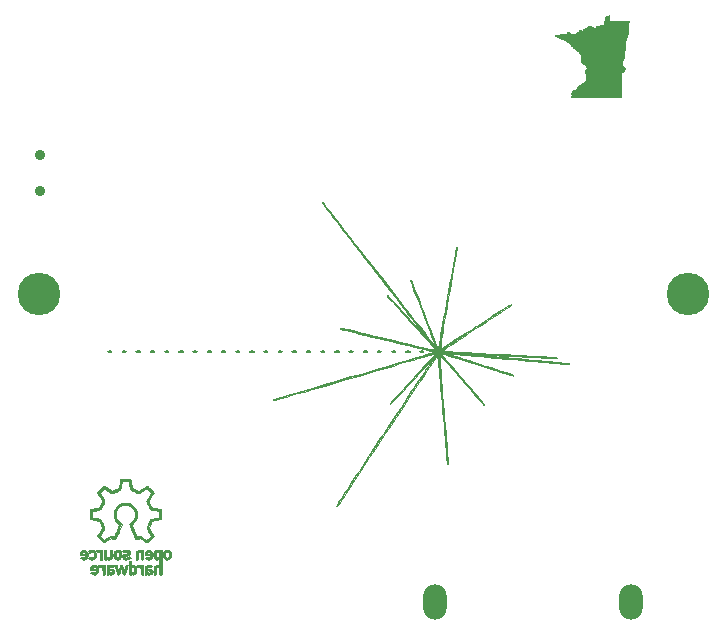
<source format=gbr>
G04 #@! TF.FileFunction,Soldermask,Bot*
%FSLAX46Y46*%
G04 Gerber Fmt 4.6, Leading zero omitted, Abs format (unit mm)*
G04 Created by KiCad (PCBNEW 4.0.7-e2-6376~58~ubuntu14.04.1) date Wed May 23 13:57:35 2018*
%MOMM*%
%LPD*%
G01*
G04 APERTURE LIST*
%ADD10C,0.100000*%
%ADD11C,0.010000*%
%ADD12O,2.000000X3.000000*%
%ADD13C,3.600000*%
%ADD14C,0.900000*%
G04 APERTURE END LIST*
D10*
D11*
G36*
X157625321Y-85796193D02*
X157534787Y-85843900D01*
X157477072Y-85913147D01*
X157455300Y-85988609D01*
X157443238Y-86109844D01*
X157440841Y-86215844D01*
X157441487Y-86325935D01*
X157445908Y-86398619D01*
X157457826Y-86447340D01*
X157480966Y-86485541D01*
X157519050Y-86526666D01*
X157529947Y-86537584D01*
X157590932Y-86592237D01*
X157641413Y-86615686D01*
X157702263Y-86616744D01*
X157714281Y-86615433D01*
X157789858Y-86602772D01*
X157849022Y-86586660D01*
X157854004Y-86584628D01*
X157873675Y-86579939D01*
X157886528Y-86591984D01*
X157893994Y-86628887D01*
X157897502Y-86698769D01*
X157898480Y-86809755D01*
X157898498Y-86837487D01*
X157897846Y-86957668D01*
X157894935Y-87035154D01*
X157888337Y-87078092D01*
X157876623Y-87094632D01*
X157858364Y-87092922D01*
X157854004Y-87091192D01*
X157724911Y-87057349D01*
X157612285Y-87071500D01*
X157515515Y-87133743D01*
X157502237Y-87147333D01*
X157477406Y-87176779D01*
X157460359Y-87208535D01*
X157449638Y-87252277D01*
X157443783Y-87317685D01*
X157441337Y-87414435D01*
X157440841Y-87552206D01*
X157440841Y-87895864D01*
X157523473Y-87887897D01*
X157606106Y-87879930D01*
X157613377Y-87601241D01*
X157620537Y-87452730D01*
X157634718Y-87348220D01*
X157658496Y-87281059D01*
X157694444Y-87244593D01*
X157745138Y-87232166D01*
X157756243Y-87231971D01*
X157807635Y-87236481D01*
X157843788Y-87254354D01*
X157867900Y-87293419D01*
X157883169Y-87361506D01*
X157892796Y-87466447D01*
X157898498Y-87580177D01*
X157911211Y-87879930D01*
X157994019Y-87887910D01*
X158060649Y-87884061D01*
X158089661Y-87862442D01*
X158092309Y-87830417D01*
X158094445Y-87753163D01*
X158096036Y-87636302D01*
X158097048Y-87485453D01*
X158097450Y-87306238D01*
X158097208Y-87104276D01*
X158096288Y-86885188D01*
X158095843Y-86812020D01*
X158092073Y-86235704D01*
X157898897Y-86235704D01*
X157886879Y-86325330D01*
X157862295Y-86389388D01*
X157856420Y-86396897D01*
X157789802Y-86438076D01*
X157715104Y-86432657D01*
X157665315Y-86401314D01*
X157635243Y-86346463D01*
X157619188Y-86261350D01*
X157617357Y-86164653D01*
X157629961Y-86075050D01*
X157657209Y-86011220D01*
X157660898Y-86006807D01*
X157726966Y-85966777D01*
X157802520Y-85967418D01*
X157858544Y-86000264D01*
X157884829Y-86054487D01*
X157898247Y-86139195D01*
X157898897Y-86235704D01*
X158092073Y-86235704D01*
X158089189Y-85795045D01*
X158017732Y-85786851D01*
X157952768Y-85790468D01*
X157911299Y-85807685D01*
X157864552Y-85823406D01*
X157825519Y-85809522D01*
X157727866Y-85783058D01*
X157625321Y-85796193D01*
X157625321Y-85796193D01*
G37*
X157625321Y-85796193D02*
X157534787Y-85843900D01*
X157477072Y-85913147D01*
X157455300Y-85988609D01*
X157443238Y-86109844D01*
X157440841Y-86215844D01*
X157441487Y-86325935D01*
X157445908Y-86398619D01*
X157457826Y-86447340D01*
X157480966Y-86485541D01*
X157519050Y-86526666D01*
X157529947Y-86537584D01*
X157590932Y-86592237D01*
X157641413Y-86615686D01*
X157702263Y-86616744D01*
X157714281Y-86615433D01*
X157789858Y-86602772D01*
X157849022Y-86586660D01*
X157854004Y-86584628D01*
X157873675Y-86579939D01*
X157886528Y-86591984D01*
X157893994Y-86628887D01*
X157897502Y-86698769D01*
X157898480Y-86809755D01*
X157898498Y-86837487D01*
X157897846Y-86957668D01*
X157894935Y-87035154D01*
X157888337Y-87078092D01*
X157876623Y-87094632D01*
X157858364Y-87092922D01*
X157854004Y-87091192D01*
X157724911Y-87057349D01*
X157612285Y-87071500D01*
X157515515Y-87133743D01*
X157502237Y-87147333D01*
X157477406Y-87176779D01*
X157460359Y-87208535D01*
X157449638Y-87252277D01*
X157443783Y-87317685D01*
X157441337Y-87414435D01*
X157440841Y-87552206D01*
X157440841Y-87895864D01*
X157523473Y-87887897D01*
X157606106Y-87879930D01*
X157613377Y-87601241D01*
X157620537Y-87452730D01*
X157634718Y-87348220D01*
X157658496Y-87281059D01*
X157694444Y-87244593D01*
X157745138Y-87232166D01*
X157756243Y-87231971D01*
X157807635Y-87236481D01*
X157843788Y-87254354D01*
X157867900Y-87293419D01*
X157883169Y-87361506D01*
X157892796Y-87466447D01*
X157898498Y-87580177D01*
X157911211Y-87879930D01*
X157994019Y-87887910D01*
X158060649Y-87884061D01*
X158089661Y-87862442D01*
X158092309Y-87830417D01*
X158094445Y-87753163D01*
X158096036Y-87636302D01*
X158097048Y-87485453D01*
X158097450Y-87306238D01*
X158097208Y-87104276D01*
X158096288Y-86885188D01*
X158095843Y-86812020D01*
X158092073Y-86235704D01*
X157898897Y-86235704D01*
X157886879Y-86325330D01*
X157862295Y-86389388D01*
X157856420Y-86396897D01*
X157789802Y-86438076D01*
X157715104Y-86432657D01*
X157665315Y-86401314D01*
X157635243Y-86346463D01*
X157619188Y-86261350D01*
X157617357Y-86164653D01*
X157629961Y-86075050D01*
X157657209Y-86011220D01*
X157660898Y-86006807D01*
X157726966Y-85966777D01*
X157802520Y-85967418D01*
X157858544Y-86000264D01*
X157884829Y-86054487D01*
X157898247Y-86139195D01*
X157898897Y-86235704D01*
X158092073Y-86235704D01*
X158089189Y-85795045D01*
X158017732Y-85786851D01*
X157952768Y-85790468D01*
X157911299Y-85807685D01*
X157864552Y-85823406D01*
X157825519Y-85809522D01*
X157727866Y-85783058D01*
X157625321Y-85796193D01*
G36*
X156925958Y-87059504D02*
X156824030Y-87088760D01*
X156742474Y-87136052D01*
X156694560Y-87198745D01*
X156690466Y-87211724D01*
X156685394Y-87259341D01*
X156682401Y-87345312D01*
X156681728Y-87457172D01*
X156683428Y-87574825D01*
X156686946Y-87703515D01*
X156691352Y-87790067D01*
X156698480Y-87843183D01*
X156710159Y-87871566D01*
X156728224Y-87883920D01*
X156749397Y-87888238D01*
X156808835Y-87884468D01*
X156839239Y-87870623D01*
X156887555Y-87859468D01*
X156907760Y-87868282D01*
X156966709Y-87885744D01*
X157050750Y-87889533D01*
X157136009Y-87879696D01*
X157176719Y-87867724D01*
X157244487Y-87820911D01*
X157302545Y-87748756D01*
X157335986Y-87671676D01*
X157339139Y-87645239D01*
X157332488Y-87616497D01*
X157159606Y-87616497D01*
X157145730Y-87666517D01*
X157130651Y-87684154D01*
X157082227Y-87705714D01*
X157007574Y-87714321D01*
X156930006Y-87708475D01*
X156896274Y-87699232D01*
X156865215Y-87662903D01*
X156856056Y-87610243D01*
X156860228Y-87563321D01*
X156882367Y-87542269D01*
X156936904Y-87536816D01*
X156959429Y-87536687D01*
X157061207Y-87547061D01*
X157129682Y-87575171D01*
X157159606Y-87616497D01*
X157332488Y-87616497D01*
X157317779Y-87552944D01*
X157262751Y-87469315D01*
X157187635Y-87414121D01*
X157177739Y-87410285D01*
X157105845Y-87394332D01*
X157013550Y-87385073D01*
X156977700Y-87384134D01*
X156903474Y-87382468D01*
X156867759Y-87372555D01*
X156858227Y-87347025D01*
X156860724Y-87314214D01*
X156871416Y-87269753D01*
X156899951Y-87247559D01*
X156961344Y-87237726D01*
X156978706Y-87236384D01*
X157054871Y-87237831D01*
X157112517Y-87251012D01*
X157123686Y-87257557D01*
X157160727Y-87271154D01*
X157209802Y-87249109D01*
X157222710Y-87240042D01*
X157272885Y-87198133D01*
X157281001Y-87165660D01*
X157246892Y-87127035D01*
X157221296Y-87106300D01*
X157137859Y-87065639D01*
X157034990Y-87050918D01*
X156925958Y-87059504D01*
X156925958Y-87059504D01*
G37*
X156925958Y-87059504D02*
X156824030Y-87088760D01*
X156742474Y-87136052D01*
X156694560Y-87198745D01*
X156690466Y-87211724D01*
X156685394Y-87259341D01*
X156682401Y-87345312D01*
X156681728Y-87457172D01*
X156683428Y-87574825D01*
X156686946Y-87703515D01*
X156691352Y-87790067D01*
X156698480Y-87843183D01*
X156710159Y-87871566D01*
X156728224Y-87883920D01*
X156749397Y-87888238D01*
X156808835Y-87884468D01*
X156839239Y-87870623D01*
X156887555Y-87859468D01*
X156907760Y-87868282D01*
X156966709Y-87885744D01*
X157050750Y-87889533D01*
X157136009Y-87879696D01*
X157176719Y-87867724D01*
X157244487Y-87820911D01*
X157302545Y-87748756D01*
X157335986Y-87671676D01*
X157339139Y-87645239D01*
X157332488Y-87616497D01*
X157159606Y-87616497D01*
X157145730Y-87666517D01*
X157130651Y-87684154D01*
X157082227Y-87705714D01*
X157007574Y-87714321D01*
X156930006Y-87708475D01*
X156896274Y-87699232D01*
X156865215Y-87662903D01*
X156856056Y-87610243D01*
X156860228Y-87563321D01*
X156882367Y-87542269D01*
X156936904Y-87536816D01*
X156959429Y-87536687D01*
X157061207Y-87547061D01*
X157129682Y-87575171D01*
X157159606Y-87616497D01*
X157332488Y-87616497D01*
X157317779Y-87552944D01*
X157262751Y-87469315D01*
X157187635Y-87414121D01*
X157177739Y-87410285D01*
X157105845Y-87394332D01*
X157013550Y-87385073D01*
X156977700Y-87384134D01*
X156903474Y-87382468D01*
X156867759Y-87372555D01*
X156858227Y-87347025D01*
X156860724Y-87314214D01*
X156871416Y-87269753D01*
X156899951Y-87247559D01*
X156961344Y-87237726D01*
X156978706Y-87236384D01*
X157054871Y-87237831D01*
X157112517Y-87251012D01*
X157123686Y-87257557D01*
X157160727Y-87271154D01*
X157209802Y-87249109D01*
X157222710Y-87240042D01*
X157272885Y-87198133D01*
X157281001Y-87165660D01*
X157246892Y-87127035D01*
X157221296Y-87106300D01*
X157137859Y-87065639D01*
X157034990Y-87050918D01*
X156925958Y-87059504D01*
G36*
X156352149Y-87061241D02*
X156317985Y-87079907D01*
X156316669Y-87082675D01*
X156296814Y-87099031D01*
X156252658Y-87082675D01*
X156166132Y-87056994D01*
X156073741Y-87060059D01*
X156005801Y-87087503D01*
X155975916Y-87114307D01*
X155976186Y-87142515D01*
X156003766Y-87189054D01*
X156041800Y-87234111D01*
X156087826Y-87247833D01*
X156140613Y-87243256D01*
X156206100Y-87237107D01*
X156252332Y-87245628D01*
X156283157Y-87275962D01*
X156302421Y-87335248D01*
X156313971Y-87430628D01*
X156321654Y-87569242D01*
X156322122Y-87580177D01*
X156334835Y-87879930D01*
X156417467Y-87887897D01*
X156500100Y-87895864D01*
X156500100Y-87053603D01*
X156413230Y-87053603D01*
X156352149Y-87061241D01*
X156352149Y-87061241D01*
G37*
X156352149Y-87061241D02*
X156317985Y-87079907D01*
X156316669Y-87082675D01*
X156296814Y-87099031D01*
X156252658Y-87082675D01*
X156166132Y-87056994D01*
X156073741Y-87060059D01*
X156005801Y-87087503D01*
X155975916Y-87114307D01*
X155976186Y-87142515D01*
X156003766Y-87189054D01*
X156041800Y-87234111D01*
X156087826Y-87247833D01*
X156140613Y-87243256D01*
X156206100Y-87237107D01*
X156252332Y-87245628D01*
X156283157Y-87275962D01*
X156302421Y-87335248D01*
X156313971Y-87430628D01*
X156321654Y-87569242D01*
X156322122Y-87580177D01*
X156334835Y-87879930D01*
X156417467Y-87887897D01*
X156500100Y-87895864D01*
X156500100Y-87053603D01*
X156413230Y-87053603D01*
X156352149Y-87061241D01*
G36*
X155310984Y-87301501D02*
X155317818Y-87879930D01*
X155400450Y-87887897D01*
X155460961Y-87886461D01*
X155482629Y-87864024D01*
X155483083Y-87857623D01*
X155488802Y-87833985D01*
X155514948Y-87837381D01*
X155553003Y-87855856D01*
X155668751Y-87888814D01*
X155789444Y-87873008D01*
X155807097Y-87866484D01*
X155858335Y-87829956D01*
X155909677Y-87770223D01*
X155916352Y-87760038D01*
X155941577Y-87712216D01*
X155956365Y-87659065D01*
X155962616Y-87586933D01*
X155962231Y-87482167D01*
X155962135Y-87478780D01*
X155788188Y-87478780D01*
X155773686Y-87589833D01*
X155734144Y-87668626D01*
X155675508Y-87710181D01*
X155603723Y-87709517D01*
X155547558Y-87680337D01*
X155513434Y-87632558D01*
X155494212Y-87545921D01*
X155490772Y-87508715D01*
X155493281Y-87381136D01*
X155522996Y-87294800D01*
X155581165Y-87247224D01*
X155627417Y-87236509D01*
X155705115Y-87248333D01*
X155757026Y-87302268D01*
X155783848Y-87399367D01*
X155788188Y-87478780D01*
X155962135Y-87478780D01*
X155961008Y-87439225D01*
X155956693Y-87327463D01*
X155949879Y-87253799D01*
X155936861Y-87205494D01*
X155913932Y-87169809D01*
X155877388Y-87134006D01*
X155870420Y-87127763D01*
X155774434Y-87070339D01*
X155668643Y-87052591D01*
X155568594Y-87076143D01*
X155539591Y-87093183D01*
X155483083Y-87132763D01*
X155483083Y-86723073D01*
X155304150Y-86723073D01*
X155310984Y-87301501D01*
X155310984Y-87301501D01*
G37*
X155310984Y-87301501D02*
X155317818Y-87879930D01*
X155400450Y-87887897D01*
X155460961Y-87886461D01*
X155482629Y-87864024D01*
X155483083Y-87857623D01*
X155488802Y-87833985D01*
X155514948Y-87837381D01*
X155553003Y-87855856D01*
X155668751Y-87888814D01*
X155789444Y-87873008D01*
X155807097Y-87866484D01*
X155858335Y-87829956D01*
X155909677Y-87770223D01*
X155916352Y-87760038D01*
X155941577Y-87712216D01*
X155956365Y-87659065D01*
X155962616Y-87586933D01*
X155962231Y-87482167D01*
X155962135Y-87478780D01*
X155788188Y-87478780D01*
X155773686Y-87589833D01*
X155734144Y-87668626D01*
X155675508Y-87710181D01*
X155603723Y-87709517D01*
X155547558Y-87680337D01*
X155513434Y-87632558D01*
X155494212Y-87545921D01*
X155490772Y-87508715D01*
X155493281Y-87381136D01*
X155522996Y-87294800D01*
X155581165Y-87247224D01*
X155627417Y-87236509D01*
X155705115Y-87248333D01*
X155757026Y-87302268D01*
X155783848Y-87399367D01*
X155788188Y-87478780D01*
X155962135Y-87478780D01*
X155961008Y-87439225D01*
X155956693Y-87327463D01*
X155949879Y-87253799D01*
X155936861Y-87205494D01*
X155913932Y-87169809D01*
X155877388Y-87134006D01*
X155870420Y-87127763D01*
X155774434Y-87070339D01*
X155668643Y-87052591D01*
X155568594Y-87076143D01*
X155539591Y-87093183D01*
X155483083Y-87132763D01*
X155483083Y-86723073D01*
X155304150Y-86723073D01*
X155310984Y-87301501D01*
G36*
X155104324Y-87055668D02*
X155075427Y-87066661D01*
X155051353Y-87093778D01*
X155028502Y-87144216D01*
X155003274Y-87225173D01*
X154972068Y-87343844D01*
X154947687Y-87441341D01*
X154927403Y-87510980D01*
X154909006Y-87554399D01*
X154901636Y-87561666D01*
X154887881Y-87538807D01*
X154863495Y-87477468D01*
X154832335Y-87387915D01*
X154808505Y-87313768D01*
X154772301Y-87201043D01*
X154744815Y-87128197D01*
X154720935Y-87086174D01*
X154695552Y-87065918D01*
X154664450Y-87058478D01*
X154633754Y-87057672D01*
X154609896Y-87069184D01*
X154587803Y-87101341D01*
X154562402Y-87162465D01*
X154528622Y-87260882D01*
X154513940Y-87305495D01*
X154478601Y-87408433D01*
X154447901Y-87488894D01*
X154425613Y-87537522D01*
X154416453Y-87547302D01*
X154404150Y-87518575D01*
X154382573Y-87452140D01*
X154355327Y-87359482D01*
X154338900Y-87300285D01*
X154275297Y-87066316D01*
X154177748Y-87058291D01*
X154115429Y-87055635D01*
X154091725Y-87066759D01*
X154094787Y-87099185D01*
X154097643Y-87109142D01*
X154145506Y-87267775D01*
X154193864Y-87422904D01*
X154240044Y-87566442D01*
X154281367Y-87690302D01*
X154315158Y-87786397D01*
X154338741Y-87846640D01*
X154346826Y-87862146D01*
X154389913Y-87884855D01*
X154436040Y-87887572D01*
X154465619Y-87879624D01*
X154489675Y-87858088D01*
X154512782Y-87814166D01*
X154539513Y-87739059D01*
X154574442Y-87623968D01*
X154576233Y-87617867D01*
X154610603Y-87508763D01*
X154640029Y-87430793D01*
X154661757Y-87390587D01*
X154671259Y-87389038D01*
X154686201Y-87427969D01*
X154709828Y-87501976D01*
X154737716Y-87597004D01*
X154745744Y-87625676D01*
X154780590Y-87744608D01*
X154809838Y-87822325D01*
X154838841Y-87867273D01*
X154872949Y-87887894D01*
X154914922Y-87892642D01*
X154966399Y-87880981D01*
X154987495Y-87860861D01*
X155005925Y-87805917D01*
X155033684Y-87719281D01*
X155067672Y-87611058D01*
X155104789Y-87491349D01*
X155141934Y-87370258D01*
X155176008Y-87257888D01*
X155203911Y-87164342D01*
X155222541Y-87099723D01*
X155228829Y-87074399D01*
X155206496Y-87060537D01*
X155151728Y-87053743D01*
X155141644Y-87053603D01*
X155104324Y-87055668D01*
X155104324Y-87055668D01*
G37*
X155104324Y-87055668D02*
X155075427Y-87066661D01*
X155051353Y-87093778D01*
X155028502Y-87144216D01*
X155003274Y-87225173D01*
X154972068Y-87343844D01*
X154947687Y-87441341D01*
X154927403Y-87510980D01*
X154909006Y-87554399D01*
X154901636Y-87561666D01*
X154887881Y-87538807D01*
X154863495Y-87477468D01*
X154832335Y-87387915D01*
X154808505Y-87313768D01*
X154772301Y-87201043D01*
X154744815Y-87128197D01*
X154720935Y-87086174D01*
X154695552Y-87065918D01*
X154664450Y-87058478D01*
X154633754Y-87057672D01*
X154609896Y-87069184D01*
X154587803Y-87101341D01*
X154562402Y-87162465D01*
X154528622Y-87260882D01*
X154513940Y-87305495D01*
X154478601Y-87408433D01*
X154447901Y-87488894D01*
X154425613Y-87537522D01*
X154416453Y-87547302D01*
X154404150Y-87518575D01*
X154382573Y-87452140D01*
X154355327Y-87359482D01*
X154338900Y-87300285D01*
X154275297Y-87066316D01*
X154177748Y-87058291D01*
X154115429Y-87055635D01*
X154091725Y-87066759D01*
X154094787Y-87099185D01*
X154097643Y-87109142D01*
X154145506Y-87267775D01*
X154193864Y-87422904D01*
X154240044Y-87566442D01*
X154281367Y-87690302D01*
X154315158Y-87786397D01*
X154338741Y-87846640D01*
X154346826Y-87862146D01*
X154389913Y-87884855D01*
X154436040Y-87887572D01*
X154465619Y-87879624D01*
X154489675Y-87858088D01*
X154512782Y-87814166D01*
X154539513Y-87739059D01*
X154574442Y-87623968D01*
X154576233Y-87617867D01*
X154610603Y-87508763D01*
X154640029Y-87430793D01*
X154661757Y-87390587D01*
X154671259Y-87389038D01*
X154686201Y-87427969D01*
X154709828Y-87501976D01*
X154737716Y-87597004D01*
X154745744Y-87625676D01*
X154780590Y-87744608D01*
X154809838Y-87822325D01*
X154838841Y-87867273D01*
X154872949Y-87887894D01*
X154914922Y-87892642D01*
X154966399Y-87880981D01*
X154987495Y-87860861D01*
X155005925Y-87805917D01*
X155033684Y-87719281D01*
X155067672Y-87611058D01*
X155104789Y-87491349D01*
X155141934Y-87370258D01*
X155176008Y-87257888D01*
X155203911Y-87164342D01*
X155222541Y-87099723D01*
X155228829Y-87074399D01*
X155206496Y-87060537D01*
X155151728Y-87053743D01*
X155141644Y-87053603D01*
X155104324Y-87055668D01*
G36*
X153658860Y-87063632D02*
X153567027Y-87088614D01*
X153510934Y-87119970D01*
X153471176Y-87164974D01*
X153445521Y-87231508D01*
X153431738Y-87327457D01*
X153427596Y-87460704D01*
X153429126Y-87575795D01*
X153432586Y-87704246D01*
X153436962Y-87790572D01*
X153444091Y-87843492D01*
X153455809Y-87871723D01*
X153473953Y-87883983D01*
X153494943Y-87888238D01*
X153553995Y-87885157D01*
X153583932Y-87872311D01*
X153630520Y-87861128D01*
X153665165Y-87868572D01*
X153760434Y-87887534D01*
X153868965Y-87881553D01*
X153932132Y-87864478D01*
X154015807Y-87806765D01*
X154068786Y-87719797D01*
X154082552Y-87638208D01*
X153905771Y-87638208D01*
X153891541Y-87684621D01*
X153874925Y-87697826D01*
X153811560Y-87710770D01*
X153734124Y-87711150D01*
X153665474Y-87700254D01*
X153632112Y-87684154D01*
X153607481Y-87635450D01*
X153601602Y-87595165D01*
X153607330Y-87558713D01*
X153633552Y-87541608D01*
X153693823Y-87536796D01*
X153713937Y-87536687D01*
X153792623Y-87540060D01*
X153853923Y-87548502D01*
X153866489Y-87552119D01*
X153896935Y-87585656D01*
X153905771Y-87638208D01*
X154082552Y-87638208D01*
X154085914Y-87618289D01*
X154062035Y-87516958D01*
X154057213Y-87507437D01*
X154001073Y-87451094D01*
X153907286Y-87409362D01*
X153788055Y-87386810D01*
X153727857Y-87384134D01*
X153651869Y-87382612D01*
X153614577Y-87373388D01*
X153603826Y-87349473D01*
X153606269Y-87314214D01*
X153615725Y-87271926D01*
X153640795Y-87249825D01*
X153695564Y-87239630D01*
X153738632Y-87236400D01*
X153816306Y-87236605D01*
X153873323Y-87246041D01*
X153888255Y-87253810D01*
X153925183Y-87260199D01*
X153974819Y-87239220D01*
X154017531Y-87202747D01*
X154033834Y-87165747D01*
X154010735Y-87121674D01*
X153949538Y-87087418D01*
X153862394Y-87064988D01*
X153761451Y-87056390D01*
X153658860Y-87063632D01*
X153658860Y-87063632D01*
G37*
X153658860Y-87063632D02*
X153567027Y-87088614D01*
X153510934Y-87119970D01*
X153471176Y-87164974D01*
X153445521Y-87231508D01*
X153431738Y-87327457D01*
X153427596Y-87460704D01*
X153429126Y-87575795D01*
X153432586Y-87704246D01*
X153436962Y-87790572D01*
X153444091Y-87843492D01*
X153455809Y-87871723D01*
X153473953Y-87883983D01*
X153494943Y-87888238D01*
X153553995Y-87885157D01*
X153583932Y-87872311D01*
X153630520Y-87861128D01*
X153665165Y-87868572D01*
X153760434Y-87887534D01*
X153868965Y-87881553D01*
X153932132Y-87864478D01*
X154015807Y-87806765D01*
X154068786Y-87719797D01*
X154082552Y-87638208D01*
X153905771Y-87638208D01*
X153891541Y-87684621D01*
X153874925Y-87697826D01*
X153811560Y-87710770D01*
X153734124Y-87711150D01*
X153665474Y-87700254D01*
X153632112Y-87684154D01*
X153607481Y-87635450D01*
X153601602Y-87595165D01*
X153607330Y-87558713D01*
X153633552Y-87541608D01*
X153693823Y-87536796D01*
X153713937Y-87536687D01*
X153792623Y-87540060D01*
X153853923Y-87548502D01*
X153866489Y-87552119D01*
X153896935Y-87585656D01*
X153905771Y-87638208D01*
X154082552Y-87638208D01*
X154085914Y-87618289D01*
X154062035Y-87516958D01*
X154057213Y-87507437D01*
X154001073Y-87451094D01*
X153907286Y-87409362D01*
X153788055Y-87386810D01*
X153727857Y-87384134D01*
X153651869Y-87382612D01*
X153614577Y-87373388D01*
X153603826Y-87349473D01*
X153606269Y-87314214D01*
X153615725Y-87271926D01*
X153640795Y-87249825D01*
X153695564Y-87239630D01*
X153738632Y-87236400D01*
X153816306Y-87236605D01*
X153873323Y-87246041D01*
X153888255Y-87253810D01*
X153925183Y-87260199D01*
X153974819Y-87239220D01*
X154017531Y-87202747D01*
X154033834Y-87165747D01*
X154010735Y-87121674D01*
X153949538Y-87087418D01*
X153862394Y-87064988D01*
X153761451Y-87056390D01*
X153658860Y-87063632D01*
G36*
X153115041Y-87062515D02*
X153093094Y-87089981D01*
X153093093Y-87090234D01*
X153087046Y-87112615D01*
X153060011Y-87108336D01*
X153023173Y-87090390D01*
X152925513Y-87059105D01*
X152826485Y-87059197D01*
X152748353Y-87089693D01*
X152717255Y-87116287D01*
X152717436Y-87140666D01*
X152750776Y-87180876D01*
X152758749Y-87189383D01*
X152816692Y-87234747D01*
X152881615Y-87242665D01*
X152898589Y-87240469D01*
X152983567Y-87244544D01*
X153029530Y-87265807D01*
X153051848Y-87287825D01*
X153067174Y-87321053D01*
X153077243Y-87375188D01*
X153083786Y-87459930D01*
X153088537Y-87584975D01*
X153088925Y-87598151D01*
X153097469Y-87892642D01*
X153167320Y-87892642D01*
X153224736Y-87887032D01*
X153254121Y-87875692D01*
X153259897Y-87845697D01*
X153264829Y-87773894D01*
X153268549Y-87669324D01*
X153270693Y-87541028D01*
X153271071Y-87456173D01*
X153271071Y-87053603D01*
X153182082Y-87053603D01*
X153115041Y-87062515D01*
X153115041Y-87062515D01*
G37*
X153115041Y-87062515D02*
X153093094Y-87089981D01*
X153093093Y-87090234D01*
X153087046Y-87112615D01*
X153060011Y-87108336D01*
X153023173Y-87090390D01*
X152925513Y-87059105D01*
X152826485Y-87059197D01*
X152748353Y-87089693D01*
X152717255Y-87116287D01*
X152717436Y-87140666D01*
X152750776Y-87180876D01*
X152758749Y-87189383D01*
X152816692Y-87234747D01*
X152881615Y-87242665D01*
X152898589Y-87240469D01*
X152983567Y-87244544D01*
X153029530Y-87265807D01*
X153051848Y-87287825D01*
X153067174Y-87321053D01*
X153077243Y-87375188D01*
X153083786Y-87459930D01*
X153088537Y-87584975D01*
X153088925Y-87598151D01*
X153097469Y-87892642D01*
X153167320Y-87892642D01*
X153224736Y-87887032D01*
X153254121Y-87875692D01*
X153259897Y-87845697D01*
X153264829Y-87773894D01*
X153268549Y-87669324D01*
X153270693Y-87541028D01*
X153271071Y-87456173D01*
X153271071Y-87053603D01*
X153182082Y-87053603D01*
X153115041Y-87062515D01*
G36*
X152221104Y-87095022D02*
X152126099Y-87168909D01*
X152063589Y-87279238D01*
X152042188Y-87369179D01*
X152035073Y-87445238D01*
X152035945Y-87500203D01*
X152039564Y-87513892D01*
X152069544Y-87523773D01*
X152138405Y-87531495D01*
X152234190Y-87535984D01*
X152293693Y-87536687D01*
X152419625Y-87539616D01*
X152498775Y-87550116D01*
X152534964Y-87570756D01*
X152532013Y-87604102D01*
X152493745Y-87652723D01*
X152482883Y-87663814D01*
X152407889Y-87706013D01*
X152318144Y-87709937D01*
X152237069Y-87677034D01*
X152195542Y-87654741D01*
X152158836Y-87662056D01*
X152116041Y-87692345D01*
X152072743Y-87732632D01*
X152067398Y-87762946D01*
X152081475Y-87784765D01*
X152163360Y-87847104D01*
X152273048Y-87881663D01*
X152394353Y-87886176D01*
X152511091Y-87858376D01*
X152533734Y-87848108D01*
X152626791Y-87774228D01*
X152685980Y-87662956D01*
X152710851Y-87515231D01*
X152711672Y-87478663D01*
X152695961Y-87324099D01*
X152530648Y-87324099D01*
X152529197Y-87358249D01*
X152481337Y-87377721D01*
X152385522Y-87384127D01*
X152381181Y-87384134D01*
X152291364Y-87380914D01*
X152243408Y-87369877D01*
X152228651Y-87348963D01*
X152228629Y-87347812D01*
X152250216Y-87288418D01*
X152304555Y-87249145D01*
X152376011Y-87234475D01*
X152448948Y-87248893D01*
X152487237Y-87273660D01*
X152530648Y-87324099D01*
X152695961Y-87324099D01*
X152695322Y-87317818D01*
X152646993Y-87194535D01*
X152567913Y-87110209D01*
X152459307Y-87066233D01*
X152344620Y-87061628D01*
X152221104Y-87095022D01*
X152221104Y-87095022D01*
G37*
X152221104Y-87095022D02*
X152126099Y-87168909D01*
X152063589Y-87279238D01*
X152042188Y-87369179D01*
X152035073Y-87445238D01*
X152035945Y-87500203D01*
X152039564Y-87513892D01*
X152069544Y-87523773D01*
X152138405Y-87531495D01*
X152234190Y-87535984D01*
X152293693Y-87536687D01*
X152419625Y-87539616D01*
X152498775Y-87550116D01*
X152534964Y-87570756D01*
X152532013Y-87604102D01*
X152493745Y-87652723D01*
X152482883Y-87663814D01*
X152407889Y-87706013D01*
X152318144Y-87709937D01*
X152237069Y-87677034D01*
X152195542Y-87654741D01*
X152158836Y-87662056D01*
X152116041Y-87692345D01*
X152072743Y-87732632D01*
X152067398Y-87762946D01*
X152081475Y-87784765D01*
X152163360Y-87847104D01*
X152273048Y-87881663D01*
X152394353Y-87886176D01*
X152511091Y-87858376D01*
X152533734Y-87848108D01*
X152626791Y-87774228D01*
X152685980Y-87662956D01*
X152710851Y-87515231D01*
X152711672Y-87478663D01*
X152695961Y-87324099D01*
X152530648Y-87324099D01*
X152529197Y-87358249D01*
X152481337Y-87377721D01*
X152385522Y-87384127D01*
X152381181Y-87384134D01*
X152291364Y-87380914D01*
X152243408Y-87369877D01*
X152228651Y-87348963D01*
X152228629Y-87347812D01*
X152250216Y-87288418D01*
X152304555Y-87249145D01*
X152376011Y-87234475D01*
X152448948Y-87248893D01*
X152487237Y-87273660D01*
X152530648Y-87324099D01*
X152695961Y-87324099D01*
X152695322Y-87317818D01*
X152646993Y-87194535D01*
X152567913Y-87110209D01*
X152459307Y-87066233D01*
X152344620Y-87061628D01*
X152221104Y-87095022D01*
G36*
X158474394Y-85790692D02*
X158368447Y-85829936D01*
X158281935Y-85905037D01*
X158267688Y-85924945D01*
X158227938Y-86021255D01*
X158209096Y-86144686D01*
X158211943Y-86275660D01*
X158237257Y-86394601D01*
X158247894Y-86421771D01*
X158319410Y-86527943D01*
X158417719Y-86594732D01*
X158534217Y-86619265D01*
X158660299Y-86598667D01*
X158712112Y-86576837D01*
X158790170Y-86517876D01*
X158845556Y-86443393D01*
X158876648Y-86342622D01*
X158888965Y-86216701D01*
X158886670Y-86173399D01*
X158709635Y-86173399D01*
X158706736Y-86220831D01*
X158685382Y-86338836D01*
X158643067Y-86414104D01*
X158582306Y-86444730D01*
X158505613Y-86428806D01*
X158464530Y-86404524D01*
X158416060Y-86342792D01*
X158390404Y-86252919D01*
X158388234Y-86152542D01*
X158410223Y-86059297D01*
X158449039Y-85998187D01*
X158515201Y-85964303D01*
X158593157Y-85970275D01*
X158664111Y-86014011D01*
X158694488Y-86052605D01*
X158708511Y-86100149D01*
X158709635Y-86173399D01*
X158886670Y-86173399D01*
X158882135Y-86087888D01*
X158855781Y-85978441D01*
X158853482Y-85972763D01*
X158789319Y-85878339D01*
X158696781Y-85815869D01*
X158587822Y-85786328D01*
X158474394Y-85790692D01*
X158474394Y-85790692D01*
G37*
X158474394Y-85790692D02*
X158368447Y-85829936D01*
X158281935Y-85905037D01*
X158267688Y-85924945D01*
X158227938Y-86021255D01*
X158209096Y-86144686D01*
X158211943Y-86275660D01*
X158237257Y-86394601D01*
X158247894Y-86421771D01*
X158319410Y-86527943D01*
X158417719Y-86594732D01*
X158534217Y-86619265D01*
X158660299Y-86598667D01*
X158712112Y-86576837D01*
X158790170Y-86517876D01*
X158845556Y-86443393D01*
X158876648Y-86342622D01*
X158888965Y-86216701D01*
X158886670Y-86173399D01*
X158709635Y-86173399D01*
X158706736Y-86220831D01*
X158685382Y-86338836D01*
X158643067Y-86414104D01*
X158582306Y-86444730D01*
X158505613Y-86428806D01*
X158464530Y-86404524D01*
X158416060Y-86342792D01*
X158390404Y-86252919D01*
X158388234Y-86152542D01*
X158410223Y-86059297D01*
X158449039Y-85998187D01*
X158515201Y-85964303D01*
X158593157Y-85970275D01*
X158664111Y-86014011D01*
X158694488Y-86052605D01*
X158708511Y-86100149D01*
X158709635Y-86173399D01*
X158886670Y-86173399D01*
X158882135Y-86087888D01*
X158855781Y-85978441D01*
X158853482Y-85972763D01*
X158789319Y-85878339D01*
X158696781Y-85815869D01*
X158587822Y-85786328D01*
X158474394Y-85790692D01*
G36*
X156876602Y-85808442D02*
X156837604Y-85824898D01*
X156754751Y-85890070D01*
X156692218Y-85990203D01*
X156657636Y-86111017D01*
X156653211Y-86170070D01*
X156652653Y-86265415D01*
X156906907Y-86265415D01*
X157036735Y-86268050D01*
X157119896Y-86277615D01*
X157160379Y-86296606D01*
X157162173Y-86327514D01*
X157129268Y-86372833D01*
X157110310Y-86392542D01*
X157036412Y-86433734D01*
X156944745Y-86440060D01*
X156855448Y-86410549D01*
X156846893Y-86405243D01*
X156802951Y-86382446D01*
X156769506Y-86391455D01*
X156732978Y-86426370D01*
X156696779Y-86469307D01*
X156694658Y-86496612D01*
X156722225Y-86526315D01*
X156829840Y-86591460D01*
X156957065Y-86617997D01*
X157088391Y-86604093D01*
X157158208Y-86577830D01*
X157240386Y-86510779D01*
X157299038Y-86409221D01*
X157331614Y-86284972D01*
X157335563Y-86149848D01*
X157324047Y-86093095D01*
X157161161Y-86093095D01*
X157138061Y-86103521D01*
X157078019Y-86110684D01*
X157008609Y-86112863D01*
X156922678Y-86110698D01*
X156876251Y-86101954D01*
X156858080Y-86083257D01*
X156856056Y-86067097D01*
X156877055Y-86007628D01*
X156929722Y-85970103D01*
X156998560Y-85957458D01*
X157068074Y-85972626D01*
X157121581Y-86016818D01*
X157151060Y-86065517D01*
X157161161Y-86093095D01*
X157324047Y-86093095D01*
X157308335Y-86015664D01*
X157289728Y-85968353D01*
X157218584Y-85865588D01*
X157121023Y-85803097D01*
X157004533Y-85783257D01*
X156876602Y-85808442D01*
X156876602Y-85808442D01*
G37*
X156876602Y-85808442D02*
X156837604Y-85824898D01*
X156754751Y-85890070D01*
X156692218Y-85990203D01*
X156657636Y-86111017D01*
X156653211Y-86170070D01*
X156652653Y-86265415D01*
X156906907Y-86265415D01*
X157036735Y-86268050D01*
X157119896Y-86277615D01*
X157160379Y-86296606D01*
X157162173Y-86327514D01*
X157129268Y-86372833D01*
X157110310Y-86392542D01*
X157036412Y-86433734D01*
X156944745Y-86440060D01*
X156855448Y-86410549D01*
X156846893Y-86405243D01*
X156802951Y-86382446D01*
X156769506Y-86391455D01*
X156732978Y-86426370D01*
X156696779Y-86469307D01*
X156694658Y-86496612D01*
X156722225Y-86526315D01*
X156829840Y-86591460D01*
X156957065Y-86617997D01*
X157088391Y-86604093D01*
X157158208Y-86577830D01*
X157240386Y-86510779D01*
X157299038Y-86409221D01*
X157331614Y-86284972D01*
X157335563Y-86149848D01*
X157324047Y-86093095D01*
X157161161Y-86093095D01*
X157138061Y-86103521D01*
X157078019Y-86110684D01*
X157008609Y-86112863D01*
X156922678Y-86110698D01*
X156876251Y-86101954D01*
X156858080Y-86083257D01*
X156856056Y-86067097D01*
X156877055Y-86007628D01*
X156929722Y-85970103D01*
X156998560Y-85957458D01*
X157068074Y-85972626D01*
X157121581Y-86016818D01*
X157151060Y-86065517D01*
X157161161Y-86093095D01*
X157324047Y-86093095D01*
X157308335Y-86015664D01*
X157289728Y-85968353D01*
X157218584Y-85865588D01*
X157121023Y-85803097D01*
X157004533Y-85783257D01*
X156876602Y-85808442D01*
G36*
X156067998Y-85798734D02*
X155971843Y-85855172D01*
X155934950Y-85893366D01*
X155916491Y-85924030D01*
X155903846Y-85968493D01*
X155895984Y-86035872D01*
X155891872Y-86135280D01*
X155890476Y-86275834D01*
X155890455Y-86286095D01*
X155889890Y-86624593D01*
X155972523Y-86616626D01*
X156055155Y-86608659D01*
X156062426Y-86329970D01*
X156069586Y-86181459D01*
X156083767Y-86076949D01*
X156107545Y-86009788D01*
X156143493Y-85973321D01*
X156194187Y-85960895D01*
X156205292Y-85960699D01*
X156256685Y-85965210D01*
X156292837Y-85983082D01*
X156316949Y-86022147D01*
X156332219Y-86090235D01*
X156341845Y-86195176D01*
X156347548Y-86308906D01*
X156360260Y-86608659D01*
X156443068Y-86616639D01*
X156511034Y-86612419D01*
X156539123Y-86590096D01*
X156543329Y-86553525D01*
X156546022Y-86476014D01*
X156547054Y-86367459D01*
X156546279Y-86237752D01*
X156545304Y-86175309D01*
X156538238Y-85795045D01*
X156466781Y-85786851D01*
X156401817Y-85790468D01*
X156360348Y-85807685D01*
X156313601Y-85823406D01*
X156274568Y-85809522D01*
X156173683Y-85782339D01*
X156067998Y-85798734D01*
X156067998Y-85798734D01*
G37*
X156067998Y-85798734D02*
X155971843Y-85855172D01*
X155934950Y-85893366D01*
X155916491Y-85924030D01*
X155903846Y-85968493D01*
X155895984Y-86035872D01*
X155891872Y-86135280D01*
X155890476Y-86275834D01*
X155890455Y-86286095D01*
X155889890Y-86624593D01*
X155972523Y-86616626D01*
X156055155Y-86608659D01*
X156062426Y-86329970D01*
X156069586Y-86181459D01*
X156083767Y-86076949D01*
X156107545Y-86009788D01*
X156143493Y-85973321D01*
X156194187Y-85960895D01*
X156205292Y-85960699D01*
X156256685Y-85965210D01*
X156292837Y-85983082D01*
X156316949Y-86022147D01*
X156332219Y-86090235D01*
X156341845Y-86195176D01*
X156347548Y-86308906D01*
X156360260Y-86608659D01*
X156443068Y-86616639D01*
X156511034Y-86612419D01*
X156539123Y-86590096D01*
X156543329Y-86553525D01*
X156546022Y-86476014D01*
X156547054Y-86367459D01*
X156546279Y-86237752D01*
X156545304Y-86175309D01*
X156538238Y-85795045D01*
X156466781Y-85786851D01*
X156401817Y-85790468D01*
X156360348Y-85807685D01*
X156313601Y-85823406D01*
X156274568Y-85809522D01*
X156173683Y-85782339D01*
X156067998Y-85798734D01*
G36*
X154929433Y-85809716D02*
X154871284Y-85833993D01*
X154770020Y-85885655D01*
X154815090Y-85948509D01*
X154862714Y-85993682D01*
X154911011Y-85995278D01*
X154966864Y-85983049D01*
X155047787Y-85971146D01*
X155082493Y-85967308D01*
X155159524Y-85963441D01*
X155200911Y-85973660D01*
X155220107Y-85999681D01*
X155216685Y-86049257D01*
X155171468Y-86087876D01*
X155093237Y-86109870D01*
X155044729Y-86112863D01*
X154922471Y-86131678D01*
X154830601Y-86183642D01*
X154774289Y-86262031D01*
X154758708Y-86360119D01*
X154781717Y-86454841D01*
X154842705Y-86538659D01*
X154938438Y-86594324D01*
X155059668Y-86619191D01*
X155197150Y-86610616D01*
X155266967Y-86593612D01*
X155345938Y-86559389D01*
X155406479Y-86521329D01*
X155469715Y-86472218D01*
X155410238Y-86408908D01*
X155350762Y-86345598D01*
X155270726Y-86394400D01*
X155187384Y-86430340D01*
X155101860Y-86443765D01*
X155026121Y-86436246D01*
X154972132Y-86409360D01*
X154951857Y-86364678D01*
X154953107Y-86352632D01*
X154973645Y-86321693D01*
X155027599Y-86297204D01*
X155114517Y-86276711D01*
X155224684Y-86253586D01*
X155295986Y-86231659D01*
X155339899Y-86204931D01*
X155367897Y-86167402D01*
X155381963Y-86136885D01*
X155403055Y-86030719D01*
X155382310Y-85930748D01*
X155323636Y-85851056D01*
X155297369Y-85832065D01*
X155188242Y-85791851D01*
X155059278Y-85784430D01*
X154929433Y-85809716D01*
X154929433Y-85809716D01*
G37*
X154929433Y-85809716D02*
X154871284Y-85833993D01*
X154770020Y-85885655D01*
X154815090Y-85948509D01*
X154862714Y-85993682D01*
X154911011Y-85995278D01*
X154966864Y-85983049D01*
X155047787Y-85971146D01*
X155082493Y-85967308D01*
X155159524Y-85963441D01*
X155200911Y-85973660D01*
X155220107Y-85999681D01*
X155216685Y-86049257D01*
X155171468Y-86087876D01*
X155093237Y-86109870D01*
X155044729Y-86112863D01*
X154922471Y-86131678D01*
X154830601Y-86183642D01*
X154774289Y-86262031D01*
X154758708Y-86360119D01*
X154781717Y-86454841D01*
X154842705Y-86538659D01*
X154938438Y-86594324D01*
X155059668Y-86619191D01*
X155197150Y-86610616D01*
X155266967Y-86593612D01*
X155345938Y-86559389D01*
X155406479Y-86521329D01*
X155469715Y-86472218D01*
X155410238Y-86408908D01*
X155350762Y-86345598D01*
X155270726Y-86394400D01*
X155187384Y-86430340D01*
X155101860Y-86443765D01*
X155026121Y-86436246D01*
X154972132Y-86409360D01*
X154951857Y-86364678D01*
X154953107Y-86352632D01*
X154973645Y-86321693D01*
X155027599Y-86297204D01*
X155114517Y-86276711D01*
X155224684Y-86253586D01*
X155295986Y-86231659D01*
X155339899Y-86204931D01*
X155367897Y-86167402D01*
X155381963Y-86136885D01*
X155403055Y-86030719D01*
X155382310Y-85930748D01*
X155323636Y-85851056D01*
X155297369Y-85832065D01*
X155188242Y-85791851D01*
X155059278Y-85784430D01*
X154929433Y-85809716D01*
G36*
X154221849Y-85806642D02*
X154120856Y-85863295D01*
X154100835Y-85881574D01*
X154060222Y-85926281D01*
X154035541Y-85970217D01*
X154021934Y-86028697D01*
X154014544Y-86117039D01*
X154012411Y-86160403D01*
X154014095Y-86309401D01*
X154037159Y-86420450D01*
X154085298Y-86503279D01*
X154162207Y-86567616D01*
X154168552Y-86571550D01*
X154272931Y-86610484D01*
X154390392Y-86617364D01*
X154478779Y-86597115D01*
X154531264Y-86563998D01*
X154588452Y-86512740D01*
X154590790Y-86510247D01*
X154643517Y-86421498D01*
X154674058Y-86302867D01*
X154679619Y-86204351D01*
X154491491Y-86204351D01*
X154488826Y-86296411D01*
X154478028Y-86352608D01*
X154454895Y-86387774D01*
X154434983Y-86403813D01*
X154354164Y-86439909D01*
X154281476Y-86426643D01*
X154237237Y-86392542D01*
X154204354Y-86343546D01*
X154189007Y-86271952D01*
X154186386Y-86201852D01*
X154200790Y-86083091D01*
X154242755Y-86002751D01*
X154310407Y-85963716D01*
X154343293Y-85960310D01*
X154416494Y-85976843D01*
X154463677Y-86029264D01*
X154487415Y-86121809D01*
X154491491Y-86204351D01*
X154679619Y-86204351D01*
X154681522Y-86170650D01*
X154665013Y-86041142D01*
X154623639Y-85930642D01*
X154622668Y-85928939D01*
X154549454Y-85848435D01*
X154449407Y-85800415D01*
X154335786Y-85786083D01*
X154221849Y-85806642D01*
X154221849Y-85806642D01*
G37*
X154221849Y-85806642D02*
X154120856Y-85863295D01*
X154100835Y-85881574D01*
X154060222Y-85926281D01*
X154035541Y-85970217D01*
X154021934Y-86028697D01*
X154014544Y-86117039D01*
X154012411Y-86160403D01*
X154014095Y-86309401D01*
X154037159Y-86420450D01*
X154085298Y-86503279D01*
X154162207Y-86567616D01*
X154168552Y-86571550D01*
X154272931Y-86610484D01*
X154390392Y-86617364D01*
X154478779Y-86597115D01*
X154531264Y-86563998D01*
X154588452Y-86512740D01*
X154590790Y-86510247D01*
X154643517Y-86421498D01*
X154674058Y-86302867D01*
X154679619Y-86204351D01*
X154491491Y-86204351D01*
X154488826Y-86296411D01*
X154478028Y-86352608D01*
X154454895Y-86387774D01*
X154434983Y-86403813D01*
X154354164Y-86439909D01*
X154281476Y-86426643D01*
X154237237Y-86392542D01*
X154204354Y-86343546D01*
X154189007Y-86271952D01*
X154186386Y-86201852D01*
X154200790Y-86083091D01*
X154242755Y-86002751D01*
X154310407Y-85963716D01*
X154343293Y-85960310D01*
X154416494Y-85976843D01*
X154463677Y-86029264D01*
X154487415Y-86121809D01*
X154491491Y-86204351D01*
X154679619Y-86204351D01*
X154681522Y-86170650D01*
X154665013Y-86041142D01*
X154623639Y-85930642D01*
X154622668Y-85928939D01*
X154549454Y-85848435D01*
X154449407Y-85800415D01*
X154335786Y-85786083D01*
X154221849Y-85806642D01*
G36*
X153703303Y-86062012D02*
X153702271Y-86187982D01*
X153698094Y-86273671D01*
X153689149Y-86329624D01*
X153673813Y-86366388D01*
X153652452Y-86392542D01*
X153597103Y-86430636D01*
X153550751Y-86443393D01*
X153495401Y-86426137D01*
X153449049Y-86392542D01*
X153426333Y-86364151D01*
X153411513Y-86326355D01*
X153402966Y-86268610D01*
X153399070Y-86180367D01*
X153398198Y-86062012D01*
X153398198Y-85782332D01*
X153218961Y-85782332D01*
X153225947Y-86195495D01*
X153232933Y-86608659D01*
X153315566Y-86616626D01*
X153375220Y-86615597D01*
X153397308Y-86593949D01*
X153398198Y-86584191D01*
X153403031Y-86559224D01*
X153426519Y-86560329D01*
X153473212Y-86582580D01*
X153589491Y-86617547D01*
X153704237Y-86601875D01*
X153716016Y-86597335D01*
X153771015Y-86562865D01*
X153817718Y-86520083D01*
X153838813Y-86491098D01*
X153853714Y-86452626D01*
X153863817Y-86395287D01*
X153870520Y-86309701D01*
X153875223Y-86186485D01*
X153876895Y-86122988D01*
X153885221Y-85782332D01*
X153703303Y-85782332D01*
X153703303Y-86062012D01*
X153703303Y-86062012D01*
G37*
X153703303Y-86062012D02*
X153702271Y-86187982D01*
X153698094Y-86273671D01*
X153689149Y-86329624D01*
X153673813Y-86366388D01*
X153652452Y-86392542D01*
X153597103Y-86430636D01*
X153550751Y-86443393D01*
X153495401Y-86426137D01*
X153449049Y-86392542D01*
X153426333Y-86364151D01*
X153411513Y-86326355D01*
X153402966Y-86268610D01*
X153399070Y-86180367D01*
X153398198Y-86062012D01*
X153398198Y-85782332D01*
X153218961Y-85782332D01*
X153225947Y-86195495D01*
X153232933Y-86608659D01*
X153315566Y-86616626D01*
X153375220Y-86615597D01*
X153397308Y-86593949D01*
X153398198Y-86584191D01*
X153403031Y-86559224D01*
X153426519Y-86560329D01*
X153473212Y-86582580D01*
X153589491Y-86617547D01*
X153704237Y-86601875D01*
X153716016Y-86597335D01*
X153771015Y-86562865D01*
X153817718Y-86520083D01*
X153838813Y-86491098D01*
X153853714Y-86452626D01*
X153863817Y-86395287D01*
X153870520Y-86309701D01*
X153875223Y-86186485D01*
X153876895Y-86122988D01*
X153885221Y-85782332D01*
X153703303Y-85782332D01*
X153703303Y-86062012D01*
G36*
X152913802Y-85790102D02*
X152890152Y-85815645D01*
X152889690Y-85821912D01*
X152885094Y-85847279D01*
X152862306Y-85841308D01*
X152833182Y-85821912D01*
X152754986Y-85790903D01*
X152660204Y-85784362D01*
X152573763Y-85802591D01*
X152544950Y-85818421D01*
X152514233Y-85844730D01*
X152514123Y-85869070D01*
X152546772Y-85908944D01*
X152557491Y-85920396D01*
X152612013Y-85965652D01*
X152669024Y-85975397D01*
X152701304Y-85970913D01*
X152774021Y-85969295D01*
X152830462Y-86002954D01*
X152836456Y-86008778D01*
X152860136Y-86037475D01*
X152875593Y-86073958D01*
X152884532Y-86128903D01*
X152888662Y-86212985D01*
X152889689Y-86336879D01*
X152889690Y-86341692D01*
X152889690Y-86621371D01*
X153067668Y-86621371D01*
X153067668Y-85782332D01*
X152978679Y-85782332D01*
X152913802Y-85790102D01*
X152913802Y-85790102D01*
G37*
X152913802Y-85790102D02*
X152890152Y-85815645D01*
X152889690Y-85821912D01*
X152885094Y-85847279D01*
X152862306Y-85841308D01*
X152833182Y-85821912D01*
X152754986Y-85790903D01*
X152660204Y-85784362D01*
X152573763Y-85802591D01*
X152544950Y-85818421D01*
X152514233Y-85844730D01*
X152514123Y-85869070D01*
X152546772Y-85908944D01*
X152557491Y-85920396D01*
X152612013Y-85965652D01*
X152669024Y-85975397D01*
X152701304Y-85970913D01*
X152774021Y-85969295D01*
X152830462Y-86002954D01*
X152836456Y-86008778D01*
X152860136Y-86037475D01*
X152875593Y-86073958D01*
X152884532Y-86128903D01*
X152888662Y-86212985D01*
X152889689Y-86336879D01*
X152889690Y-86341692D01*
X152889690Y-86621371D01*
X153067668Y-86621371D01*
X153067668Y-85782332D01*
X152978679Y-85782332D01*
X152913802Y-85790102D01*
G36*
X152065512Y-85796893D02*
X151973738Y-85839539D01*
X151907684Y-85890298D01*
X151885193Y-85929090D01*
X151903917Y-85965816D01*
X151937274Y-85993411D01*
X151985939Y-86023053D01*
X152022735Y-86020552D01*
X152056483Y-85999767D01*
X152143318Y-85963634D01*
X152225269Y-85972397D01*
X152293721Y-86020240D01*
X152340058Y-86101345D01*
X152355756Y-86201852D01*
X152337810Y-86308739D01*
X152289714Y-86387789D01*
X152220084Y-86433186D01*
X152137535Y-86439112D01*
X152056483Y-86403936D01*
X152011986Y-86379262D01*
X151974502Y-86385723D01*
X151937274Y-86410292D01*
X151891807Y-86452130D01*
X151888520Y-86489150D01*
X151928790Y-86533087D01*
X151954004Y-86552700D01*
X152053663Y-86599186D01*
X152172431Y-86613950D01*
X152288539Y-86595509D01*
X152329824Y-86578264D01*
X152436458Y-86499116D01*
X152503314Y-86391300D01*
X152532200Y-86251495D01*
X152533734Y-86204051D01*
X152520466Y-86058610D01*
X152487275Y-85961878D01*
X152410874Y-85869221D01*
X152306127Y-85808697D01*
X152186513Y-85783517D01*
X152065512Y-85796893D01*
X152065512Y-85796893D01*
G37*
X152065512Y-85796893D02*
X151973738Y-85839539D01*
X151907684Y-85890298D01*
X151885193Y-85929090D01*
X151903917Y-85965816D01*
X151937274Y-85993411D01*
X151985939Y-86023053D01*
X152022735Y-86020552D01*
X152056483Y-85999767D01*
X152143318Y-85963634D01*
X152225269Y-85972397D01*
X152293721Y-86020240D01*
X152340058Y-86101345D01*
X152355756Y-86201852D01*
X152337810Y-86308739D01*
X152289714Y-86387789D01*
X152220084Y-86433186D01*
X152137535Y-86439112D01*
X152056483Y-86403936D01*
X152011986Y-86379262D01*
X151974502Y-86385723D01*
X151937274Y-86410292D01*
X151891807Y-86452130D01*
X151888520Y-86489150D01*
X151928790Y-86533087D01*
X151954004Y-86552700D01*
X152053663Y-86599186D01*
X152172431Y-86613950D01*
X152288539Y-86595509D01*
X152329824Y-86578264D01*
X152436458Y-86499116D01*
X152503314Y-86391300D01*
X152532200Y-86251495D01*
X152533734Y-86204051D01*
X152520466Y-86058610D01*
X152487275Y-85961878D01*
X152410874Y-85869221D01*
X152306127Y-85808697D01*
X152186513Y-85783517D01*
X152065512Y-85796893D01*
G36*
X151385968Y-85807606D02*
X151350427Y-85822661D01*
X151265712Y-85878983D01*
X151210280Y-85958793D01*
X151177706Y-86072845D01*
X151170372Y-86124072D01*
X151153760Y-86265415D01*
X151411514Y-86265415D01*
X151542281Y-86267983D01*
X151626407Y-86277336D01*
X151667917Y-86295949D01*
X151670837Y-86326294D01*
X151639195Y-86370845D01*
X151618418Y-86392542D01*
X151544520Y-86433734D01*
X151452854Y-86440060D01*
X151363556Y-86410549D01*
X151355001Y-86405243D01*
X151311059Y-86382446D01*
X151277614Y-86391455D01*
X151241086Y-86426370D01*
X151204887Y-86469307D01*
X151202766Y-86496612D01*
X151230333Y-86526315D01*
X151337948Y-86591460D01*
X151465173Y-86617997D01*
X151596499Y-86604093D01*
X151666316Y-86577830D01*
X151748495Y-86510779D01*
X151807147Y-86409221D01*
X151839722Y-86284972D01*
X151843671Y-86149848D01*
X151832156Y-86093095D01*
X151669269Y-86093095D01*
X151646169Y-86103521D01*
X151586127Y-86110684D01*
X151516717Y-86112863D01*
X151430786Y-86110698D01*
X151384359Y-86101954D01*
X151366189Y-86083257D01*
X151364164Y-86067097D01*
X151385163Y-86007628D01*
X151437830Y-85970103D01*
X151506668Y-85957458D01*
X151576182Y-85972626D01*
X151629689Y-86016818D01*
X151659168Y-86065517D01*
X151669269Y-86093095D01*
X151832156Y-86093095D01*
X151816444Y-86015664D01*
X151797836Y-85968353D01*
X151726664Y-85865898D01*
X151628856Y-85803184D01*
X151512572Y-85782868D01*
X151385968Y-85807606D01*
X151385968Y-85807606D01*
G37*
X151385968Y-85807606D02*
X151350427Y-85822661D01*
X151265712Y-85878983D01*
X151210280Y-85958793D01*
X151177706Y-86072845D01*
X151170372Y-86124072D01*
X151153760Y-86265415D01*
X151411514Y-86265415D01*
X151542281Y-86267983D01*
X151626407Y-86277336D01*
X151667917Y-86295949D01*
X151670837Y-86326294D01*
X151639195Y-86370845D01*
X151618418Y-86392542D01*
X151544520Y-86433734D01*
X151452854Y-86440060D01*
X151363556Y-86410549D01*
X151355001Y-86405243D01*
X151311059Y-86382446D01*
X151277614Y-86391455D01*
X151241086Y-86426370D01*
X151204887Y-86469307D01*
X151202766Y-86496612D01*
X151230333Y-86526315D01*
X151337948Y-86591460D01*
X151465173Y-86617997D01*
X151596499Y-86604093D01*
X151666316Y-86577830D01*
X151748495Y-86510779D01*
X151807147Y-86409221D01*
X151839722Y-86284972D01*
X151843671Y-86149848D01*
X151832156Y-86093095D01*
X151669269Y-86093095D01*
X151646169Y-86103521D01*
X151586127Y-86110684D01*
X151516717Y-86112863D01*
X151430786Y-86110698D01*
X151384359Y-86101954D01*
X151366189Y-86083257D01*
X151364164Y-86067097D01*
X151385163Y-86007628D01*
X151437830Y-85970103D01*
X151506668Y-85957458D01*
X151576182Y-85972626D01*
X151629689Y-86016818D01*
X151659168Y-86065517D01*
X151669269Y-86093095D01*
X151832156Y-86093095D01*
X151816444Y-86015664D01*
X151797836Y-85968353D01*
X151726664Y-85865898D01*
X151628856Y-85803184D01*
X151512572Y-85782868D01*
X151385968Y-85807606D01*
G36*
X154952769Y-79757442D02*
X154833407Y-79761821D01*
X154731495Y-79768509D01*
X154658108Y-79777338D01*
X154624322Y-79788138D01*
X154624194Y-79788288D01*
X154610514Y-79823595D01*
X154590501Y-79899236D01*
X154566455Y-80005433D01*
X154540675Y-80132405D01*
X154530038Y-80188739D01*
X154504002Y-80321059D01*
X154478328Y-80436238D01*
X154455397Y-80524622D01*
X154437591Y-80576560D01*
X154432231Y-80585168D01*
X154398614Y-80607539D01*
X154333661Y-80639552D01*
X154232518Y-80683368D01*
X154090331Y-80741153D01*
X154018037Y-80769781D01*
X153887826Y-80821052D01*
X153561074Y-80593884D01*
X153447345Y-80515942D01*
X153347352Y-80449532D01*
X153268876Y-80399656D01*
X153219698Y-80371316D01*
X153207769Y-80366717D01*
X153179302Y-80384202D01*
X153124223Y-80431472D01*
X153050194Y-80500743D01*
X152964874Y-80584235D01*
X152875927Y-80674166D01*
X152791012Y-80762753D01*
X152717791Y-80842217D01*
X152663926Y-80904775D01*
X152637077Y-80942645D01*
X152635435Y-80948042D01*
X152649249Y-80979963D01*
X152687279Y-81045199D01*
X152744411Y-81135529D01*
X152815530Y-81242730D01*
X152851552Y-81295469D01*
X152927039Y-81405843D01*
X152991032Y-81501021D01*
X153038494Y-81573381D01*
X153064383Y-81615300D01*
X153067668Y-81622381D01*
X153057758Y-81655478D01*
X153031399Y-81722311D01*
X152993645Y-81811570D01*
X152949554Y-81911945D01*
X152904179Y-82012126D01*
X152862576Y-82100804D01*
X152829801Y-82166669D01*
X152810908Y-82198410D01*
X152809724Y-82199447D01*
X152776028Y-82209731D01*
X152703896Y-82225723D01*
X152605080Y-82244951D01*
X152526407Y-82259000D01*
X152401610Y-82280941D01*
X152281227Y-82302857D01*
X152183262Y-82321439D01*
X152145996Y-82328927D01*
X152025225Y-82354113D01*
X152025225Y-82769813D01*
X152025695Y-82925139D01*
X152027614Y-83036983D01*
X152031746Y-83112709D01*
X152038857Y-83159681D01*
X152049710Y-83185263D01*
X152065071Y-83196819D01*
X152069720Y-83198384D01*
X152113767Y-83208517D01*
X152193739Y-83224675D01*
X152295484Y-83244041D01*
X152343043Y-83252770D01*
X152462406Y-83274852D01*
X152578387Y-83297029D01*
X152670716Y-83315405D01*
X152690974Y-83319637D01*
X152810075Y-83344989D01*
X152930865Y-83648979D01*
X153051654Y-83952970D01*
X152843545Y-84256046D01*
X152769288Y-84366413D01*
X152706733Y-84463626D01*
X152661076Y-84539279D01*
X152637515Y-84584964D01*
X152635435Y-84592733D01*
X152652721Y-84621611D01*
X152699449Y-84677420D01*
X152767926Y-84752404D01*
X152850459Y-84838803D01*
X152939353Y-84928859D01*
X153026917Y-85014814D01*
X153105455Y-85088910D01*
X153167276Y-85143388D01*
X153204685Y-85170490D01*
X153209977Y-85172122D01*
X153239649Y-85158443D01*
X153302815Y-85120845D01*
X153391249Y-85064486D01*
X153496728Y-84994523D01*
X153540092Y-84965086D01*
X153843143Y-84758049D01*
X153991970Y-84840413D01*
X154069911Y-84879034D01*
X154130738Y-84900872D01*
X154161101Y-84901253D01*
X154175826Y-84872937D01*
X154207174Y-84803852D01*
X154252440Y-84700261D01*
X154308918Y-84568431D01*
X154373903Y-84414625D01*
X154444690Y-84245108D01*
X154450387Y-84231381D01*
X154719370Y-83583033D01*
X154662638Y-83537516D01*
X154535043Y-83431862D01*
X154441060Y-83345223D01*
X154371931Y-83268493D01*
X154318901Y-83192568D01*
X154300606Y-83161054D01*
X154264308Y-83090980D01*
X154241793Y-83029882D01*
X154229824Y-82961646D01*
X154225167Y-82870158D01*
X154224525Y-82782132D01*
X154232476Y-82613368D01*
X154260046Y-82478794D01*
X154312803Y-82363727D01*
X154396319Y-82253486D01*
X154444418Y-82202551D01*
X154601561Y-82074070D01*
X154773009Y-81993505D01*
X154963603Y-81958810D01*
X155025279Y-81957040D01*
X155233209Y-81980597D01*
X155417939Y-82048775D01*
X155576563Y-82159773D01*
X155706175Y-82311789D01*
X155765909Y-82416000D01*
X155831453Y-82605298D01*
X155849144Y-82804916D01*
X155818497Y-83006679D01*
X155803833Y-83054699D01*
X155746788Y-83172619D01*
X155658409Y-83296666D01*
X155552630Y-83409806D01*
X155443838Y-83494728D01*
X155388247Y-83537171D01*
X155357874Y-83576084D01*
X155355956Y-83584666D01*
X155365279Y-83616282D01*
X155391195Y-83687218D01*
X155430630Y-83789903D01*
X155480505Y-83916766D01*
X155537746Y-84060234D01*
X155599274Y-84212736D01*
X155662014Y-84366701D01*
X155722890Y-84514556D01*
X155778824Y-84648730D01*
X155826740Y-84761652D01*
X155863562Y-84845750D01*
X155886213Y-84893451D01*
X155890705Y-84900748D01*
X155920767Y-84900646D01*
X155982325Y-84880416D01*
X156062296Y-84844397D01*
X156065667Y-84842703D01*
X156222290Y-84763639D01*
X156521243Y-84967881D01*
X156631198Y-85041044D01*
X156728353Y-85102048D01*
X156804116Y-85145766D01*
X156849896Y-85167072D01*
X156857195Y-85168292D01*
X156887252Y-85149510D01*
X156945062Y-85100410D01*
X157023398Y-85027578D01*
X157115033Y-84937603D01*
X157157033Y-84894968D01*
X157250392Y-84798985D01*
X157330875Y-84715750D01*
X157391892Y-84652116D01*
X157426854Y-84614935D01*
X157432300Y-84608699D01*
X157422984Y-84583055D01*
X157389088Y-84523450D01*
X157335304Y-84437508D01*
X157266323Y-84332849D01*
X157226015Y-84273576D01*
X157007301Y-83955228D01*
X157126431Y-83654716D01*
X157171736Y-83540900D01*
X157209995Y-83445664D01*
X157237497Y-83378183D01*
X157250532Y-83347633D01*
X157250971Y-83346852D01*
X157276496Y-83339882D01*
X157343268Y-83325541D01*
X157442509Y-83305612D01*
X157565447Y-83281880D01*
X157634646Y-83268848D01*
X158012913Y-83198197D01*
X158016354Y-82989578D01*
X157844772Y-82989578D01*
X157843410Y-83046430D01*
X157841075Y-83061812D01*
X157814442Y-83066336D01*
X157747412Y-83078720D01*
X157649514Y-83097176D01*
X157530279Y-83119921D01*
X157504551Y-83124858D01*
X157339006Y-83159836D01*
X157219509Y-83192202D01*
X157147970Y-83221403D01*
X157132362Y-83232916D01*
X157100800Y-83280136D01*
X157059426Y-83362741D01*
X157012417Y-83469753D01*
X156963953Y-83590195D01*
X156918212Y-83713088D01*
X156879374Y-83827455D01*
X156851616Y-83922319D01*
X156839117Y-83986701D01*
X156839485Y-84002331D01*
X156858423Y-84047854D01*
X156900533Y-84124396D01*
X156959663Y-84221429D01*
X157029662Y-84328430D01*
X157032562Y-84332710D01*
X157212661Y-84598201D01*
X157028261Y-84783840D01*
X156948796Y-84860094D01*
X156880402Y-84918841D01*
X156831890Y-84952899D01*
X156814379Y-84958166D01*
X156782686Y-84939838D01*
X156718930Y-84898630D01*
X156632687Y-84840850D01*
X156543634Y-84779808D01*
X156415047Y-84694996D01*
X156315103Y-84641141D01*
X156234236Y-84615648D01*
X156162877Y-84615920D01*
X156091458Y-84639364D01*
X156068048Y-84650808D01*
X156014153Y-84670645D01*
X155981753Y-84667841D01*
X155980531Y-84666286D01*
X155967042Y-84636919D01*
X155937365Y-84567834D01*
X155894586Y-84466364D01*
X155841793Y-84339848D01*
X155782074Y-84195620D01*
X155764984Y-84154159D01*
X155563384Y-83664598D01*
X155700323Y-83539444D01*
X155844201Y-83376241D01*
X155949878Y-83188679D01*
X156014271Y-82985788D01*
X156034298Y-82776596D01*
X156016692Y-82612654D01*
X155949469Y-82399194D01*
X155843643Y-82212160D01*
X155705038Y-82055038D01*
X155539475Y-81931316D01*
X155352778Y-81844481D01*
X155150769Y-81798022D01*
X154939271Y-81795424D01*
X154725940Y-81839584D01*
X154519256Y-81931118D01*
X154344247Y-82060087D01*
X154204486Y-82221545D01*
X154103548Y-82410548D01*
X154045008Y-82622147D01*
X154031083Y-82801100D01*
X154056033Y-83028357D01*
X154127558Y-83237170D01*
X154243953Y-83423822D01*
X154382225Y-83566861D01*
X154495670Y-83663830D01*
X154287083Y-84170078D01*
X154225426Y-84319307D01*
X154170324Y-84451876D01*
X154124689Y-84560847D01*
X154091431Y-84639286D01*
X154073458Y-84680255D01*
X154071241Y-84684557D01*
X154046406Y-84679730D01*
X153995098Y-84657094D01*
X153986608Y-84652776D01*
X153919643Y-84624287D01*
X153856202Y-84614784D01*
X153787191Y-84626885D01*
X153703517Y-84663210D01*
X153596088Y-84726378D01*
X153490314Y-84795724D01*
X153217885Y-84978686D01*
X153029560Y-84789368D01*
X152841234Y-84600050D01*
X153030727Y-84321787D01*
X153124878Y-84177244D01*
X153187434Y-84066751D01*
X153217495Y-83991966D01*
X153220220Y-83972316D01*
X153209936Y-83913725D01*
X153182316Y-83821498D01*
X153142207Y-83707758D01*
X153094457Y-83584627D01*
X153043914Y-83464224D01*
X152995424Y-83358674D01*
X152953836Y-83280096D01*
X152929624Y-83245659D01*
X152893984Y-83218140D01*
X152838000Y-83193407D01*
X152753181Y-83168786D01*
X152631035Y-83141599D01*
X152546458Y-83124889D01*
X152424144Y-83101497D01*
X152321341Y-83082031D01*
X152247544Y-83068273D01*
X152212250Y-83062009D01*
X152210636Y-83061812D01*
X152207576Y-83038143D01*
X152205127Y-82974163D01*
X152203586Y-82880410D01*
X152203203Y-82796558D01*
X152204210Y-82675946D01*
X152208216Y-82596905D01*
X152216701Y-82550175D01*
X152231144Y-82526499D01*
X152247698Y-82518019D01*
X152289363Y-82508356D01*
X152369362Y-82492021D01*
X152475984Y-82471339D01*
X152591087Y-82449818D01*
X152732442Y-82421750D01*
X152831874Y-82396440D01*
X152898016Y-82371171D01*
X152939502Y-82343229D01*
X152943943Y-82338837D01*
X152977337Y-82290204D01*
X153022128Y-82206268D01*
X153073214Y-82098948D01*
X153125489Y-81980166D01*
X153173851Y-81861840D01*
X153213194Y-81755893D01*
X153238415Y-81674243D01*
X153244998Y-81635723D01*
X153229705Y-81583684D01*
X153184949Y-81496985D01*
X153113392Y-81380385D01*
X153044338Y-81277049D01*
X152843030Y-80984203D01*
X153025867Y-80802587D01*
X153104402Y-80726395D01*
X153170204Y-80665936D01*
X153214716Y-80628883D01*
X153228430Y-80620971D01*
X153255690Y-80634479D01*
X153316494Y-80671475D01*
X153402464Y-80726668D01*
X153505222Y-80794763D01*
X153530303Y-80811662D01*
X153662945Y-80898546D01*
X153762641Y-80956958D01*
X153836016Y-80990360D01*
X153889697Y-81002213D01*
X153895349Y-81002352D01*
X153960254Y-80991501D01*
X154056265Y-80962431D01*
X154170952Y-80920373D01*
X154291883Y-80870552D01*
X154406627Y-80818198D01*
X154502754Y-80768538D01*
X154567833Y-80726800D01*
X154582502Y-80713364D01*
X154609280Y-80669543D01*
X154634998Y-80596672D01*
X154661557Y-80487940D01*
X154690860Y-80336540D01*
X154696128Y-80306775D01*
X154756882Y-79959910D01*
X155030993Y-79959910D01*
X155142161Y-79961814D01*
X155231665Y-79966971D01*
X155289142Y-79974548D01*
X155305105Y-79981938D01*
X155309589Y-80013806D01*
X155321877Y-80085762D01*
X155340224Y-80187947D01*
X155362887Y-80310501D01*
X155369192Y-80344067D01*
X155403337Y-80509627D01*
X155434967Y-80631456D01*
X155463319Y-80706840D01*
X155477250Y-80727532D01*
X155526609Y-80761091D01*
X155611961Y-80804806D01*
X155720768Y-80853655D01*
X155840489Y-80902616D01*
X155958587Y-80946665D01*
X156062521Y-80980782D01*
X156139753Y-80999942D01*
X156163374Y-81002352D01*
X156212857Y-80995080D01*
X156274701Y-80970481D01*
X156356869Y-80924381D01*
X156467326Y-80852606D01*
X156527162Y-80811662D01*
X156631119Y-80740819D01*
X156720435Y-80681900D01*
X156786674Y-80640327D01*
X156821401Y-80621523D01*
X156823786Y-80620971D01*
X156849316Y-80638011D01*
X156901578Y-80683973D01*
X156972065Y-80751118D01*
X157026437Y-80805305D01*
X157208259Y-80989639D01*
X157006732Y-81289432D01*
X156933974Y-81400892D01*
X156872902Y-81500594D01*
X156828743Y-81579529D01*
X156806723Y-81628689D01*
X156805205Y-81636777D01*
X156815972Y-81686117D01*
X156844900Y-81769291D01*
X156886927Y-81874892D01*
X156936993Y-81991516D01*
X156990038Y-82107755D01*
X157041000Y-82212205D01*
X157084819Y-82293460D01*
X157116434Y-82340114D01*
X157117985Y-82341715D01*
X157156344Y-82368826D01*
X157218186Y-82393706D01*
X157311540Y-82418764D01*
X157444440Y-82446410D01*
X157504404Y-82457623D01*
X157834935Y-82518152D01*
X157842151Y-82789982D01*
X157844367Y-82900627D01*
X157844772Y-82989578D01*
X158016354Y-82989578D01*
X158026835Y-82354373D01*
X157905459Y-82329477D01*
X157826255Y-82313953D01*
X157715353Y-82293141D01*
X157591152Y-82270467D01*
X157529830Y-82259506D01*
X157419558Y-82237857D01*
X157326951Y-82215782D01*
X157264309Y-82196427D01*
X157245516Y-82186820D01*
X157223051Y-82152361D01*
X157187402Y-82083061D01*
X157144084Y-81991367D01*
X157098614Y-81889724D01*
X157056509Y-81790578D01*
X157023285Y-81706376D01*
X157004460Y-81649563D01*
X157002249Y-81637988D01*
X157014906Y-81604761D01*
X157052015Y-81538167D01*
X157108643Y-81446342D01*
X157179858Y-81337421D01*
X157223401Y-81273255D01*
X157447897Y-80946661D01*
X157158748Y-80656689D01*
X157059791Y-80558710D01*
X156972728Y-80474877D01*
X156904065Y-80411272D01*
X156860312Y-80373974D01*
X156848357Y-80366717D01*
X156821071Y-80380455D01*
X156759864Y-80418332D01*
X156672485Y-80475338D01*
X156566681Y-80546466D01*
X156506216Y-80587879D01*
X156392284Y-80664433D01*
X156290810Y-80728947D01*
X156210049Y-80776452D01*
X156158257Y-80801978D01*
X156145661Y-80804933D01*
X156096405Y-80792122D01*
X156018074Y-80763603D01*
X155922689Y-80724701D01*
X155822270Y-80680739D01*
X155728835Y-80637042D01*
X155654405Y-80598935D01*
X155611000Y-80571743D01*
X155605216Y-80565527D01*
X155594556Y-80529575D01*
X155577204Y-80453367D01*
X155555233Y-80346737D01*
X155530720Y-80219517D01*
X155520373Y-80163447D01*
X155494740Y-80032039D01*
X155469428Y-79918681D01*
X155446775Y-79832741D01*
X155429121Y-79783584D01*
X155423665Y-79776099D01*
X155383194Y-79766398D01*
X155304793Y-79759851D01*
X155199538Y-79756288D01*
X155078504Y-79755542D01*
X154952769Y-79757442D01*
X154952769Y-79757442D01*
G37*
X154952769Y-79757442D02*
X154833407Y-79761821D01*
X154731495Y-79768509D01*
X154658108Y-79777338D01*
X154624322Y-79788138D01*
X154624194Y-79788288D01*
X154610514Y-79823595D01*
X154590501Y-79899236D01*
X154566455Y-80005433D01*
X154540675Y-80132405D01*
X154530038Y-80188739D01*
X154504002Y-80321059D01*
X154478328Y-80436238D01*
X154455397Y-80524622D01*
X154437591Y-80576560D01*
X154432231Y-80585168D01*
X154398614Y-80607539D01*
X154333661Y-80639552D01*
X154232518Y-80683368D01*
X154090331Y-80741153D01*
X154018037Y-80769781D01*
X153887826Y-80821052D01*
X153561074Y-80593884D01*
X153447345Y-80515942D01*
X153347352Y-80449532D01*
X153268876Y-80399656D01*
X153219698Y-80371316D01*
X153207769Y-80366717D01*
X153179302Y-80384202D01*
X153124223Y-80431472D01*
X153050194Y-80500743D01*
X152964874Y-80584235D01*
X152875927Y-80674166D01*
X152791012Y-80762753D01*
X152717791Y-80842217D01*
X152663926Y-80904775D01*
X152637077Y-80942645D01*
X152635435Y-80948042D01*
X152649249Y-80979963D01*
X152687279Y-81045199D01*
X152744411Y-81135529D01*
X152815530Y-81242730D01*
X152851552Y-81295469D01*
X152927039Y-81405843D01*
X152991032Y-81501021D01*
X153038494Y-81573381D01*
X153064383Y-81615300D01*
X153067668Y-81622381D01*
X153057758Y-81655478D01*
X153031399Y-81722311D01*
X152993645Y-81811570D01*
X152949554Y-81911945D01*
X152904179Y-82012126D01*
X152862576Y-82100804D01*
X152829801Y-82166669D01*
X152810908Y-82198410D01*
X152809724Y-82199447D01*
X152776028Y-82209731D01*
X152703896Y-82225723D01*
X152605080Y-82244951D01*
X152526407Y-82259000D01*
X152401610Y-82280941D01*
X152281227Y-82302857D01*
X152183262Y-82321439D01*
X152145996Y-82328927D01*
X152025225Y-82354113D01*
X152025225Y-82769813D01*
X152025695Y-82925139D01*
X152027614Y-83036983D01*
X152031746Y-83112709D01*
X152038857Y-83159681D01*
X152049710Y-83185263D01*
X152065071Y-83196819D01*
X152069720Y-83198384D01*
X152113767Y-83208517D01*
X152193739Y-83224675D01*
X152295484Y-83244041D01*
X152343043Y-83252770D01*
X152462406Y-83274852D01*
X152578387Y-83297029D01*
X152670716Y-83315405D01*
X152690974Y-83319637D01*
X152810075Y-83344989D01*
X152930865Y-83648979D01*
X153051654Y-83952970D01*
X152843545Y-84256046D01*
X152769288Y-84366413D01*
X152706733Y-84463626D01*
X152661076Y-84539279D01*
X152637515Y-84584964D01*
X152635435Y-84592733D01*
X152652721Y-84621611D01*
X152699449Y-84677420D01*
X152767926Y-84752404D01*
X152850459Y-84838803D01*
X152939353Y-84928859D01*
X153026917Y-85014814D01*
X153105455Y-85088910D01*
X153167276Y-85143388D01*
X153204685Y-85170490D01*
X153209977Y-85172122D01*
X153239649Y-85158443D01*
X153302815Y-85120845D01*
X153391249Y-85064486D01*
X153496728Y-84994523D01*
X153540092Y-84965086D01*
X153843143Y-84758049D01*
X153991970Y-84840413D01*
X154069911Y-84879034D01*
X154130738Y-84900872D01*
X154161101Y-84901253D01*
X154175826Y-84872937D01*
X154207174Y-84803852D01*
X154252440Y-84700261D01*
X154308918Y-84568431D01*
X154373903Y-84414625D01*
X154444690Y-84245108D01*
X154450387Y-84231381D01*
X154719370Y-83583033D01*
X154662638Y-83537516D01*
X154535043Y-83431862D01*
X154441060Y-83345223D01*
X154371931Y-83268493D01*
X154318901Y-83192568D01*
X154300606Y-83161054D01*
X154264308Y-83090980D01*
X154241793Y-83029882D01*
X154229824Y-82961646D01*
X154225167Y-82870158D01*
X154224525Y-82782132D01*
X154232476Y-82613368D01*
X154260046Y-82478794D01*
X154312803Y-82363727D01*
X154396319Y-82253486D01*
X154444418Y-82202551D01*
X154601561Y-82074070D01*
X154773009Y-81993505D01*
X154963603Y-81958810D01*
X155025279Y-81957040D01*
X155233209Y-81980597D01*
X155417939Y-82048775D01*
X155576563Y-82159773D01*
X155706175Y-82311789D01*
X155765909Y-82416000D01*
X155831453Y-82605298D01*
X155849144Y-82804916D01*
X155818497Y-83006679D01*
X155803833Y-83054699D01*
X155746788Y-83172619D01*
X155658409Y-83296666D01*
X155552630Y-83409806D01*
X155443838Y-83494728D01*
X155388247Y-83537171D01*
X155357874Y-83576084D01*
X155355956Y-83584666D01*
X155365279Y-83616282D01*
X155391195Y-83687218D01*
X155430630Y-83789903D01*
X155480505Y-83916766D01*
X155537746Y-84060234D01*
X155599274Y-84212736D01*
X155662014Y-84366701D01*
X155722890Y-84514556D01*
X155778824Y-84648730D01*
X155826740Y-84761652D01*
X155863562Y-84845750D01*
X155886213Y-84893451D01*
X155890705Y-84900748D01*
X155920767Y-84900646D01*
X155982325Y-84880416D01*
X156062296Y-84844397D01*
X156065667Y-84842703D01*
X156222290Y-84763639D01*
X156521243Y-84967881D01*
X156631198Y-85041044D01*
X156728353Y-85102048D01*
X156804116Y-85145766D01*
X156849896Y-85167072D01*
X156857195Y-85168292D01*
X156887252Y-85149510D01*
X156945062Y-85100410D01*
X157023398Y-85027578D01*
X157115033Y-84937603D01*
X157157033Y-84894968D01*
X157250392Y-84798985D01*
X157330875Y-84715750D01*
X157391892Y-84652116D01*
X157426854Y-84614935D01*
X157432300Y-84608699D01*
X157422984Y-84583055D01*
X157389088Y-84523450D01*
X157335304Y-84437508D01*
X157266323Y-84332849D01*
X157226015Y-84273576D01*
X157007301Y-83955228D01*
X157126431Y-83654716D01*
X157171736Y-83540900D01*
X157209995Y-83445664D01*
X157237497Y-83378183D01*
X157250532Y-83347633D01*
X157250971Y-83346852D01*
X157276496Y-83339882D01*
X157343268Y-83325541D01*
X157442509Y-83305612D01*
X157565447Y-83281880D01*
X157634646Y-83268848D01*
X158012913Y-83198197D01*
X158016354Y-82989578D01*
X157844772Y-82989578D01*
X157843410Y-83046430D01*
X157841075Y-83061812D01*
X157814442Y-83066336D01*
X157747412Y-83078720D01*
X157649514Y-83097176D01*
X157530279Y-83119921D01*
X157504551Y-83124858D01*
X157339006Y-83159836D01*
X157219509Y-83192202D01*
X157147970Y-83221403D01*
X157132362Y-83232916D01*
X157100800Y-83280136D01*
X157059426Y-83362741D01*
X157012417Y-83469753D01*
X156963953Y-83590195D01*
X156918212Y-83713088D01*
X156879374Y-83827455D01*
X156851616Y-83922319D01*
X156839117Y-83986701D01*
X156839485Y-84002331D01*
X156858423Y-84047854D01*
X156900533Y-84124396D01*
X156959663Y-84221429D01*
X157029662Y-84328430D01*
X157032562Y-84332710D01*
X157212661Y-84598201D01*
X157028261Y-84783840D01*
X156948796Y-84860094D01*
X156880402Y-84918841D01*
X156831890Y-84952899D01*
X156814379Y-84958166D01*
X156782686Y-84939838D01*
X156718930Y-84898630D01*
X156632687Y-84840850D01*
X156543634Y-84779808D01*
X156415047Y-84694996D01*
X156315103Y-84641141D01*
X156234236Y-84615648D01*
X156162877Y-84615920D01*
X156091458Y-84639364D01*
X156068048Y-84650808D01*
X156014153Y-84670645D01*
X155981753Y-84667841D01*
X155980531Y-84666286D01*
X155967042Y-84636919D01*
X155937365Y-84567834D01*
X155894586Y-84466364D01*
X155841793Y-84339848D01*
X155782074Y-84195620D01*
X155764984Y-84154159D01*
X155563384Y-83664598D01*
X155700323Y-83539444D01*
X155844201Y-83376241D01*
X155949878Y-83188679D01*
X156014271Y-82985788D01*
X156034298Y-82776596D01*
X156016692Y-82612654D01*
X155949469Y-82399194D01*
X155843643Y-82212160D01*
X155705038Y-82055038D01*
X155539475Y-81931316D01*
X155352778Y-81844481D01*
X155150769Y-81798022D01*
X154939271Y-81795424D01*
X154725940Y-81839584D01*
X154519256Y-81931118D01*
X154344247Y-82060087D01*
X154204486Y-82221545D01*
X154103548Y-82410548D01*
X154045008Y-82622147D01*
X154031083Y-82801100D01*
X154056033Y-83028357D01*
X154127558Y-83237170D01*
X154243953Y-83423822D01*
X154382225Y-83566861D01*
X154495670Y-83663830D01*
X154287083Y-84170078D01*
X154225426Y-84319307D01*
X154170324Y-84451876D01*
X154124689Y-84560847D01*
X154091431Y-84639286D01*
X154073458Y-84680255D01*
X154071241Y-84684557D01*
X154046406Y-84679730D01*
X153995098Y-84657094D01*
X153986608Y-84652776D01*
X153919643Y-84624287D01*
X153856202Y-84614784D01*
X153787191Y-84626885D01*
X153703517Y-84663210D01*
X153596088Y-84726378D01*
X153490314Y-84795724D01*
X153217885Y-84978686D01*
X153029560Y-84789368D01*
X152841234Y-84600050D01*
X153030727Y-84321787D01*
X153124878Y-84177244D01*
X153187434Y-84066751D01*
X153217495Y-83991966D01*
X153220220Y-83972316D01*
X153209936Y-83913725D01*
X153182316Y-83821498D01*
X153142207Y-83707758D01*
X153094457Y-83584627D01*
X153043914Y-83464224D01*
X152995424Y-83358674D01*
X152953836Y-83280096D01*
X152929624Y-83245659D01*
X152893984Y-83218140D01*
X152838000Y-83193407D01*
X152753181Y-83168786D01*
X152631035Y-83141599D01*
X152546458Y-83124889D01*
X152424144Y-83101497D01*
X152321341Y-83082031D01*
X152247544Y-83068273D01*
X152212250Y-83062009D01*
X152210636Y-83061812D01*
X152207576Y-83038143D01*
X152205127Y-82974163D01*
X152203586Y-82880410D01*
X152203203Y-82796558D01*
X152204210Y-82675946D01*
X152208216Y-82596905D01*
X152216701Y-82550175D01*
X152231144Y-82526499D01*
X152247698Y-82518019D01*
X152289363Y-82508356D01*
X152369362Y-82492021D01*
X152475984Y-82471339D01*
X152591087Y-82449818D01*
X152732442Y-82421750D01*
X152831874Y-82396440D01*
X152898016Y-82371171D01*
X152939502Y-82343229D01*
X152943943Y-82338837D01*
X152977337Y-82290204D01*
X153022128Y-82206268D01*
X153073214Y-82098948D01*
X153125489Y-81980166D01*
X153173851Y-81861840D01*
X153213194Y-81755893D01*
X153238415Y-81674243D01*
X153244998Y-81635723D01*
X153229705Y-81583684D01*
X153184949Y-81496985D01*
X153113392Y-81380385D01*
X153044338Y-81277049D01*
X152843030Y-80984203D01*
X153025867Y-80802587D01*
X153104402Y-80726395D01*
X153170204Y-80665936D01*
X153214716Y-80628883D01*
X153228430Y-80620971D01*
X153255690Y-80634479D01*
X153316494Y-80671475D01*
X153402464Y-80726668D01*
X153505222Y-80794763D01*
X153530303Y-80811662D01*
X153662945Y-80898546D01*
X153762641Y-80956958D01*
X153836016Y-80990360D01*
X153889697Y-81002213D01*
X153895349Y-81002352D01*
X153960254Y-80991501D01*
X154056265Y-80962431D01*
X154170952Y-80920373D01*
X154291883Y-80870552D01*
X154406627Y-80818198D01*
X154502754Y-80768538D01*
X154567833Y-80726800D01*
X154582502Y-80713364D01*
X154609280Y-80669543D01*
X154634998Y-80596672D01*
X154661557Y-80487940D01*
X154690860Y-80336540D01*
X154696128Y-80306775D01*
X154756882Y-79959910D01*
X155030993Y-79959910D01*
X155142161Y-79961814D01*
X155231665Y-79966971D01*
X155289142Y-79974548D01*
X155305105Y-79981938D01*
X155309589Y-80013806D01*
X155321877Y-80085762D01*
X155340224Y-80187947D01*
X155362887Y-80310501D01*
X155369192Y-80344067D01*
X155403337Y-80509627D01*
X155434967Y-80631456D01*
X155463319Y-80706840D01*
X155477250Y-80727532D01*
X155526609Y-80761091D01*
X155611961Y-80804806D01*
X155720768Y-80853655D01*
X155840489Y-80902616D01*
X155958587Y-80946665D01*
X156062521Y-80980782D01*
X156139753Y-80999942D01*
X156163374Y-81002352D01*
X156212857Y-80995080D01*
X156274701Y-80970481D01*
X156356869Y-80924381D01*
X156467326Y-80852606D01*
X156527162Y-80811662D01*
X156631119Y-80740819D01*
X156720435Y-80681900D01*
X156786674Y-80640327D01*
X156821401Y-80621523D01*
X156823786Y-80620971D01*
X156849316Y-80638011D01*
X156901578Y-80683973D01*
X156972065Y-80751118D01*
X157026437Y-80805305D01*
X157208259Y-80989639D01*
X157006732Y-81289432D01*
X156933974Y-81400892D01*
X156872902Y-81500594D01*
X156828743Y-81579529D01*
X156806723Y-81628689D01*
X156805205Y-81636777D01*
X156815972Y-81686117D01*
X156844900Y-81769291D01*
X156886927Y-81874892D01*
X156936993Y-81991516D01*
X156990038Y-82107755D01*
X157041000Y-82212205D01*
X157084819Y-82293460D01*
X157116434Y-82340114D01*
X157117985Y-82341715D01*
X157156344Y-82368826D01*
X157218186Y-82393706D01*
X157311540Y-82418764D01*
X157444440Y-82446410D01*
X157504404Y-82457623D01*
X157834935Y-82518152D01*
X157842151Y-82789982D01*
X157844367Y-82900627D01*
X157844772Y-82989578D01*
X158016354Y-82989578D01*
X158026835Y-82354373D01*
X157905459Y-82329477D01*
X157826255Y-82313953D01*
X157715353Y-82293141D01*
X157591152Y-82270467D01*
X157529830Y-82259506D01*
X157419558Y-82237857D01*
X157326951Y-82215782D01*
X157264309Y-82196427D01*
X157245516Y-82186820D01*
X157223051Y-82152361D01*
X157187402Y-82083061D01*
X157144084Y-81991367D01*
X157098614Y-81889724D01*
X157056509Y-81790578D01*
X157023285Y-81706376D01*
X157004460Y-81649563D01*
X157002249Y-81637988D01*
X157014906Y-81604761D01*
X157052015Y-81538167D01*
X157108643Y-81446342D01*
X157179858Y-81337421D01*
X157223401Y-81273255D01*
X157447897Y-80946661D01*
X157158748Y-80656689D01*
X157059791Y-80558710D01*
X156972728Y-80474877D01*
X156904065Y-80411272D01*
X156860312Y-80373974D01*
X156848357Y-80366717D01*
X156821071Y-80380455D01*
X156759864Y-80418332D01*
X156672485Y-80475338D01*
X156566681Y-80546466D01*
X156506216Y-80587879D01*
X156392284Y-80664433D01*
X156290810Y-80728947D01*
X156210049Y-80776452D01*
X156158257Y-80801978D01*
X156145661Y-80804933D01*
X156096405Y-80792122D01*
X156018074Y-80763603D01*
X155922689Y-80724701D01*
X155822270Y-80680739D01*
X155728835Y-80637042D01*
X155654405Y-80598935D01*
X155611000Y-80571743D01*
X155605216Y-80565527D01*
X155594556Y-80529575D01*
X155577204Y-80453367D01*
X155555233Y-80346737D01*
X155530720Y-80219517D01*
X155520373Y-80163447D01*
X155494740Y-80032039D01*
X155469428Y-79918681D01*
X155446775Y-79832741D01*
X155429121Y-79783584D01*
X155423665Y-79776099D01*
X155383194Y-79766398D01*
X155304793Y-79759851D01*
X155199538Y-79756288D01*
X155078504Y-79755542D01*
X154952769Y-79757442D01*
G36*
X195941788Y-40543285D02*
X195930357Y-40548434D01*
X195915430Y-40555905D01*
X195906524Y-40560627D01*
X195870902Y-40579888D01*
X195834210Y-40569093D01*
X195817279Y-40564281D01*
X195803144Y-40560573D01*
X195793980Y-40558528D01*
X195792084Y-40558299D01*
X195786658Y-40560550D01*
X195775796Y-40566692D01*
X195761033Y-40575809D01*
X195743903Y-40586983D01*
X195742484Y-40587933D01*
X195723170Y-40600311D01*
X195706482Y-40609894D01*
X195693894Y-40615887D01*
X195687592Y-40617567D01*
X195680244Y-40618124D01*
X195677422Y-40621194D01*
X195678389Y-40628877D01*
X195680679Y-40637262D01*
X195681543Y-40643797D01*
X195681221Y-40654095D01*
X195679592Y-40669034D01*
X195676540Y-40689490D01*
X195671946Y-40716342D01*
X195665691Y-40750467D01*
X195664673Y-40755892D01*
X195658322Y-40789223D01*
X195653123Y-40815294D01*
X195648796Y-40835187D01*
X195645060Y-40849985D01*
X195641634Y-40860772D01*
X195638237Y-40868630D01*
X195634587Y-40874643D01*
X195633487Y-40876138D01*
X195629709Y-40881947D01*
X195626101Y-40889681D01*
X195622382Y-40900367D01*
X195618268Y-40915033D01*
X195613476Y-40934705D01*
X195607724Y-40960410D01*
X195600730Y-40993175D01*
X195598971Y-41001558D01*
X195588142Y-41055921D01*
X195579949Y-41102980D01*
X195574403Y-41142610D01*
X195571516Y-41174688D01*
X195571301Y-41199087D01*
X195573770Y-41215685D01*
X195577508Y-41223071D01*
X195581253Y-41227827D01*
X195582968Y-41232998D01*
X195582684Y-41240756D01*
X195580435Y-41253272D01*
X195578124Y-41264114D01*
X195571745Y-41286193D01*
X195562432Y-41304180D01*
X195548922Y-41319411D01*
X195529953Y-41333220D01*
X195504261Y-41346943D01*
X195496276Y-41350684D01*
X195479485Y-41358924D01*
X195465772Y-41366667D01*
X195456895Y-41372860D01*
X195454514Y-41375657D01*
X195451365Y-41379203D01*
X195443583Y-41382042D01*
X195429852Y-41384510D01*
X195411152Y-41386709D01*
X195392205Y-41388575D01*
X195379823Y-41389324D01*
X195372151Y-41388739D01*
X195367336Y-41386607D01*
X195363523Y-41382711D01*
X195362189Y-41381026D01*
X195358167Y-41376603D01*
X195353220Y-41373726D01*
X195345575Y-41372062D01*
X195333459Y-41371273D01*
X195315097Y-41371024D01*
X195309272Y-41371007D01*
X195288924Y-41371093D01*
X195274475Y-41371811D01*
X195263362Y-41373698D01*
X195253017Y-41377293D01*
X195240875Y-41383135D01*
X195233704Y-41386869D01*
X195217938Y-41395563D01*
X195207594Y-41402907D01*
X195200393Y-41411070D01*
X195194059Y-41422224D01*
X195191877Y-41426706D01*
X195180463Y-41450587D01*
X195131273Y-41453431D01*
X195111181Y-41454640D01*
X195084974Y-41456287D01*
X195054981Y-41458221D01*
X195023533Y-41460292D01*
X194993184Y-41462334D01*
X194966306Y-41464148D01*
X194942062Y-41465747D01*
X194921808Y-41467048D01*
X194906900Y-41467962D01*
X194898694Y-41468403D01*
X194897766Y-41468430D01*
X194892672Y-41472010D01*
X194885204Y-41481627D01*
X194876591Y-41495656D01*
X194874966Y-41498613D01*
X194858683Y-41528760D01*
X194863158Y-41560647D01*
X194865282Y-41576997D01*
X194865821Y-41587202D01*
X194864512Y-41593476D01*
X194861092Y-41598036D01*
X194858441Y-41600424D01*
X194852271Y-41604520D01*
X194844361Y-41606578D01*
X194832367Y-41606927D01*
X194817500Y-41606145D01*
X194801789Y-41605073D01*
X194780076Y-41603594D01*
X194754808Y-41601875D01*
X194728430Y-41600081D01*
X194718017Y-41599374D01*
X194686525Y-41596881D01*
X194661543Y-41594016D01*
X194641115Y-41590483D01*
X194623286Y-41585988D01*
X194617611Y-41584233D01*
X194601636Y-41578876D01*
X194591264Y-41573924D01*
X194585141Y-41567450D01*
X194581913Y-41557527D01*
X194580227Y-41542227D01*
X194579403Y-41529850D01*
X194578257Y-41519796D01*
X194575030Y-41513803D01*
X194567567Y-41509547D01*
X194557150Y-41505848D01*
X194540266Y-41501482D01*
X194522623Y-41498797D01*
X194516555Y-41498439D01*
X194503736Y-41497414D01*
X194496568Y-41494148D01*
X194492717Y-41488422D01*
X194488426Y-41482927D01*
X194479958Y-41477792D01*
X194465831Y-41472284D01*
X194449928Y-41467255D01*
X194421452Y-41459700D01*
X194399400Y-41456196D01*
X194382766Y-41456729D01*
X194370547Y-41461284D01*
X194364841Y-41466023D01*
X194355206Y-41476279D01*
X194260703Y-41473843D01*
X194166200Y-41471408D01*
X194164825Y-41484955D01*
X194164152Y-41489390D01*
X194162497Y-41493275D01*
X194158914Y-41497170D01*
X194152458Y-41501635D01*
X194142182Y-41507230D01*
X194127142Y-41514513D01*
X194106392Y-41524044D01*
X194078987Y-41536383D01*
X194074551Y-41538373D01*
X193985651Y-41578243D01*
X193948859Y-41578388D01*
X193932099Y-41578795D01*
X193918849Y-41579757D01*
X193911169Y-41581097D01*
X193910113Y-41581708D01*
X193908368Y-41587491D01*
X193906191Y-41598496D01*
X193905197Y-41604667D01*
X193902236Y-41624451D01*
X193922777Y-41627225D01*
X193941802Y-41630178D01*
X193954230Y-41633571D01*
X193961904Y-41638496D01*
X193966667Y-41646047D01*
X193969720Y-41655054D01*
X193972717Y-41667351D01*
X193972464Y-41675274D01*
X193968704Y-41682372D01*
X193967630Y-41683842D01*
X193958958Y-41691685D01*
X193946394Y-41699082D01*
X193942097Y-41700949D01*
X193934300Y-41703714D01*
X193926760Y-41705354D01*
X193917724Y-41705865D01*
X193905438Y-41705245D01*
X193888151Y-41703490D01*
X193865963Y-41700828D01*
X193807851Y-41693661D01*
X193766215Y-41734569D01*
X193781201Y-41789929D01*
X193739991Y-41875789D01*
X193727957Y-41900735D01*
X193717035Y-41923136D01*
X193707788Y-41941855D01*
X193700781Y-41955753D01*
X193696579Y-41963694D01*
X193695721Y-41965058D01*
X193691143Y-41964687D01*
X193680843Y-41961809D01*
X193666906Y-41957187D01*
X193651421Y-41951583D01*
X193636474Y-41945761D01*
X193624153Y-41940482D01*
X193616543Y-41936511D01*
X193615570Y-41935764D01*
X193616812Y-41931874D01*
X193622278Y-41924795D01*
X193622462Y-41924591D01*
X193627881Y-41915360D01*
X193633486Y-41900377D01*
X193638241Y-41882497D01*
X193645346Y-41849912D01*
X193629231Y-41828764D01*
X193618925Y-41816167D01*
X193610365Y-41809607D01*
X193600703Y-41808178D01*
X193587093Y-41810975D01*
X193579915Y-41813071D01*
X193568676Y-41816108D01*
X193560371Y-41816583D01*
X193551745Y-41813991D01*
X193539546Y-41807829D01*
X193536909Y-41806403D01*
X193524948Y-41800576D01*
X193516549Y-41797729D01*
X193513634Y-41798349D01*
X193509524Y-41800744D01*
X193497617Y-41802284D01*
X193478547Y-41802893D01*
X193475906Y-41802900D01*
X193438178Y-41802900D01*
X193435396Y-41819365D01*
X193432882Y-41829791D01*
X193428183Y-41835684D01*
X193418687Y-41839677D01*
X193413857Y-41841082D01*
X193404835Y-41843824D01*
X193399095Y-41847084D01*
X193396165Y-41852508D01*
X193395574Y-41861737D01*
X193396847Y-41876416D01*
X193398889Y-41893157D01*
X193400358Y-41907208D01*
X193399814Y-41915797D01*
X193396470Y-41921839D01*
X193389541Y-41928250D01*
X193389395Y-41928373D01*
X193377178Y-41935941D01*
X193366914Y-41936460D01*
X193359448Y-41935938D01*
X193357089Y-41940987D01*
X193357008Y-41943578D01*
X193356386Y-41948952D01*
X193353165Y-41951654D01*
X193345332Y-41952369D01*
X193332667Y-41951882D01*
X193308317Y-41950580D01*
X193284545Y-41988710D01*
X193263483Y-41986215D01*
X193249770Y-41985266D01*
X193240879Y-41987014D01*
X193233389Y-41992220D01*
X193232420Y-41993115D01*
X193224377Y-41999187D01*
X193216221Y-42000278D01*
X193207255Y-41998322D01*
X193193932Y-41996459D01*
X193180940Y-41997509D01*
X193170482Y-42000867D01*
X193164761Y-42005925D01*
X193164703Y-42010035D01*
X193169219Y-42022704D01*
X193169430Y-42029416D01*
X193165351Y-42031494D01*
X193164958Y-42031500D01*
X193159005Y-42035272D01*
X193155644Y-42043142D01*
X193153138Y-42053784D01*
X193151369Y-42060320D01*
X193152130Y-42067195D01*
X193156062Y-42078075D01*
X193158467Y-42083149D01*
X193163547Y-42093530D01*
X193164736Y-42098035D01*
X193162147Y-42098245D01*
X193159486Y-42097240D01*
X193146714Y-42092539D01*
X193139811Y-42091842D01*
X193137134Y-42095250D01*
X193136867Y-42098635D01*
X193135835Y-42104630D01*
X193131097Y-42105087D01*
X193126008Y-42103362D01*
X193114948Y-42099852D01*
X193109276Y-42100738D01*
X193106814Y-42106620D01*
X193106470Y-42108758D01*
X193104808Y-42114387D01*
X193100408Y-42116990D01*
X193090984Y-42117411D01*
X193083950Y-42117083D01*
X193067483Y-42115836D01*
X193051448Y-42114143D01*
X193046789Y-42113515D01*
X193030794Y-42111148D01*
X193041318Y-42134945D01*
X193046615Y-42148558D01*
X193049657Y-42159679D01*
X193049904Y-42164971D01*
X193046821Y-42174824D01*
X193045871Y-42177844D01*
X193043639Y-42180657D01*
X193038601Y-42180349D01*
X193029237Y-42176501D01*
X193015317Y-42169377D01*
X192991633Y-42158840D01*
X192971397Y-42153961D01*
X192955417Y-42154788D01*
X192944503Y-42161372D01*
X192942134Y-42164850D01*
X192936856Y-42172540D01*
X192932778Y-42175433D01*
X192927327Y-42173645D01*
X192916776Y-42168985D01*
X192904919Y-42163211D01*
X192880250Y-42153619D01*
X192847514Y-42145677D01*
X192834476Y-42143346D01*
X192788202Y-42135702D01*
X192727440Y-42081487D01*
X192704237Y-42060839D01*
X192686248Y-42045089D01*
X192672388Y-42033471D01*
X192661572Y-42025224D01*
X192652718Y-42019585D01*
X192644741Y-42015789D01*
X192636558Y-42013075D01*
X192627083Y-42010678D01*
X192626750Y-42010599D01*
X192608222Y-42003712D01*
X192591025Y-41991378D01*
X192586534Y-41987212D01*
X192573910Y-41976913D01*
X192558104Y-41966712D01*
X192540771Y-41957346D01*
X192523564Y-41949548D01*
X192508139Y-41944056D01*
X192496151Y-41941604D01*
X192489253Y-41942927D01*
X192488638Y-41943697D01*
X192484172Y-41947990D01*
X192476298Y-41947835D01*
X192471165Y-41946527D01*
X192461616Y-41943871D01*
X192456535Y-41942615D01*
X192456387Y-41942600D01*
X192455910Y-41946519D01*
X192455540Y-41957023D01*
X192455329Y-41972230D01*
X192455300Y-41980985D01*
X192455166Y-41999094D01*
X192454547Y-42010223D01*
X192453123Y-42015858D01*
X192450573Y-42017484D01*
X192447534Y-42016906D01*
X192441012Y-42017403D01*
X192434703Y-42024290D01*
X192431659Y-42029530D01*
X192424308Y-42040038D01*
X192417342Y-42042906D01*
X192416142Y-42042689D01*
X192410846Y-42041621D01*
X192409310Y-42043327D01*
X192411499Y-42049551D01*
X192415810Y-42058751D01*
X192420079Y-42068598D01*
X192420054Y-42074378D01*
X192415167Y-42079626D01*
X192412068Y-42082099D01*
X192403468Y-42091635D01*
X192395789Y-42104538D01*
X192394443Y-42107621D01*
X192389466Y-42118347D01*
X192383978Y-42123256D01*
X192374880Y-42124593D01*
X192370945Y-42124633D01*
X192360647Y-42123220D01*
X192344549Y-42119361D01*
X192324761Y-42113626D01*
X192303395Y-42106585D01*
X192300950Y-42105724D01*
X192278536Y-42097951D01*
X192262525Y-42092938D01*
X192251441Y-42090356D01*
X192243804Y-42089878D01*
X192238134Y-42091174D01*
X192237207Y-42091572D01*
X192230239Y-42096053D01*
X192230549Y-42100767D01*
X192231485Y-42102014D01*
X192234411Y-42109628D01*
X192229507Y-42115409D01*
X192217266Y-42119089D01*
X192198180Y-42120400D01*
X192197880Y-42120400D01*
X192181401Y-42119849D01*
X192170640Y-42117752D01*
X192162895Y-42113441D01*
X192160194Y-42111097D01*
X192150291Y-42101794D01*
X192141339Y-42110747D01*
X192134847Y-42116372D01*
X192129041Y-42117290D01*
X192120140Y-42113854D01*
X192118150Y-42112911D01*
X192108203Y-42108806D01*
X192101289Y-42109104D01*
X192092976Y-42114216D01*
X192091395Y-42115378D01*
X192082639Y-42121436D01*
X192075742Y-42123893D01*
X192067792Y-42122808D01*
X192055877Y-42118240D01*
X192051094Y-42116199D01*
X192038815Y-42111376D01*
X192030713Y-42110067D01*
X192023361Y-42112067D01*
X192018852Y-42114265D01*
X192013053Y-42116820D01*
X192006749Y-42118111D01*
X191998280Y-42118042D01*
X191985985Y-42116516D01*
X191968203Y-42113435D01*
X191951904Y-42110360D01*
X191897524Y-42099956D01*
X191844841Y-42116589D01*
X191823199Y-42123527D01*
X191808120Y-42128829D01*
X191798068Y-42133315D01*
X191791503Y-42137805D01*
X191786887Y-42143120D01*
X191782946Y-42149612D01*
X191775729Y-42168690D01*
X191773734Y-42184507D01*
X191773132Y-42195925D01*
X191770038Y-42203260D01*
X191762517Y-42209629D01*
X191755359Y-42214110D01*
X191742166Y-42220918D01*
X191733319Y-42222390D01*
X191729865Y-42221225D01*
X191724355Y-42220041D01*
X191719856Y-42224854D01*
X191716921Y-42231096D01*
X191707620Y-42244010D01*
X191696910Y-42249727D01*
X191690313Y-42251507D01*
X191683887Y-42251610D01*
X191675938Y-42249496D01*
X191664772Y-42244628D01*
X191648694Y-42236466D01*
X191638793Y-42231251D01*
X191594861Y-42207999D01*
X191539306Y-42221012D01*
X191483750Y-42234024D01*
X191472208Y-42223082D01*
X191460666Y-42212139D01*
X191451441Y-42223866D01*
X191446858Y-42229249D01*
X191442185Y-42232487D01*
X191435784Y-42233600D01*
X191426019Y-42232608D01*
X191411252Y-42229532D01*
X191390747Y-42224611D01*
X191377045Y-42221344D01*
X191370448Y-42220235D01*
X191369838Y-42221424D01*
X191374098Y-42225050D01*
X191375931Y-42226459D01*
X191385249Y-42231819D01*
X191399590Y-42238100D01*
X191416723Y-42244551D01*
X191434420Y-42250418D01*
X191450451Y-42254950D01*
X191462586Y-42257395D01*
X191467714Y-42257426D01*
X191477128Y-42258179D01*
X191482719Y-42260955D01*
X191487583Y-42266711D01*
X191487507Y-42275127D01*
X191486337Y-42279696D01*
X191484293Y-42288581D01*
X191485901Y-42291506D01*
X191490609Y-42290827D01*
X191498464Y-42287339D01*
X191501000Y-42284989D01*
X191506676Y-42281869D01*
X191511517Y-42281266D01*
X191517243Y-42283062D01*
X191519511Y-42289904D01*
X191519734Y-42295827D01*
X191520169Y-42302235D01*
X191522243Y-42307784D01*
X191527111Y-42313665D01*
X191535929Y-42321071D01*
X191549851Y-42331194D01*
X191562659Y-42340124D01*
X191585496Y-42355267D01*
X191605347Y-42366556D01*
X191625610Y-42375702D01*
X191649682Y-42384415D01*
X191652618Y-42385390D01*
X191680954Y-42395173D01*
X191701587Y-42403318D01*
X191715064Y-42410084D01*
X191721934Y-42415730D01*
X191723112Y-42418704D01*
X191727126Y-42423350D01*
X191738203Y-42430068D01*
X191755317Y-42438425D01*
X191777445Y-42447986D01*
X191803561Y-42458318D01*
X191832641Y-42468989D01*
X191863659Y-42479563D01*
X191877453Y-42484009D01*
X191903203Y-42492344D01*
X191934923Y-42502903D01*
X191970628Y-42515010D01*
X192008335Y-42527985D01*
X192046059Y-42541152D01*
X192081816Y-42553832D01*
X192081960Y-42553884D01*
X192118257Y-42566954D01*
X192147832Y-42577836D01*
X192171977Y-42587087D01*
X192191979Y-42595264D01*
X192209127Y-42602925D01*
X192224710Y-42610626D01*
X192240017Y-42618926D01*
X192256337Y-42628380D01*
X192261875Y-42631676D01*
X192284746Y-42645227D01*
X192308334Y-42659000D01*
X192330188Y-42671576D01*
X192347856Y-42681536D01*
X192351292Y-42683429D01*
X192367366Y-42693166D01*
X192387485Y-42706748D01*
X192409271Y-42722500D01*
X192430347Y-42738747D01*
X192433842Y-42741563D01*
X192456634Y-42760028D01*
X192482855Y-42781210D01*
X192509319Y-42802541D01*
X192532843Y-42821450D01*
X192533617Y-42822072D01*
X192568182Y-42850137D01*
X192596648Y-42874047D01*
X192619825Y-42894543D01*
X192638520Y-42912366D01*
X192653544Y-42928256D01*
X192665705Y-42942954D01*
X192665922Y-42943236D01*
X192675554Y-42955298D01*
X192689407Y-42971928D01*
X192706027Y-42991414D01*
X192723956Y-43012041D01*
X192735626Y-43025254D01*
X192751772Y-43043724D01*
X192765740Y-43060309D01*
X192776616Y-43073876D01*
X192783488Y-43083290D01*
X192785500Y-43087203D01*
X192788453Y-43093075D01*
X192796072Y-43102060D01*
X192803492Y-43109258D01*
X192814148Y-43119593D01*
X192828035Y-43134103D01*
X192842957Y-43150462D01*
X192851117Y-43159759D01*
X192867724Y-43178281D01*
X192886640Y-43198285D01*
X192904667Y-43216423D01*
X192910893Y-43222385D01*
X192925279Y-43236429D01*
X192938353Y-43250137D01*
X192948088Y-43261345D01*
X192950894Y-43265077D01*
X192961306Y-43276321D01*
X192974718Y-43286106D01*
X192977902Y-43287805D01*
X192991462Y-43295628D01*
X193006558Y-43306090D01*
X193013443Y-43311522D01*
X193024894Y-43320037D01*
X193034835Y-43325621D01*
X193039362Y-43326900D01*
X193046172Y-43330004D01*
X193056270Y-43338160D01*
X193067883Y-43349631D01*
X193079235Y-43362684D01*
X193087576Y-43374061D01*
X193094895Y-43382573D01*
X193106127Y-43392915D01*
X193113528Y-43398824D01*
X193123995Y-43407407D01*
X193130939Y-43414519D01*
X193132642Y-43417645D01*
X193136014Y-43422082D01*
X193146086Y-43431582D01*
X193162808Y-43446102D01*
X193186126Y-43465597D01*
X193215989Y-43490026D01*
X193252344Y-43519344D01*
X193295139Y-43553507D01*
X193314667Y-43569010D01*
X193355761Y-43601901D01*
X193390567Y-43630516D01*
X193419711Y-43655465D01*
X193443819Y-43677360D01*
X193463516Y-43696813D01*
X193479427Y-43714435D01*
X193492178Y-43730838D01*
X193502395Y-43746633D01*
X193509106Y-43759127D01*
X193515282Y-43767930D01*
X193524163Y-43771159D01*
X193529695Y-43771400D01*
X193539383Y-43771957D01*
X193542812Y-43775275D01*
X193542184Y-43783823D01*
X193541967Y-43785158D01*
X193542602Y-43797433D01*
X193546994Y-43812204D01*
X193553874Y-43826819D01*
X193561974Y-43838627D01*
X193570024Y-43844974D01*
X193570687Y-43845183D01*
X193579409Y-43846424D01*
X193593241Y-43847282D01*
X193605709Y-43847542D01*
X193632167Y-43847600D01*
X193632167Y-44520174D01*
X193650824Y-44533572D01*
X193663531Y-44544311D01*
X193670863Y-44555534D01*
X193674212Y-44565758D01*
X193679001Y-44579677D01*
X193685700Y-44586342D01*
X193696366Y-44586963D01*
X193706402Y-44584698D01*
X193717383Y-44582527D01*
X193725731Y-44584210D01*
X193735683Y-44590687D01*
X193736629Y-44591406D01*
X193747845Y-44602133D01*
X193758733Y-44615894D01*
X193761938Y-44620918D01*
X193772756Y-44639378D01*
X193799463Y-44636642D01*
X193826170Y-44633905D01*
X193834894Y-44651005D01*
X193840741Y-44660825D01*
X193847689Y-44667370D01*
X193858344Y-44672530D01*
X193870184Y-44676578D01*
X193885927Y-44681430D01*
X193900004Y-44685480D01*
X193908025Y-44687531D01*
X193917266Y-44691770D01*
X193929207Y-44700082D01*
X193937658Y-44707356D01*
X193950419Y-44719017D01*
X193963116Y-44729999D01*
X193969336Y-44735051D01*
X193981544Y-44749354D01*
X193985526Y-44761108D01*
X193991314Y-44776109D01*
X194002064Y-44790934D01*
X194002866Y-44791777D01*
X194011466Y-44801394D01*
X194014947Y-44808533D01*
X194014444Y-44816422D01*
X194013202Y-44821146D01*
X194011390Y-44830331D01*
X194012579Y-44838599D01*
X194017538Y-44848969D01*
X194022352Y-44856985D01*
X194035629Y-44878051D01*
X194046004Y-44893351D01*
X194054795Y-44904461D01*
X194063319Y-44912954D01*
X194072896Y-44920406D01*
X194078871Y-44924485D01*
X194092425Y-44934402D01*
X194100074Y-44942820D01*
X194103599Y-44951798D01*
X194103905Y-44953462D01*
X194105899Y-44965477D01*
X194108608Y-44981539D01*
X194110465Y-44992436D01*
X194112658Y-45010113D01*
X194114120Y-45031357D01*
X194114523Y-45049586D01*
X194112811Y-45074351D01*
X194107604Y-45092316D01*
X194098145Y-45104691D01*
X194083675Y-45112687D01*
X194073142Y-45115694D01*
X194052921Y-45118467D01*
X194035555Y-45116457D01*
X194034622Y-45116214D01*
X194024090Y-45114221D01*
X194015745Y-45115372D01*
X194008375Y-45120726D01*
X194000767Y-45131346D01*
X193991708Y-45148292D01*
X193987050Y-45157817D01*
X193977402Y-45176141D01*
X193966602Y-45194080D01*
X193956688Y-45208294D01*
X193954901Y-45210503D01*
X193940402Y-45228008D01*
X193930587Y-45240865D01*
X193924552Y-45250782D01*
X193921388Y-45259469D01*
X193920189Y-45268635D01*
X193920034Y-45276230D01*
X193920514Y-45287882D01*
X193922597Y-45297683D01*
X193927245Y-45307582D01*
X193935421Y-45319527D01*
X193948087Y-45335467D01*
X193951108Y-45339142D01*
X193963286Y-45356597D01*
X193969909Y-45373738D01*
X193971387Y-45381178D01*
X193975135Y-45396457D01*
X193982091Y-45408972D01*
X193992414Y-45420705D01*
X194010031Y-45438655D01*
X194007882Y-45476036D01*
X194007398Y-45495969D01*
X194008039Y-45515413D01*
X194009662Y-45530833D01*
X194010195Y-45533605D01*
X194012488Y-45547882D01*
X194011379Y-45558788D01*
X194007093Y-45569589D01*
X194002364Y-45583051D01*
X193998583Y-45600124D01*
X193997267Y-45610014D01*
X193996257Y-45624043D01*
X193997194Y-45632723D01*
X194001140Y-45639122D01*
X194009160Y-45646310D01*
X194010121Y-45647103D01*
X194025198Y-45661915D01*
X194035919Y-45677284D01*
X194041208Y-45691387D01*
X194041111Y-45699488D01*
X194036673Y-45709517D01*
X194029144Y-45720774D01*
X194027985Y-45722193D01*
X194019430Y-45737211D01*
X194017401Y-45752074D01*
X194016653Y-45765569D01*
X194014711Y-45783163D01*
X194012479Y-45798075D01*
X194010001Y-45816636D01*
X194010054Y-45832322D01*
X194012774Y-45849829D01*
X194014181Y-45856362D01*
X194018800Y-45889832D01*
X194018783Y-45924050D01*
X194018132Y-45945238D01*
X194019126Y-45962080D01*
X194022250Y-45978616D01*
X194027665Y-45997821D01*
X194032721Y-46016171D01*
X194036532Y-46033439D01*
X194038454Y-46046598D01*
X194038567Y-46049224D01*
X194038290Y-46055287D01*
X194036808Y-46060582D01*
X194033144Y-46066118D01*
X194026321Y-46072906D01*
X194015362Y-46081954D01*
X193999290Y-46094272D01*
X193983523Y-46106091D01*
X193955649Y-46127550D01*
X193934260Y-46145580D01*
X193918532Y-46161035D01*
X193907646Y-46174768D01*
X193900781Y-46187631D01*
X193898482Y-46194422D01*
X193894805Y-46203885D01*
X193888697Y-46208782D01*
X193877154Y-46211513D01*
X193877050Y-46211529D01*
X193860984Y-46216882D01*
X193843982Y-46228494D01*
X193839178Y-46232659D01*
X193828353Y-46241813D01*
X193818689Y-46247919D01*
X193807461Y-46252159D01*
X193791944Y-46255713D01*
X193781568Y-46257631D01*
X193759952Y-46261189D01*
X193737011Y-46264498D01*
X193717216Y-46266917D01*
X193714717Y-46267172D01*
X193690679Y-46270361D01*
X193673856Y-46274818D01*
X193663022Y-46281119D01*
X193656953Y-46289840D01*
X193655356Y-46295132D01*
X193649181Y-46314481D01*
X193638560Y-46333944D01*
X193622523Y-46355027D01*
X193603606Y-46375661D01*
X193588406Y-46390853D01*
X193577054Y-46400838D01*
X193567871Y-46406823D01*
X193559176Y-46410014D01*
X193554464Y-46410942D01*
X193541119Y-46414215D01*
X193521990Y-46420434D01*
X193498914Y-46428857D01*
X193473728Y-46438742D01*
X193448269Y-46449348D01*
X193424374Y-46459933D01*
X193403881Y-46469756D01*
X193389544Y-46477521D01*
X193373600Y-46487709D01*
X193362871Y-46496811D01*
X193354890Y-46507302D01*
X193348794Y-46518421D01*
X193341745Y-46533842D01*
X193336069Y-46548738D01*
X193333703Y-46556933D01*
X193328630Y-46570241D01*
X193320417Y-46583250D01*
X193319251Y-46584641D01*
X193310557Y-46598765D01*
X193303083Y-46620144D01*
X193300066Y-46632189D01*
X193296330Y-46647833D01*
X193292686Y-46659134D01*
X193287768Y-46668323D01*
X193280204Y-46677634D01*
X193268628Y-46689300D01*
X193259966Y-46697614D01*
X193243242Y-46713159D01*
X193221467Y-46732733D01*
X193196155Y-46755018D01*
X193168822Y-46778697D01*
X193140981Y-46802453D01*
X193114149Y-46824969D01*
X193101651Y-46835295D01*
X193075891Y-46852315D01*
X193042738Y-46867037D01*
X193001795Y-46879633D01*
X192995050Y-46881327D01*
X192972556Y-46887187D01*
X192956348Y-46892736D01*
X192944396Y-46899244D01*
X192934667Y-46907980D01*
X192925131Y-46920214D01*
X192919432Y-46928592D01*
X192909793Y-46942502D01*
X192896429Y-46960984D01*
X192880865Y-46981966D01*
X192864627Y-47003379D01*
X192858709Y-47011053D01*
X192839832Y-47036088D01*
X192825544Y-47056818D01*
X192814663Y-47075135D01*
X192806012Y-47092931D01*
X192802664Y-47100942D01*
X192788077Y-47137348D01*
X192793318Y-47178399D01*
X192795638Y-47199582D01*
X192797929Y-47225694D01*
X192799906Y-47253199D01*
X192801139Y-47275309D01*
X192803719Y-47331169D01*
X192789860Y-47346953D01*
X192782631Y-47355667D01*
X192778671Y-47362969D01*
X192777242Y-47371729D01*
X192777606Y-47384816D01*
X192778133Y-47392525D01*
X192778193Y-47419616D01*
X192774370Y-47439016D01*
X192771257Y-47449908D01*
X192770539Y-47457117D01*
X192770964Y-47458208D01*
X192775417Y-47458462D01*
X192788096Y-47458704D01*
X192808762Y-47458936D01*
X192837174Y-47459155D01*
X192873093Y-47459363D01*
X192916277Y-47459559D01*
X192966487Y-47459743D01*
X193023482Y-47459915D01*
X193087023Y-47460074D01*
X193156870Y-47460221D01*
X193232781Y-47460356D01*
X193314518Y-47460478D01*
X193401839Y-47460587D01*
X193494506Y-47460683D01*
X193592277Y-47460766D01*
X193694912Y-47460836D01*
X193802172Y-47460893D01*
X193913816Y-47460936D01*
X194029604Y-47460965D01*
X194149296Y-47460981D01*
X194272651Y-47460983D01*
X194399430Y-47460971D01*
X194529393Y-47460944D01*
X194662299Y-47460904D01*
X194797908Y-47460849D01*
X194935980Y-47460780D01*
X195076275Y-47460696D01*
X195218553Y-47460597D01*
X195362573Y-47460483D01*
X195508096Y-47460354D01*
X195654881Y-47460210D01*
X195802688Y-47460051D01*
X195907609Y-47459929D01*
X197004068Y-47458617D01*
X197004043Y-46437333D01*
X197004017Y-45416050D01*
X197022489Y-45381753D01*
X197040961Y-45347457D01*
X197085989Y-45323837D01*
X197108880Y-45312337D01*
X197126922Y-45304628D01*
X197142360Y-45299881D01*
X197157441Y-45297267D01*
X197158221Y-45297178D01*
X197171772Y-45295173D01*
X197182489Y-45291828D01*
X197191428Y-45286008D01*
X197199642Y-45276580D01*
X197208187Y-45262409D01*
X197218117Y-45242361D01*
X197226816Y-45223433D01*
X197248335Y-45181402D01*
X197272013Y-45145087D01*
X197275798Y-45140107D01*
X197297017Y-45109563D01*
X197310752Y-45081969D01*
X197317223Y-45056769D01*
X197317143Y-45036543D01*
X197314492Y-45016869D01*
X197251779Y-44973743D01*
X197230731Y-44959044D01*
X197211461Y-44945169D01*
X197195345Y-44933140D01*
X197183757Y-44923979D01*
X197178605Y-44919333D01*
X197167686Y-44906228D01*
X197154900Y-44888846D01*
X197141457Y-44869077D01*
X197128565Y-44848809D01*
X197117435Y-44829933D01*
X197109275Y-44814336D01*
X197105661Y-44805366D01*
X197102230Y-44789680D01*
X197099158Y-44768595D01*
X197096607Y-44744371D01*
X197094744Y-44719269D01*
X197093733Y-44695547D01*
X197093738Y-44675465D01*
X197094925Y-44661283D01*
X197095090Y-44660400D01*
X197098489Y-44631449D01*
X197098520Y-44597920D01*
X197095295Y-44562954D01*
X197090637Y-44536897D01*
X197082006Y-44498150D01*
X197091299Y-44453333D01*
X197095667Y-44434475D01*
X197100213Y-44418514D01*
X197104326Y-44407417D01*
X197106795Y-44403440D01*
X197110358Y-44398088D01*
X197111284Y-44388697D01*
X197110105Y-44375224D01*
X197109300Y-44355038D01*
X197111481Y-44336434D01*
X197112044Y-44334148D01*
X197114123Y-44322370D01*
X197115903Y-44304811D01*
X197117155Y-44284156D01*
X197117595Y-44269231D01*
X197118317Y-44222250D01*
X197137562Y-44209550D01*
X197151828Y-44197977D01*
X197162012Y-44183635D01*
X197166818Y-44173566D01*
X197175001Y-44157612D01*
X197184942Y-44142363D01*
X197190552Y-44135466D01*
X197201448Y-44119971D01*
X197208472Y-44100141D01*
X197209572Y-44095250D01*
X197213818Y-44078975D01*
X197219125Y-44064036D01*
X197222685Y-44056650D01*
X197228585Y-44040413D01*
X197230500Y-44021447D01*
X197231308Y-44007139D01*
X197233365Y-43995362D01*
X197234802Y-43991406D01*
X197237558Y-43983519D01*
X197240954Y-43969931D01*
X197244337Y-43953307D01*
X197244948Y-43949892D01*
X197249352Y-43929251D01*
X197254884Y-43910007D01*
X197260909Y-43893828D01*
X197266794Y-43882381D01*
X197271902Y-43877335D01*
X197272594Y-43877233D01*
X197274684Y-43873451D01*
X197275547Y-43863691D01*
X197275297Y-43850338D01*
X197274050Y-43835774D01*
X197271922Y-43822382D01*
X197269519Y-43813733D01*
X197267393Y-43802157D01*
X197266870Y-43783761D01*
X197267874Y-43760021D01*
X197270329Y-43732417D01*
X197274161Y-43702427D01*
X197275747Y-43692051D01*
X197278771Y-43672495D01*
X197280354Y-43659475D01*
X197280462Y-43651177D01*
X197279064Y-43645790D01*
X197276127Y-43641501D01*
X197274826Y-43640029D01*
X197270468Y-43632700D01*
X197267284Y-43620841D01*
X197264911Y-43602846D01*
X197264015Y-43592378D01*
X197262156Y-43573101D01*
X197259766Y-43555318D01*
X197257262Y-43541956D01*
X197256372Y-43538664D01*
X197253507Y-43523194D01*
X197257036Y-43511522D01*
X197267802Y-43501046D01*
X197268851Y-43500288D01*
X197277212Y-43492099D01*
X197281236Y-43483764D01*
X197281300Y-43482849D01*
X197284878Y-43474723D01*
X197289468Y-43472138D01*
X197293501Y-43470089D01*
X197296110Y-43465357D01*
X197297720Y-43456225D01*
X197298756Y-43440981D01*
X197299083Y-43433376D01*
X197299535Y-43416357D01*
X197299493Y-43402541D01*
X197298980Y-43394137D01*
X197298668Y-43392823D01*
X197298015Y-43387243D01*
X197297650Y-43375053D01*
X197297600Y-43358106D01*
X197297853Y-43340144D01*
X197298667Y-43316697D01*
X197300127Y-43299732D01*
X197302520Y-43287268D01*
X197306132Y-43277328D01*
X197307325Y-43274875D01*
X197312314Y-43264204D01*
X197313304Y-43257811D01*
X197310498Y-43252623D01*
X197308928Y-43250822D01*
X197302130Y-43237751D01*
X197299656Y-43220381D01*
X197301337Y-43201591D01*
X197307007Y-43184257D01*
X197313372Y-43174403D01*
X197316587Y-43165859D01*
X197315069Y-43161703D01*
X197313273Y-43154069D01*
X197313051Y-43141597D01*
X197313667Y-43133924D01*
X197314200Y-43116236D01*
X197312600Y-43097005D01*
X197311403Y-43090178D01*
X197309261Y-43076796D01*
X197308924Y-43066522D01*
X197309739Y-43063021D01*
X197311947Y-43054572D01*
X197311783Y-43051637D01*
X197312538Y-43044401D01*
X197315568Y-43032144D01*
X197319316Y-43020230D01*
X197323883Y-43006039D01*
X197325525Y-42997084D01*
X197324411Y-42990723D01*
X197321535Y-42985550D01*
X197315684Y-42970987D01*
X197315586Y-42956082D01*
X197320972Y-42943650D01*
X197325968Y-42939018D01*
X197333090Y-42932658D01*
X197332466Y-42927643D01*
X197332318Y-42927491D01*
X197330321Y-42921477D01*
X197328787Y-42909215D01*
X197327953Y-42892919D01*
X197327867Y-42885508D01*
X197327363Y-42867531D01*
X197326019Y-42852022D01*
X197324087Y-42841510D01*
X197323271Y-42839389D01*
X197321147Y-42831713D01*
X197324986Y-42824236D01*
X197327504Y-42821403D01*
X197334776Y-42810424D01*
X197335723Y-42800797D01*
X197331514Y-42795254D01*
X197328755Y-42789221D01*
X197327719Y-42777167D01*
X197328189Y-42761313D01*
X197329951Y-42743878D01*
X197332786Y-42727084D01*
X197336480Y-42713151D01*
X197340308Y-42704964D01*
X197345379Y-42694825D01*
X197350679Y-42679417D01*
X197355163Y-42661841D01*
X197355647Y-42659477D01*
X197360216Y-42639626D01*
X197365883Y-42619385D01*
X197371430Y-42603110D01*
X197371474Y-42603000D01*
X197376733Y-42586795D01*
X197380150Y-42570620D01*
X197380863Y-42562649D01*
X197385094Y-42542094D01*
X197393598Y-42525235D01*
X197402531Y-42510585D01*
X197411132Y-42496153D01*
X197414651Y-42490100D01*
X197422039Y-42479430D01*
X197429512Y-42471897D01*
X197430835Y-42471039D01*
X197436052Y-42467003D01*
X197434357Y-42462253D01*
X197432143Y-42459685D01*
X197428630Y-42454576D01*
X197428023Y-42448362D01*
X197430354Y-42438276D01*
X197432446Y-42431493D01*
X197438816Y-42416250D01*
X197447114Y-42402246D01*
X197450741Y-42397683D01*
X197458203Y-42387288D01*
X197462705Y-42374448D01*
X197465160Y-42358484D01*
X197467825Y-42340163D01*
X197471613Y-42321639D01*
X197474211Y-42311917D01*
X197477790Y-42298815D01*
X197482200Y-42280432D01*
X197486729Y-42259811D01*
X197488833Y-42249516D01*
X197495051Y-42219911D01*
X197500896Y-42196632D01*
X197507094Y-42177609D01*
X197514371Y-42160771D01*
X197523450Y-42144051D01*
X197528968Y-42134968D01*
X197539067Y-42117772D01*
X197544944Y-42104699D01*
X197547572Y-42093190D01*
X197548000Y-42084899D01*
X197548851Y-42073372D01*
X197551007Y-42066358D01*
X197552383Y-42065367D01*
X197554594Y-42062759D01*
X197552368Y-42057150D01*
X197550494Y-42049790D01*
X197555418Y-42043751D01*
X197556784Y-42042761D01*
X197560501Y-42039679D01*
X197562862Y-42035599D01*
X197564033Y-42028923D01*
X197564178Y-42018055D01*
X197563463Y-42001394D01*
X197562598Y-41986419D01*
X197560675Y-41962585D01*
X197558101Y-41942775D01*
X197555130Y-41928727D01*
X197553400Y-41924046D01*
X197549723Y-41914593D01*
X197551163Y-41909531D01*
X197552234Y-41908733D01*
X197554684Y-41904369D01*
X197552171Y-41895974D01*
X197550225Y-41892009D01*
X197545713Y-41880005D01*
X197546555Y-41869056D01*
X197547659Y-41865561D01*
X197550086Y-41855493D01*
X197549766Y-41848906D01*
X197549702Y-41848795D01*
X197549780Y-41842463D01*
X197551346Y-41839756D01*
X197554725Y-41833037D01*
X197559095Y-41821168D01*
X197562086Y-41811550D01*
X197565731Y-41796530D01*
X197566042Y-41787273D01*
X197563978Y-41782698D01*
X197561700Y-41776272D01*
X197565038Y-41767138D01*
X197566257Y-41765003D01*
X197570653Y-41756301D01*
X197570243Y-41751182D01*
X197567006Y-41747829D01*
X197561932Y-41739613D01*
X197560700Y-41732781D01*
X197558865Y-41723887D01*
X197555988Y-41720054D01*
X197553092Y-41713928D01*
X197552508Y-41702573D01*
X197553900Y-41688801D01*
X197556931Y-41675424D01*
X197561267Y-41665255D01*
X197562774Y-41663248D01*
X197567589Y-41656231D01*
X197568134Y-41648345D01*
X197565815Y-41638841D01*
X197560757Y-41620608D01*
X197558517Y-41608813D01*
X197558992Y-41601950D01*
X197562079Y-41598509D01*
X197563030Y-41598087D01*
X197567248Y-41594336D01*
X197565116Y-41587341D01*
X197560965Y-41573164D01*
X197565000Y-41560444D01*
X197569110Y-41555310D01*
X197573388Y-41550347D01*
X197575294Y-41545554D01*
X197574837Y-41538620D01*
X197572025Y-41527232D01*
X197569248Y-41517433D01*
X197563254Y-41500108D01*
X197556809Y-41487509D01*
X197552372Y-41482480D01*
X197545709Y-41475559D01*
X197543767Y-41470343D01*
X197540524Y-41464881D01*
X197537905Y-41464233D01*
X197533606Y-41460309D01*
X197530272Y-41448356D01*
X197529010Y-41439891D01*
X197526710Y-41425283D01*
X197523995Y-41413419D01*
X197522230Y-41408528D01*
X197521651Y-41402456D01*
X197525605Y-41393225D01*
X197534713Y-41379472D01*
X197536677Y-41376778D01*
X197555263Y-41346008D01*
X197566850Y-41312949D01*
X197571507Y-41285143D01*
X197573547Y-41270656D01*
X197576512Y-41262349D01*
X197581404Y-41257935D01*
X197583906Y-41256829D01*
X197594599Y-41250578D01*
X197596950Y-41243068D01*
X197592865Y-41236091D01*
X197588295Y-41226660D01*
X197586325Y-41213645D01*
X197587032Y-41200590D01*
X197590492Y-41191036D01*
X197591865Y-41189553D01*
X197595662Y-41182799D01*
X197598951Y-41170884D01*
X197600195Y-41163099D01*
X197603197Y-41148170D01*
X197607865Y-41135133D01*
X197610306Y-41130826D01*
X197623530Y-41110302D01*
X197631572Y-41091933D01*
X197635569Y-41072243D01*
X197636651Y-41050425D01*
X197636900Y-41015500D01*
X195948076Y-41015500D01*
X195950743Y-40778433D01*
X195951299Y-40726441D01*
X195951699Y-40682322D01*
X195951934Y-40645482D01*
X195951999Y-40615329D01*
X195951885Y-40591269D01*
X195951585Y-40572710D01*
X195951091Y-40559059D01*
X195950397Y-40549722D01*
X195949495Y-40544108D01*
X195948376Y-40541622D01*
X195947779Y-40541367D01*
X195941788Y-40543285D01*
X195941788Y-40543285D01*
G37*
X195941788Y-40543285D02*
X195930357Y-40548434D01*
X195915430Y-40555905D01*
X195906524Y-40560627D01*
X195870902Y-40579888D01*
X195834210Y-40569093D01*
X195817279Y-40564281D01*
X195803144Y-40560573D01*
X195793980Y-40558528D01*
X195792084Y-40558299D01*
X195786658Y-40560550D01*
X195775796Y-40566692D01*
X195761033Y-40575809D01*
X195743903Y-40586983D01*
X195742484Y-40587933D01*
X195723170Y-40600311D01*
X195706482Y-40609894D01*
X195693894Y-40615887D01*
X195687592Y-40617567D01*
X195680244Y-40618124D01*
X195677422Y-40621194D01*
X195678389Y-40628877D01*
X195680679Y-40637262D01*
X195681543Y-40643797D01*
X195681221Y-40654095D01*
X195679592Y-40669034D01*
X195676540Y-40689490D01*
X195671946Y-40716342D01*
X195665691Y-40750467D01*
X195664673Y-40755892D01*
X195658322Y-40789223D01*
X195653123Y-40815294D01*
X195648796Y-40835187D01*
X195645060Y-40849985D01*
X195641634Y-40860772D01*
X195638237Y-40868630D01*
X195634587Y-40874643D01*
X195633487Y-40876138D01*
X195629709Y-40881947D01*
X195626101Y-40889681D01*
X195622382Y-40900367D01*
X195618268Y-40915033D01*
X195613476Y-40934705D01*
X195607724Y-40960410D01*
X195600730Y-40993175D01*
X195598971Y-41001558D01*
X195588142Y-41055921D01*
X195579949Y-41102980D01*
X195574403Y-41142610D01*
X195571516Y-41174688D01*
X195571301Y-41199087D01*
X195573770Y-41215685D01*
X195577508Y-41223071D01*
X195581253Y-41227827D01*
X195582968Y-41232998D01*
X195582684Y-41240756D01*
X195580435Y-41253272D01*
X195578124Y-41264114D01*
X195571745Y-41286193D01*
X195562432Y-41304180D01*
X195548922Y-41319411D01*
X195529953Y-41333220D01*
X195504261Y-41346943D01*
X195496276Y-41350684D01*
X195479485Y-41358924D01*
X195465772Y-41366667D01*
X195456895Y-41372860D01*
X195454514Y-41375657D01*
X195451365Y-41379203D01*
X195443583Y-41382042D01*
X195429852Y-41384510D01*
X195411152Y-41386709D01*
X195392205Y-41388575D01*
X195379823Y-41389324D01*
X195372151Y-41388739D01*
X195367336Y-41386607D01*
X195363523Y-41382711D01*
X195362189Y-41381026D01*
X195358167Y-41376603D01*
X195353220Y-41373726D01*
X195345575Y-41372062D01*
X195333459Y-41371273D01*
X195315097Y-41371024D01*
X195309272Y-41371007D01*
X195288924Y-41371093D01*
X195274475Y-41371811D01*
X195263362Y-41373698D01*
X195253017Y-41377293D01*
X195240875Y-41383135D01*
X195233704Y-41386869D01*
X195217938Y-41395563D01*
X195207594Y-41402907D01*
X195200393Y-41411070D01*
X195194059Y-41422224D01*
X195191877Y-41426706D01*
X195180463Y-41450587D01*
X195131273Y-41453431D01*
X195111181Y-41454640D01*
X195084974Y-41456287D01*
X195054981Y-41458221D01*
X195023533Y-41460292D01*
X194993184Y-41462334D01*
X194966306Y-41464148D01*
X194942062Y-41465747D01*
X194921808Y-41467048D01*
X194906900Y-41467962D01*
X194898694Y-41468403D01*
X194897766Y-41468430D01*
X194892672Y-41472010D01*
X194885204Y-41481627D01*
X194876591Y-41495656D01*
X194874966Y-41498613D01*
X194858683Y-41528760D01*
X194863158Y-41560647D01*
X194865282Y-41576997D01*
X194865821Y-41587202D01*
X194864512Y-41593476D01*
X194861092Y-41598036D01*
X194858441Y-41600424D01*
X194852271Y-41604520D01*
X194844361Y-41606578D01*
X194832367Y-41606927D01*
X194817500Y-41606145D01*
X194801789Y-41605073D01*
X194780076Y-41603594D01*
X194754808Y-41601875D01*
X194728430Y-41600081D01*
X194718017Y-41599374D01*
X194686525Y-41596881D01*
X194661543Y-41594016D01*
X194641115Y-41590483D01*
X194623286Y-41585988D01*
X194617611Y-41584233D01*
X194601636Y-41578876D01*
X194591264Y-41573924D01*
X194585141Y-41567450D01*
X194581913Y-41557527D01*
X194580227Y-41542227D01*
X194579403Y-41529850D01*
X194578257Y-41519796D01*
X194575030Y-41513803D01*
X194567567Y-41509547D01*
X194557150Y-41505848D01*
X194540266Y-41501482D01*
X194522623Y-41498797D01*
X194516555Y-41498439D01*
X194503736Y-41497414D01*
X194496568Y-41494148D01*
X194492717Y-41488422D01*
X194488426Y-41482927D01*
X194479958Y-41477792D01*
X194465831Y-41472284D01*
X194449928Y-41467255D01*
X194421452Y-41459700D01*
X194399400Y-41456196D01*
X194382766Y-41456729D01*
X194370547Y-41461284D01*
X194364841Y-41466023D01*
X194355206Y-41476279D01*
X194260703Y-41473843D01*
X194166200Y-41471408D01*
X194164825Y-41484955D01*
X194164152Y-41489390D01*
X194162497Y-41493275D01*
X194158914Y-41497170D01*
X194152458Y-41501635D01*
X194142182Y-41507230D01*
X194127142Y-41514513D01*
X194106392Y-41524044D01*
X194078987Y-41536383D01*
X194074551Y-41538373D01*
X193985651Y-41578243D01*
X193948859Y-41578388D01*
X193932099Y-41578795D01*
X193918849Y-41579757D01*
X193911169Y-41581097D01*
X193910113Y-41581708D01*
X193908368Y-41587491D01*
X193906191Y-41598496D01*
X193905197Y-41604667D01*
X193902236Y-41624451D01*
X193922777Y-41627225D01*
X193941802Y-41630178D01*
X193954230Y-41633571D01*
X193961904Y-41638496D01*
X193966667Y-41646047D01*
X193969720Y-41655054D01*
X193972717Y-41667351D01*
X193972464Y-41675274D01*
X193968704Y-41682372D01*
X193967630Y-41683842D01*
X193958958Y-41691685D01*
X193946394Y-41699082D01*
X193942097Y-41700949D01*
X193934300Y-41703714D01*
X193926760Y-41705354D01*
X193917724Y-41705865D01*
X193905438Y-41705245D01*
X193888151Y-41703490D01*
X193865963Y-41700828D01*
X193807851Y-41693661D01*
X193766215Y-41734569D01*
X193781201Y-41789929D01*
X193739991Y-41875789D01*
X193727957Y-41900735D01*
X193717035Y-41923136D01*
X193707788Y-41941855D01*
X193700781Y-41955753D01*
X193696579Y-41963694D01*
X193695721Y-41965058D01*
X193691143Y-41964687D01*
X193680843Y-41961809D01*
X193666906Y-41957187D01*
X193651421Y-41951583D01*
X193636474Y-41945761D01*
X193624153Y-41940482D01*
X193616543Y-41936511D01*
X193615570Y-41935764D01*
X193616812Y-41931874D01*
X193622278Y-41924795D01*
X193622462Y-41924591D01*
X193627881Y-41915360D01*
X193633486Y-41900377D01*
X193638241Y-41882497D01*
X193645346Y-41849912D01*
X193629231Y-41828764D01*
X193618925Y-41816167D01*
X193610365Y-41809607D01*
X193600703Y-41808178D01*
X193587093Y-41810975D01*
X193579915Y-41813071D01*
X193568676Y-41816108D01*
X193560371Y-41816583D01*
X193551745Y-41813991D01*
X193539546Y-41807829D01*
X193536909Y-41806403D01*
X193524948Y-41800576D01*
X193516549Y-41797729D01*
X193513634Y-41798349D01*
X193509524Y-41800744D01*
X193497617Y-41802284D01*
X193478547Y-41802893D01*
X193475906Y-41802900D01*
X193438178Y-41802900D01*
X193435396Y-41819365D01*
X193432882Y-41829791D01*
X193428183Y-41835684D01*
X193418687Y-41839677D01*
X193413857Y-41841082D01*
X193404835Y-41843824D01*
X193399095Y-41847084D01*
X193396165Y-41852508D01*
X193395574Y-41861737D01*
X193396847Y-41876416D01*
X193398889Y-41893157D01*
X193400358Y-41907208D01*
X193399814Y-41915797D01*
X193396470Y-41921839D01*
X193389541Y-41928250D01*
X193389395Y-41928373D01*
X193377178Y-41935941D01*
X193366914Y-41936460D01*
X193359448Y-41935938D01*
X193357089Y-41940987D01*
X193357008Y-41943578D01*
X193356386Y-41948952D01*
X193353165Y-41951654D01*
X193345332Y-41952369D01*
X193332667Y-41951882D01*
X193308317Y-41950580D01*
X193284545Y-41988710D01*
X193263483Y-41986215D01*
X193249770Y-41985266D01*
X193240879Y-41987014D01*
X193233389Y-41992220D01*
X193232420Y-41993115D01*
X193224377Y-41999187D01*
X193216221Y-42000278D01*
X193207255Y-41998322D01*
X193193932Y-41996459D01*
X193180940Y-41997509D01*
X193170482Y-42000867D01*
X193164761Y-42005925D01*
X193164703Y-42010035D01*
X193169219Y-42022704D01*
X193169430Y-42029416D01*
X193165351Y-42031494D01*
X193164958Y-42031500D01*
X193159005Y-42035272D01*
X193155644Y-42043142D01*
X193153138Y-42053784D01*
X193151369Y-42060320D01*
X193152130Y-42067195D01*
X193156062Y-42078075D01*
X193158467Y-42083149D01*
X193163547Y-42093530D01*
X193164736Y-42098035D01*
X193162147Y-42098245D01*
X193159486Y-42097240D01*
X193146714Y-42092539D01*
X193139811Y-42091842D01*
X193137134Y-42095250D01*
X193136867Y-42098635D01*
X193135835Y-42104630D01*
X193131097Y-42105087D01*
X193126008Y-42103362D01*
X193114948Y-42099852D01*
X193109276Y-42100738D01*
X193106814Y-42106620D01*
X193106470Y-42108758D01*
X193104808Y-42114387D01*
X193100408Y-42116990D01*
X193090984Y-42117411D01*
X193083950Y-42117083D01*
X193067483Y-42115836D01*
X193051448Y-42114143D01*
X193046789Y-42113515D01*
X193030794Y-42111148D01*
X193041318Y-42134945D01*
X193046615Y-42148558D01*
X193049657Y-42159679D01*
X193049904Y-42164971D01*
X193046821Y-42174824D01*
X193045871Y-42177844D01*
X193043639Y-42180657D01*
X193038601Y-42180349D01*
X193029237Y-42176501D01*
X193015317Y-42169377D01*
X192991633Y-42158840D01*
X192971397Y-42153961D01*
X192955417Y-42154788D01*
X192944503Y-42161372D01*
X192942134Y-42164850D01*
X192936856Y-42172540D01*
X192932778Y-42175433D01*
X192927327Y-42173645D01*
X192916776Y-42168985D01*
X192904919Y-42163211D01*
X192880250Y-42153619D01*
X192847514Y-42145677D01*
X192834476Y-42143346D01*
X192788202Y-42135702D01*
X192727440Y-42081487D01*
X192704237Y-42060839D01*
X192686248Y-42045089D01*
X192672388Y-42033471D01*
X192661572Y-42025224D01*
X192652718Y-42019585D01*
X192644741Y-42015789D01*
X192636558Y-42013075D01*
X192627083Y-42010678D01*
X192626750Y-42010599D01*
X192608222Y-42003712D01*
X192591025Y-41991378D01*
X192586534Y-41987212D01*
X192573910Y-41976913D01*
X192558104Y-41966712D01*
X192540771Y-41957346D01*
X192523564Y-41949548D01*
X192508139Y-41944056D01*
X192496151Y-41941604D01*
X192489253Y-41942927D01*
X192488638Y-41943697D01*
X192484172Y-41947990D01*
X192476298Y-41947835D01*
X192471165Y-41946527D01*
X192461616Y-41943871D01*
X192456535Y-41942615D01*
X192456387Y-41942600D01*
X192455910Y-41946519D01*
X192455540Y-41957023D01*
X192455329Y-41972230D01*
X192455300Y-41980985D01*
X192455166Y-41999094D01*
X192454547Y-42010223D01*
X192453123Y-42015858D01*
X192450573Y-42017484D01*
X192447534Y-42016906D01*
X192441012Y-42017403D01*
X192434703Y-42024290D01*
X192431659Y-42029530D01*
X192424308Y-42040038D01*
X192417342Y-42042906D01*
X192416142Y-42042689D01*
X192410846Y-42041621D01*
X192409310Y-42043327D01*
X192411499Y-42049551D01*
X192415810Y-42058751D01*
X192420079Y-42068598D01*
X192420054Y-42074378D01*
X192415167Y-42079626D01*
X192412068Y-42082099D01*
X192403468Y-42091635D01*
X192395789Y-42104538D01*
X192394443Y-42107621D01*
X192389466Y-42118347D01*
X192383978Y-42123256D01*
X192374880Y-42124593D01*
X192370945Y-42124633D01*
X192360647Y-42123220D01*
X192344549Y-42119361D01*
X192324761Y-42113626D01*
X192303395Y-42106585D01*
X192300950Y-42105724D01*
X192278536Y-42097951D01*
X192262525Y-42092938D01*
X192251441Y-42090356D01*
X192243804Y-42089878D01*
X192238134Y-42091174D01*
X192237207Y-42091572D01*
X192230239Y-42096053D01*
X192230549Y-42100767D01*
X192231485Y-42102014D01*
X192234411Y-42109628D01*
X192229507Y-42115409D01*
X192217266Y-42119089D01*
X192198180Y-42120400D01*
X192197880Y-42120400D01*
X192181401Y-42119849D01*
X192170640Y-42117752D01*
X192162895Y-42113441D01*
X192160194Y-42111097D01*
X192150291Y-42101794D01*
X192141339Y-42110747D01*
X192134847Y-42116372D01*
X192129041Y-42117290D01*
X192120140Y-42113854D01*
X192118150Y-42112911D01*
X192108203Y-42108806D01*
X192101289Y-42109104D01*
X192092976Y-42114216D01*
X192091395Y-42115378D01*
X192082639Y-42121436D01*
X192075742Y-42123893D01*
X192067792Y-42122808D01*
X192055877Y-42118240D01*
X192051094Y-42116199D01*
X192038815Y-42111376D01*
X192030713Y-42110067D01*
X192023361Y-42112067D01*
X192018852Y-42114265D01*
X192013053Y-42116820D01*
X192006749Y-42118111D01*
X191998280Y-42118042D01*
X191985985Y-42116516D01*
X191968203Y-42113435D01*
X191951904Y-42110360D01*
X191897524Y-42099956D01*
X191844841Y-42116589D01*
X191823199Y-42123527D01*
X191808120Y-42128829D01*
X191798068Y-42133315D01*
X191791503Y-42137805D01*
X191786887Y-42143120D01*
X191782946Y-42149612D01*
X191775729Y-42168690D01*
X191773734Y-42184507D01*
X191773132Y-42195925D01*
X191770038Y-42203260D01*
X191762517Y-42209629D01*
X191755359Y-42214110D01*
X191742166Y-42220918D01*
X191733319Y-42222390D01*
X191729865Y-42221225D01*
X191724355Y-42220041D01*
X191719856Y-42224854D01*
X191716921Y-42231096D01*
X191707620Y-42244010D01*
X191696910Y-42249727D01*
X191690313Y-42251507D01*
X191683887Y-42251610D01*
X191675938Y-42249496D01*
X191664772Y-42244628D01*
X191648694Y-42236466D01*
X191638793Y-42231251D01*
X191594861Y-42207999D01*
X191539306Y-42221012D01*
X191483750Y-42234024D01*
X191472208Y-42223082D01*
X191460666Y-42212139D01*
X191451441Y-42223866D01*
X191446858Y-42229249D01*
X191442185Y-42232487D01*
X191435784Y-42233600D01*
X191426019Y-42232608D01*
X191411252Y-42229532D01*
X191390747Y-42224611D01*
X191377045Y-42221344D01*
X191370448Y-42220235D01*
X191369838Y-42221424D01*
X191374098Y-42225050D01*
X191375931Y-42226459D01*
X191385249Y-42231819D01*
X191399590Y-42238100D01*
X191416723Y-42244551D01*
X191434420Y-42250418D01*
X191450451Y-42254950D01*
X191462586Y-42257395D01*
X191467714Y-42257426D01*
X191477128Y-42258179D01*
X191482719Y-42260955D01*
X191487583Y-42266711D01*
X191487507Y-42275127D01*
X191486337Y-42279696D01*
X191484293Y-42288581D01*
X191485901Y-42291506D01*
X191490609Y-42290827D01*
X191498464Y-42287339D01*
X191501000Y-42284989D01*
X191506676Y-42281869D01*
X191511517Y-42281266D01*
X191517243Y-42283062D01*
X191519511Y-42289904D01*
X191519734Y-42295827D01*
X191520169Y-42302235D01*
X191522243Y-42307784D01*
X191527111Y-42313665D01*
X191535929Y-42321071D01*
X191549851Y-42331194D01*
X191562659Y-42340124D01*
X191585496Y-42355267D01*
X191605347Y-42366556D01*
X191625610Y-42375702D01*
X191649682Y-42384415D01*
X191652618Y-42385390D01*
X191680954Y-42395173D01*
X191701587Y-42403318D01*
X191715064Y-42410084D01*
X191721934Y-42415730D01*
X191723112Y-42418704D01*
X191727126Y-42423350D01*
X191738203Y-42430068D01*
X191755317Y-42438425D01*
X191777445Y-42447986D01*
X191803561Y-42458318D01*
X191832641Y-42468989D01*
X191863659Y-42479563D01*
X191877453Y-42484009D01*
X191903203Y-42492344D01*
X191934923Y-42502903D01*
X191970628Y-42515010D01*
X192008335Y-42527985D01*
X192046059Y-42541152D01*
X192081816Y-42553832D01*
X192081960Y-42553884D01*
X192118257Y-42566954D01*
X192147832Y-42577836D01*
X192171977Y-42587087D01*
X192191979Y-42595264D01*
X192209127Y-42602925D01*
X192224710Y-42610626D01*
X192240017Y-42618926D01*
X192256337Y-42628380D01*
X192261875Y-42631676D01*
X192284746Y-42645227D01*
X192308334Y-42659000D01*
X192330188Y-42671576D01*
X192347856Y-42681536D01*
X192351292Y-42683429D01*
X192367366Y-42693166D01*
X192387485Y-42706748D01*
X192409271Y-42722500D01*
X192430347Y-42738747D01*
X192433842Y-42741563D01*
X192456634Y-42760028D01*
X192482855Y-42781210D01*
X192509319Y-42802541D01*
X192532843Y-42821450D01*
X192533617Y-42822072D01*
X192568182Y-42850137D01*
X192596648Y-42874047D01*
X192619825Y-42894543D01*
X192638520Y-42912366D01*
X192653544Y-42928256D01*
X192665705Y-42942954D01*
X192665922Y-42943236D01*
X192675554Y-42955298D01*
X192689407Y-42971928D01*
X192706027Y-42991414D01*
X192723956Y-43012041D01*
X192735626Y-43025254D01*
X192751772Y-43043724D01*
X192765740Y-43060309D01*
X192776616Y-43073876D01*
X192783488Y-43083290D01*
X192785500Y-43087203D01*
X192788453Y-43093075D01*
X192796072Y-43102060D01*
X192803492Y-43109258D01*
X192814148Y-43119593D01*
X192828035Y-43134103D01*
X192842957Y-43150462D01*
X192851117Y-43159759D01*
X192867724Y-43178281D01*
X192886640Y-43198285D01*
X192904667Y-43216423D01*
X192910893Y-43222385D01*
X192925279Y-43236429D01*
X192938353Y-43250137D01*
X192948088Y-43261345D01*
X192950894Y-43265077D01*
X192961306Y-43276321D01*
X192974718Y-43286106D01*
X192977902Y-43287805D01*
X192991462Y-43295628D01*
X193006558Y-43306090D01*
X193013443Y-43311522D01*
X193024894Y-43320037D01*
X193034835Y-43325621D01*
X193039362Y-43326900D01*
X193046172Y-43330004D01*
X193056270Y-43338160D01*
X193067883Y-43349631D01*
X193079235Y-43362684D01*
X193087576Y-43374061D01*
X193094895Y-43382573D01*
X193106127Y-43392915D01*
X193113528Y-43398824D01*
X193123995Y-43407407D01*
X193130939Y-43414519D01*
X193132642Y-43417645D01*
X193136014Y-43422082D01*
X193146086Y-43431582D01*
X193162808Y-43446102D01*
X193186126Y-43465597D01*
X193215989Y-43490026D01*
X193252344Y-43519344D01*
X193295139Y-43553507D01*
X193314667Y-43569010D01*
X193355761Y-43601901D01*
X193390567Y-43630516D01*
X193419711Y-43655465D01*
X193443819Y-43677360D01*
X193463516Y-43696813D01*
X193479427Y-43714435D01*
X193492178Y-43730838D01*
X193502395Y-43746633D01*
X193509106Y-43759127D01*
X193515282Y-43767930D01*
X193524163Y-43771159D01*
X193529695Y-43771400D01*
X193539383Y-43771957D01*
X193542812Y-43775275D01*
X193542184Y-43783823D01*
X193541967Y-43785158D01*
X193542602Y-43797433D01*
X193546994Y-43812204D01*
X193553874Y-43826819D01*
X193561974Y-43838627D01*
X193570024Y-43844974D01*
X193570687Y-43845183D01*
X193579409Y-43846424D01*
X193593241Y-43847282D01*
X193605709Y-43847542D01*
X193632167Y-43847600D01*
X193632167Y-44520174D01*
X193650824Y-44533572D01*
X193663531Y-44544311D01*
X193670863Y-44555534D01*
X193674212Y-44565758D01*
X193679001Y-44579677D01*
X193685700Y-44586342D01*
X193696366Y-44586963D01*
X193706402Y-44584698D01*
X193717383Y-44582527D01*
X193725731Y-44584210D01*
X193735683Y-44590687D01*
X193736629Y-44591406D01*
X193747845Y-44602133D01*
X193758733Y-44615894D01*
X193761938Y-44620918D01*
X193772756Y-44639378D01*
X193799463Y-44636642D01*
X193826170Y-44633905D01*
X193834894Y-44651005D01*
X193840741Y-44660825D01*
X193847689Y-44667370D01*
X193858344Y-44672530D01*
X193870184Y-44676578D01*
X193885927Y-44681430D01*
X193900004Y-44685480D01*
X193908025Y-44687531D01*
X193917266Y-44691770D01*
X193929207Y-44700082D01*
X193937658Y-44707356D01*
X193950419Y-44719017D01*
X193963116Y-44729999D01*
X193969336Y-44735051D01*
X193981544Y-44749354D01*
X193985526Y-44761108D01*
X193991314Y-44776109D01*
X194002064Y-44790934D01*
X194002866Y-44791777D01*
X194011466Y-44801394D01*
X194014947Y-44808533D01*
X194014444Y-44816422D01*
X194013202Y-44821146D01*
X194011390Y-44830331D01*
X194012579Y-44838599D01*
X194017538Y-44848969D01*
X194022352Y-44856985D01*
X194035629Y-44878051D01*
X194046004Y-44893351D01*
X194054795Y-44904461D01*
X194063319Y-44912954D01*
X194072896Y-44920406D01*
X194078871Y-44924485D01*
X194092425Y-44934402D01*
X194100074Y-44942820D01*
X194103599Y-44951798D01*
X194103905Y-44953462D01*
X194105899Y-44965477D01*
X194108608Y-44981539D01*
X194110465Y-44992436D01*
X194112658Y-45010113D01*
X194114120Y-45031357D01*
X194114523Y-45049586D01*
X194112811Y-45074351D01*
X194107604Y-45092316D01*
X194098145Y-45104691D01*
X194083675Y-45112687D01*
X194073142Y-45115694D01*
X194052921Y-45118467D01*
X194035555Y-45116457D01*
X194034622Y-45116214D01*
X194024090Y-45114221D01*
X194015745Y-45115372D01*
X194008375Y-45120726D01*
X194000767Y-45131346D01*
X193991708Y-45148292D01*
X193987050Y-45157817D01*
X193977402Y-45176141D01*
X193966602Y-45194080D01*
X193956688Y-45208294D01*
X193954901Y-45210503D01*
X193940402Y-45228008D01*
X193930587Y-45240865D01*
X193924552Y-45250782D01*
X193921388Y-45259469D01*
X193920189Y-45268635D01*
X193920034Y-45276230D01*
X193920514Y-45287882D01*
X193922597Y-45297683D01*
X193927245Y-45307582D01*
X193935421Y-45319527D01*
X193948087Y-45335467D01*
X193951108Y-45339142D01*
X193963286Y-45356597D01*
X193969909Y-45373738D01*
X193971387Y-45381178D01*
X193975135Y-45396457D01*
X193982091Y-45408972D01*
X193992414Y-45420705D01*
X194010031Y-45438655D01*
X194007882Y-45476036D01*
X194007398Y-45495969D01*
X194008039Y-45515413D01*
X194009662Y-45530833D01*
X194010195Y-45533605D01*
X194012488Y-45547882D01*
X194011379Y-45558788D01*
X194007093Y-45569589D01*
X194002364Y-45583051D01*
X193998583Y-45600124D01*
X193997267Y-45610014D01*
X193996257Y-45624043D01*
X193997194Y-45632723D01*
X194001140Y-45639122D01*
X194009160Y-45646310D01*
X194010121Y-45647103D01*
X194025198Y-45661915D01*
X194035919Y-45677284D01*
X194041208Y-45691387D01*
X194041111Y-45699488D01*
X194036673Y-45709517D01*
X194029144Y-45720774D01*
X194027985Y-45722193D01*
X194019430Y-45737211D01*
X194017401Y-45752074D01*
X194016653Y-45765569D01*
X194014711Y-45783163D01*
X194012479Y-45798075D01*
X194010001Y-45816636D01*
X194010054Y-45832322D01*
X194012774Y-45849829D01*
X194014181Y-45856362D01*
X194018800Y-45889832D01*
X194018783Y-45924050D01*
X194018132Y-45945238D01*
X194019126Y-45962080D01*
X194022250Y-45978616D01*
X194027665Y-45997821D01*
X194032721Y-46016171D01*
X194036532Y-46033439D01*
X194038454Y-46046598D01*
X194038567Y-46049224D01*
X194038290Y-46055287D01*
X194036808Y-46060582D01*
X194033144Y-46066118D01*
X194026321Y-46072906D01*
X194015362Y-46081954D01*
X193999290Y-46094272D01*
X193983523Y-46106091D01*
X193955649Y-46127550D01*
X193934260Y-46145580D01*
X193918532Y-46161035D01*
X193907646Y-46174768D01*
X193900781Y-46187631D01*
X193898482Y-46194422D01*
X193894805Y-46203885D01*
X193888697Y-46208782D01*
X193877154Y-46211513D01*
X193877050Y-46211529D01*
X193860984Y-46216882D01*
X193843982Y-46228494D01*
X193839178Y-46232659D01*
X193828353Y-46241813D01*
X193818689Y-46247919D01*
X193807461Y-46252159D01*
X193791944Y-46255713D01*
X193781568Y-46257631D01*
X193759952Y-46261189D01*
X193737011Y-46264498D01*
X193717216Y-46266917D01*
X193714717Y-46267172D01*
X193690679Y-46270361D01*
X193673856Y-46274818D01*
X193663022Y-46281119D01*
X193656953Y-46289840D01*
X193655356Y-46295132D01*
X193649181Y-46314481D01*
X193638560Y-46333944D01*
X193622523Y-46355027D01*
X193603606Y-46375661D01*
X193588406Y-46390853D01*
X193577054Y-46400838D01*
X193567871Y-46406823D01*
X193559176Y-46410014D01*
X193554464Y-46410942D01*
X193541119Y-46414215D01*
X193521990Y-46420434D01*
X193498914Y-46428857D01*
X193473728Y-46438742D01*
X193448269Y-46449348D01*
X193424374Y-46459933D01*
X193403881Y-46469756D01*
X193389544Y-46477521D01*
X193373600Y-46487709D01*
X193362871Y-46496811D01*
X193354890Y-46507302D01*
X193348794Y-46518421D01*
X193341745Y-46533842D01*
X193336069Y-46548738D01*
X193333703Y-46556933D01*
X193328630Y-46570241D01*
X193320417Y-46583250D01*
X193319251Y-46584641D01*
X193310557Y-46598765D01*
X193303083Y-46620144D01*
X193300066Y-46632189D01*
X193296330Y-46647833D01*
X193292686Y-46659134D01*
X193287768Y-46668323D01*
X193280204Y-46677634D01*
X193268628Y-46689300D01*
X193259966Y-46697614D01*
X193243242Y-46713159D01*
X193221467Y-46732733D01*
X193196155Y-46755018D01*
X193168822Y-46778697D01*
X193140981Y-46802453D01*
X193114149Y-46824969D01*
X193101651Y-46835295D01*
X193075891Y-46852315D01*
X193042738Y-46867037D01*
X193001795Y-46879633D01*
X192995050Y-46881327D01*
X192972556Y-46887187D01*
X192956348Y-46892736D01*
X192944396Y-46899244D01*
X192934667Y-46907980D01*
X192925131Y-46920214D01*
X192919432Y-46928592D01*
X192909793Y-46942502D01*
X192896429Y-46960984D01*
X192880865Y-46981966D01*
X192864627Y-47003379D01*
X192858709Y-47011053D01*
X192839832Y-47036088D01*
X192825544Y-47056818D01*
X192814663Y-47075135D01*
X192806012Y-47092931D01*
X192802664Y-47100942D01*
X192788077Y-47137348D01*
X192793318Y-47178399D01*
X192795638Y-47199582D01*
X192797929Y-47225694D01*
X192799906Y-47253199D01*
X192801139Y-47275309D01*
X192803719Y-47331169D01*
X192789860Y-47346953D01*
X192782631Y-47355667D01*
X192778671Y-47362969D01*
X192777242Y-47371729D01*
X192777606Y-47384816D01*
X192778133Y-47392525D01*
X192778193Y-47419616D01*
X192774370Y-47439016D01*
X192771257Y-47449908D01*
X192770539Y-47457117D01*
X192770964Y-47458208D01*
X192775417Y-47458462D01*
X192788096Y-47458704D01*
X192808762Y-47458936D01*
X192837174Y-47459155D01*
X192873093Y-47459363D01*
X192916277Y-47459559D01*
X192966487Y-47459743D01*
X193023482Y-47459915D01*
X193087023Y-47460074D01*
X193156870Y-47460221D01*
X193232781Y-47460356D01*
X193314518Y-47460478D01*
X193401839Y-47460587D01*
X193494506Y-47460683D01*
X193592277Y-47460766D01*
X193694912Y-47460836D01*
X193802172Y-47460893D01*
X193913816Y-47460936D01*
X194029604Y-47460965D01*
X194149296Y-47460981D01*
X194272651Y-47460983D01*
X194399430Y-47460971D01*
X194529393Y-47460944D01*
X194662299Y-47460904D01*
X194797908Y-47460849D01*
X194935980Y-47460780D01*
X195076275Y-47460696D01*
X195218553Y-47460597D01*
X195362573Y-47460483D01*
X195508096Y-47460354D01*
X195654881Y-47460210D01*
X195802688Y-47460051D01*
X195907609Y-47459929D01*
X197004068Y-47458617D01*
X197004043Y-46437333D01*
X197004017Y-45416050D01*
X197022489Y-45381753D01*
X197040961Y-45347457D01*
X197085989Y-45323837D01*
X197108880Y-45312337D01*
X197126922Y-45304628D01*
X197142360Y-45299881D01*
X197157441Y-45297267D01*
X197158221Y-45297178D01*
X197171772Y-45295173D01*
X197182489Y-45291828D01*
X197191428Y-45286008D01*
X197199642Y-45276580D01*
X197208187Y-45262409D01*
X197218117Y-45242361D01*
X197226816Y-45223433D01*
X197248335Y-45181402D01*
X197272013Y-45145087D01*
X197275798Y-45140107D01*
X197297017Y-45109563D01*
X197310752Y-45081969D01*
X197317223Y-45056769D01*
X197317143Y-45036543D01*
X197314492Y-45016869D01*
X197251779Y-44973743D01*
X197230731Y-44959044D01*
X197211461Y-44945169D01*
X197195345Y-44933140D01*
X197183757Y-44923979D01*
X197178605Y-44919333D01*
X197167686Y-44906228D01*
X197154900Y-44888846D01*
X197141457Y-44869077D01*
X197128565Y-44848809D01*
X197117435Y-44829933D01*
X197109275Y-44814336D01*
X197105661Y-44805366D01*
X197102230Y-44789680D01*
X197099158Y-44768595D01*
X197096607Y-44744371D01*
X197094744Y-44719269D01*
X197093733Y-44695547D01*
X197093738Y-44675465D01*
X197094925Y-44661283D01*
X197095090Y-44660400D01*
X197098489Y-44631449D01*
X197098520Y-44597920D01*
X197095295Y-44562954D01*
X197090637Y-44536897D01*
X197082006Y-44498150D01*
X197091299Y-44453333D01*
X197095667Y-44434475D01*
X197100213Y-44418514D01*
X197104326Y-44407417D01*
X197106795Y-44403440D01*
X197110358Y-44398088D01*
X197111284Y-44388697D01*
X197110105Y-44375224D01*
X197109300Y-44355038D01*
X197111481Y-44336434D01*
X197112044Y-44334148D01*
X197114123Y-44322370D01*
X197115903Y-44304811D01*
X197117155Y-44284156D01*
X197117595Y-44269231D01*
X197118317Y-44222250D01*
X197137562Y-44209550D01*
X197151828Y-44197977D01*
X197162012Y-44183635D01*
X197166818Y-44173566D01*
X197175001Y-44157612D01*
X197184942Y-44142363D01*
X197190552Y-44135466D01*
X197201448Y-44119971D01*
X197208472Y-44100141D01*
X197209572Y-44095250D01*
X197213818Y-44078975D01*
X197219125Y-44064036D01*
X197222685Y-44056650D01*
X197228585Y-44040413D01*
X197230500Y-44021447D01*
X197231308Y-44007139D01*
X197233365Y-43995362D01*
X197234802Y-43991406D01*
X197237558Y-43983519D01*
X197240954Y-43969931D01*
X197244337Y-43953307D01*
X197244948Y-43949892D01*
X197249352Y-43929251D01*
X197254884Y-43910007D01*
X197260909Y-43893828D01*
X197266794Y-43882381D01*
X197271902Y-43877335D01*
X197272594Y-43877233D01*
X197274684Y-43873451D01*
X197275547Y-43863691D01*
X197275297Y-43850338D01*
X197274050Y-43835774D01*
X197271922Y-43822382D01*
X197269519Y-43813733D01*
X197267393Y-43802157D01*
X197266870Y-43783761D01*
X197267874Y-43760021D01*
X197270329Y-43732417D01*
X197274161Y-43702427D01*
X197275747Y-43692051D01*
X197278771Y-43672495D01*
X197280354Y-43659475D01*
X197280462Y-43651177D01*
X197279064Y-43645790D01*
X197276127Y-43641501D01*
X197274826Y-43640029D01*
X197270468Y-43632700D01*
X197267284Y-43620841D01*
X197264911Y-43602846D01*
X197264015Y-43592378D01*
X197262156Y-43573101D01*
X197259766Y-43555318D01*
X197257262Y-43541956D01*
X197256372Y-43538664D01*
X197253507Y-43523194D01*
X197257036Y-43511522D01*
X197267802Y-43501046D01*
X197268851Y-43500288D01*
X197277212Y-43492099D01*
X197281236Y-43483764D01*
X197281300Y-43482849D01*
X197284878Y-43474723D01*
X197289468Y-43472138D01*
X197293501Y-43470089D01*
X197296110Y-43465357D01*
X197297720Y-43456225D01*
X197298756Y-43440981D01*
X197299083Y-43433376D01*
X197299535Y-43416357D01*
X197299493Y-43402541D01*
X197298980Y-43394137D01*
X197298668Y-43392823D01*
X197298015Y-43387243D01*
X197297650Y-43375053D01*
X197297600Y-43358106D01*
X197297853Y-43340144D01*
X197298667Y-43316697D01*
X197300127Y-43299732D01*
X197302520Y-43287268D01*
X197306132Y-43277328D01*
X197307325Y-43274875D01*
X197312314Y-43264204D01*
X197313304Y-43257811D01*
X197310498Y-43252623D01*
X197308928Y-43250822D01*
X197302130Y-43237751D01*
X197299656Y-43220381D01*
X197301337Y-43201591D01*
X197307007Y-43184257D01*
X197313372Y-43174403D01*
X197316587Y-43165859D01*
X197315069Y-43161703D01*
X197313273Y-43154069D01*
X197313051Y-43141597D01*
X197313667Y-43133924D01*
X197314200Y-43116236D01*
X197312600Y-43097005D01*
X197311403Y-43090178D01*
X197309261Y-43076796D01*
X197308924Y-43066522D01*
X197309739Y-43063021D01*
X197311947Y-43054572D01*
X197311783Y-43051637D01*
X197312538Y-43044401D01*
X197315568Y-43032144D01*
X197319316Y-43020230D01*
X197323883Y-43006039D01*
X197325525Y-42997084D01*
X197324411Y-42990723D01*
X197321535Y-42985550D01*
X197315684Y-42970987D01*
X197315586Y-42956082D01*
X197320972Y-42943650D01*
X197325968Y-42939018D01*
X197333090Y-42932658D01*
X197332466Y-42927643D01*
X197332318Y-42927491D01*
X197330321Y-42921477D01*
X197328787Y-42909215D01*
X197327953Y-42892919D01*
X197327867Y-42885508D01*
X197327363Y-42867531D01*
X197326019Y-42852022D01*
X197324087Y-42841510D01*
X197323271Y-42839389D01*
X197321147Y-42831713D01*
X197324986Y-42824236D01*
X197327504Y-42821403D01*
X197334776Y-42810424D01*
X197335723Y-42800797D01*
X197331514Y-42795254D01*
X197328755Y-42789221D01*
X197327719Y-42777167D01*
X197328189Y-42761313D01*
X197329951Y-42743878D01*
X197332786Y-42727084D01*
X197336480Y-42713151D01*
X197340308Y-42704964D01*
X197345379Y-42694825D01*
X197350679Y-42679417D01*
X197355163Y-42661841D01*
X197355647Y-42659477D01*
X197360216Y-42639626D01*
X197365883Y-42619385D01*
X197371430Y-42603110D01*
X197371474Y-42603000D01*
X197376733Y-42586795D01*
X197380150Y-42570620D01*
X197380863Y-42562649D01*
X197385094Y-42542094D01*
X197393598Y-42525235D01*
X197402531Y-42510585D01*
X197411132Y-42496153D01*
X197414651Y-42490100D01*
X197422039Y-42479430D01*
X197429512Y-42471897D01*
X197430835Y-42471039D01*
X197436052Y-42467003D01*
X197434357Y-42462253D01*
X197432143Y-42459685D01*
X197428630Y-42454576D01*
X197428023Y-42448362D01*
X197430354Y-42438276D01*
X197432446Y-42431493D01*
X197438816Y-42416250D01*
X197447114Y-42402246D01*
X197450741Y-42397683D01*
X197458203Y-42387288D01*
X197462705Y-42374448D01*
X197465160Y-42358484D01*
X197467825Y-42340163D01*
X197471613Y-42321639D01*
X197474211Y-42311917D01*
X197477790Y-42298815D01*
X197482200Y-42280432D01*
X197486729Y-42259811D01*
X197488833Y-42249516D01*
X197495051Y-42219911D01*
X197500896Y-42196632D01*
X197507094Y-42177609D01*
X197514371Y-42160771D01*
X197523450Y-42144051D01*
X197528968Y-42134968D01*
X197539067Y-42117772D01*
X197544944Y-42104699D01*
X197547572Y-42093190D01*
X197548000Y-42084899D01*
X197548851Y-42073372D01*
X197551007Y-42066358D01*
X197552383Y-42065367D01*
X197554594Y-42062759D01*
X197552368Y-42057150D01*
X197550494Y-42049790D01*
X197555418Y-42043751D01*
X197556784Y-42042761D01*
X197560501Y-42039679D01*
X197562862Y-42035599D01*
X197564033Y-42028923D01*
X197564178Y-42018055D01*
X197563463Y-42001394D01*
X197562598Y-41986419D01*
X197560675Y-41962585D01*
X197558101Y-41942775D01*
X197555130Y-41928727D01*
X197553400Y-41924046D01*
X197549723Y-41914593D01*
X197551163Y-41909531D01*
X197552234Y-41908733D01*
X197554684Y-41904369D01*
X197552171Y-41895974D01*
X197550225Y-41892009D01*
X197545713Y-41880005D01*
X197546555Y-41869056D01*
X197547659Y-41865561D01*
X197550086Y-41855493D01*
X197549766Y-41848906D01*
X197549702Y-41848795D01*
X197549780Y-41842463D01*
X197551346Y-41839756D01*
X197554725Y-41833037D01*
X197559095Y-41821168D01*
X197562086Y-41811550D01*
X197565731Y-41796530D01*
X197566042Y-41787273D01*
X197563978Y-41782698D01*
X197561700Y-41776272D01*
X197565038Y-41767138D01*
X197566257Y-41765003D01*
X197570653Y-41756301D01*
X197570243Y-41751182D01*
X197567006Y-41747829D01*
X197561932Y-41739613D01*
X197560700Y-41732781D01*
X197558865Y-41723887D01*
X197555988Y-41720054D01*
X197553092Y-41713928D01*
X197552508Y-41702573D01*
X197553900Y-41688801D01*
X197556931Y-41675424D01*
X197561267Y-41665255D01*
X197562774Y-41663248D01*
X197567589Y-41656231D01*
X197568134Y-41648345D01*
X197565815Y-41638841D01*
X197560757Y-41620608D01*
X197558517Y-41608813D01*
X197558992Y-41601950D01*
X197562079Y-41598509D01*
X197563030Y-41598087D01*
X197567248Y-41594336D01*
X197565116Y-41587341D01*
X197560965Y-41573164D01*
X197565000Y-41560444D01*
X197569110Y-41555310D01*
X197573388Y-41550347D01*
X197575294Y-41545554D01*
X197574837Y-41538620D01*
X197572025Y-41527232D01*
X197569248Y-41517433D01*
X197563254Y-41500108D01*
X197556809Y-41487509D01*
X197552372Y-41482480D01*
X197545709Y-41475559D01*
X197543767Y-41470343D01*
X197540524Y-41464881D01*
X197537905Y-41464233D01*
X197533606Y-41460309D01*
X197530272Y-41448356D01*
X197529010Y-41439891D01*
X197526710Y-41425283D01*
X197523995Y-41413419D01*
X197522230Y-41408528D01*
X197521651Y-41402456D01*
X197525605Y-41393225D01*
X197534713Y-41379472D01*
X197536677Y-41376778D01*
X197555263Y-41346008D01*
X197566850Y-41312949D01*
X197571507Y-41285143D01*
X197573547Y-41270656D01*
X197576512Y-41262349D01*
X197581404Y-41257935D01*
X197583906Y-41256829D01*
X197594599Y-41250578D01*
X197596950Y-41243068D01*
X197592865Y-41236091D01*
X197588295Y-41226660D01*
X197586325Y-41213645D01*
X197587032Y-41200590D01*
X197590492Y-41191036D01*
X197591865Y-41189553D01*
X197595662Y-41182799D01*
X197598951Y-41170884D01*
X197600195Y-41163099D01*
X197603197Y-41148170D01*
X197607865Y-41135133D01*
X197610306Y-41130826D01*
X197623530Y-41110302D01*
X197631572Y-41091933D01*
X197635569Y-41072243D01*
X197636651Y-41050425D01*
X197636900Y-41015500D01*
X195948076Y-41015500D01*
X195950743Y-40778433D01*
X195951299Y-40726441D01*
X195951699Y-40682322D01*
X195951934Y-40645482D01*
X195951999Y-40615329D01*
X195951885Y-40591269D01*
X195951585Y-40572710D01*
X195951091Y-40559059D01*
X195950397Y-40549722D01*
X195949495Y-40544108D01*
X195948376Y-40541622D01*
X195947779Y-40541367D01*
X195941788Y-40543285D01*
G36*
X171639553Y-56351144D02*
X171646280Y-56386192D01*
X171679173Y-56431767D01*
X171770008Y-56551904D01*
X171914395Y-56740933D01*
X172107944Y-56993186D01*
X172346262Y-57302993D01*
X172624959Y-57664686D01*
X172939644Y-58072594D01*
X173285926Y-58521049D01*
X173659414Y-59004381D01*
X174055717Y-59516922D01*
X174470444Y-60053002D01*
X174899204Y-60606951D01*
X175337606Y-61173101D01*
X175781259Y-61745783D01*
X176225772Y-62319327D01*
X176666754Y-62888064D01*
X177099814Y-63446324D01*
X177520561Y-63988439D01*
X177924604Y-64508740D01*
X178307552Y-65001556D01*
X178665014Y-65461220D01*
X178992599Y-65882061D01*
X179285916Y-66258411D01*
X179540574Y-66584600D01*
X179752182Y-66854959D01*
X179916349Y-67063819D01*
X179922250Y-67071300D01*
X180035270Y-67218473D01*
X180114573Y-67329419D01*
X180147023Y-67385475D01*
X180145748Y-67388799D01*
X180106924Y-67352443D01*
X180007126Y-67248571D01*
X179853577Y-67084978D01*
X179653499Y-66869462D01*
X179414115Y-66609816D01*
X179142648Y-66313837D01*
X178846318Y-65989321D01*
X178686725Y-65813999D01*
X178379861Y-65477657D01*
X178093449Y-65165880D01*
X177834808Y-64886478D01*
X177611258Y-64647260D01*
X177430118Y-64456037D01*
X177298707Y-64320617D01*
X177224346Y-64248811D01*
X177210752Y-64239199D01*
X177167222Y-64276063D01*
X177166800Y-64281975D01*
X177200081Y-64326318D01*
X177295900Y-64438877D01*
X177448225Y-64612896D01*
X177651023Y-64841623D01*
X177898262Y-65118302D01*
X178183909Y-65436178D01*
X178501931Y-65788497D01*
X178846297Y-66168506D01*
X179151787Y-66504475D01*
X179514577Y-66903446D01*
X179856911Y-67281063D01*
X180172648Y-67630473D01*
X180455644Y-67944824D01*
X180699759Y-68217265D01*
X180898848Y-68440943D01*
X181046770Y-68609008D01*
X181137384Y-68714607D01*
X181164663Y-68749890D01*
X181176379Y-68823708D01*
X181169420Y-68838714D01*
X181117545Y-68830928D01*
X180974395Y-68801285D01*
X180747518Y-68751517D01*
X180444461Y-68683360D01*
X180072773Y-68598547D01*
X179640000Y-68498810D01*
X179153692Y-68385885D01*
X178621395Y-68261504D01*
X178050658Y-68127402D01*
X177449028Y-67985312D01*
X177289644Y-67947551D01*
X176678533Y-67802684D01*
X176094447Y-67664242D01*
X175545167Y-67534068D01*
X175038478Y-67414005D01*
X174582160Y-67305897D01*
X174183997Y-67211588D01*
X173851772Y-67132921D01*
X173593266Y-67071740D01*
X173416263Y-67029888D01*
X173328544Y-67009209D01*
X173321814Y-67007641D01*
X173224780Y-67006480D01*
X173177502Y-67040315D01*
X173199633Y-67085394D01*
X173241763Y-67104389D01*
X173304350Y-67120265D01*
X173458072Y-67157734D01*
X173695207Y-67214949D01*
X174008030Y-67290063D01*
X174388819Y-67381229D01*
X174829850Y-67486602D01*
X175323399Y-67604334D01*
X175861742Y-67732579D01*
X176437157Y-67869489D01*
X177041920Y-68013220D01*
X177190266Y-68048452D01*
X177799693Y-68193603D01*
X178380636Y-68332807D01*
X178925482Y-68464189D01*
X179426620Y-68585876D01*
X179876440Y-68695992D01*
X180267330Y-68792664D01*
X180591678Y-68874015D01*
X180841875Y-68938173D01*
X181010308Y-68983262D01*
X181089366Y-69007408D01*
X181094280Y-69009959D01*
X181093808Y-69057938D01*
X181045414Y-69083047D01*
X180943019Y-69113255D01*
X180748629Y-69170372D01*
X180467762Y-69252782D01*
X180105937Y-69358870D01*
X179668672Y-69487019D01*
X179161486Y-69635613D01*
X178589896Y-69803036D01*
X177959422Y-69987672D01*
X177275581Y-70187905D01*
X176543892Y-70402119D01*
X175769873Y-70628697D01*
X174959043Y-70866023D01*
X174116920Y-71112483D01*
X173249022Y-71366458D01*
X172518600Y-71580183D01*
X171829707Y-71782017D01*
X171168234Y-71976341D01*
X170540717Y-72161207D01*
X169953694Y-72334665D01*
X169413700Y-72494766D01*
X168927274Y-72639562D01*
X168500951Y-72767103D01*
X168141269Y-72875440D01*
X167854765Y-72962624D01*
X167647974Y-73026706D01*
X167527435Y-73065737D01*
X167497674Y-73077278D01*
X167485447Y-73131281D01*
X167497674Y-73142643D01*
X167550697Y-73131641D01*
X167695476Y-73093587D01*
X167926301Y-73030122D01*
X168237464Y-72942886D01*
X168623255Y-72833520D01*
X169077967Y-72703664D01*
X169595891Y-72554959D01*
X170171316Y-72389046D01*
X170798536Y-72207565D01*
X171471839Y-72012156D01*
X172185519Y-71804461D01*
X172933866Y-71586120D01*
X173711171Y-71358773D01*
X174017200Y-71269115D01*
X174810603Y-71036584D01*
X175581278Y-70810751D01*
X176323154Y-70593392D01*
X177030159Y-70386286D01*
X177696220Y-70191210D01*
X178315265Y-70009942D01*
X178881221Y-69844259D01*
X179388018Y-69695939D01*
X179829581Y-69566759D01*
X180199839Y-69458497D01*
X180492720Y-69372931D01*
X180702151Y-69311838D01*
X180822060Y-69276996D01*
X180840243Y-69271763D01*
X181025954Y-69222753D01*
X181131023Y-69206838D01*
X181170365Y-69222597D01*
X181170443Y-69240327D01*
X181133790Y-69289365D01*
X181034227Y-69405637D01*
X180878148Y-69582082D01*
X180671942Y-69811637D01*
X180422003Y-70087240D01*
X180134721Y-70401829D01*
X179816490Y-70748342D01*
X179473699Y-71119717D01*
X179287700Y-71320491D01*
X178935268Y-71701353D01*
X178604555Y-72060499D01*
X178301882Y-72390945D01*
X178033570Y-72685707D01*
X177805938Y-72937801D01*
X177625306Y-73140242D01*
X177497995Y-73286046D01*
X177430324Y-73368229D01*
X177420800Y-73383589D01*
X177451279Y-73432670D01*
X177460276Y-73434000D01*
X177501578Y-73397828D01*
X177604942Y-73294079D01*
X177763591Y-73129904D01*
X177970753Y-72912451D01*
X178219650Y-72648872D01*
X178503509Y-72346316D01*
X178815555Y-72011933D01*
X179149011Y-71652874D01*
X179193169Y-71605200D01*
X179528296Y-71243694D01*
X179842172Y-70905912D01*
X180128113Y-70598989D01*
X180379434Y-70330063D01*
X180589452Y-70106271D01*
X180751481Y-69934749D01*
X180858838Y-69822634D01*
X180904839Y-69777064D01*
X180905979Y-69776400D01*
X180907701Y-69779307D01*
X180903549Y-69790620D01*
X180890979Y-69814228D01*
X180867444Y-69854019D01*
X180830397Y-69913881D01*
X180777294Y-69997703D01*
X180705588Y-70109372D01*
X180612734Y-70252777D01*
X180496185Y-70431807D01*
X180353395Y-70650349D01*
X180181819Y-70912292D01*
X179978911Y-71221523D01*
X179742124Y-71581932D01*
X179468913Y-71997407D01*
X179156732Y-72471836D01*
X178803035Y-73009106D01*
X178405275Y-73613108D01*
X177960908Y-74287727D01*
X177467387Y-75036854D01*
X176922167Y-75864376D01*
X176535747Y-76450845D01*
X176088519Y-77129814D01*
X175656647Y-77785895D01*
X175243445Y-78414033D01*
X174852226Y-79009175D01*
X174486302Y-79566267D01*
X174148987Y-80080254D01*
X173843593Y-80546082D01*
X173573434Y-80958698D01*
X173341822Y-81313048D01*
X173152070Y-81604076D01*
X173007491Y-81826731D01*
X172911398Y-81975956D01*
X172867104Y-82046699D01*
X172864506Y-82051545D01*
X172871204Y-82112404D01*
X172895258Y-82120800D01*
X172937978Y-82080038D01*
X173027431Y-81965520D01*
X173155317Y-81788893D01*
X173313339Y-81561804D01*
X173493196Y-81295904D01*
X173628181Y-81092100D01*
X174006954Y-80515520D01*
X174406282Y-79907953D01*
X174822663Y-79274711D01*
X175252594Y-78621105D01*
X175692574Y-77952447D01*
X176139100Y-77274050D01*
X176588670Y-76591226D01*
X177037782Y-75909286D01*
X177482934Y-75233542D01*
X177920623Y-74569306D01*
X178347347Y-73921891D01*
X178759605Y-73296609D01*
X179153894Y-72698770D01*
X179526712Y-72133689D01*
X179874556Y-71606675D01*
X180193925Y-71123042D01*
X180481316Y-70688101D01*
X180733228Y-70307164D01*
X180946157Y-69985544D01*
X181116603Y-69728552D01*
X181241062Y-69541500D01*
X181316033Y-69429700D01*
X181338090Y-69397940D01*
X181407088Y-69381040D01*
X181433649Y-69400128D01*
X181445190Y-69457157D01*
X181464150Y-69608166D01*
X181489855Y-69845859D01*
X181521632Y-70162939D01*
X181558807Y-70552110D01*
X181600706Y-71006076D01*
X181646653Y-71517539D01*
X181695977Y-72079203D01*
X181748002Y-72683771D01*
X181802054Y-73323947D01*
X181854321Y-73954226D01*
X181909495Y-74620921D01*
X181962988Y-75258627D01*
X182014148Y-75860078D01*
X182062326Y-76418007D01*
X182106868Y-76925149D01*
X182147126Y-77374237D01*
X182182447Y-77758006D01*
X182212181Y-78069188D01*
X182235676Y-78300517D01*
X182252282Y-78444728D01*
X182261072Y-78494404D01*
X182315961Y-78510393D01*
X182323264Y-78505269D01*
X182323079Y-78451935D01*
X182315019Y-78304731D01*
X182299639Y-78071035D01*
X182277498Y-77758226D01*
X182249152Y-77373683D01*
X182215159Y-76924785D01*
X182176075Y-76418911D01*
X182132458Y-75863439D01*
X182084866Y-75265750D01*
X182033854Y-74633220D01*
X181993712Y-74140703D01*
X181927985Y-73338470D01*
X181870016Y-72631513D01*
X181819398Y-72013836D01*
X181775727Y-71479443D01*
X181738597Y-71022339D01*
X181707602Y-70636526D01*
X181682337Y-70316011D01*
X181662398Y-70054796D01*
X181647377Y-69846886D01*
X181636870Y-69686286D01*
X181630472Y-69566999D01*
X181627777Y-69483029D01*
X181628380Y-69428381D01*
X181631874Y-69397059D01*
X181637856Y-69383067D01*
X181645919Y-69380409D01*
X181655657Y-69383090D01*
X181666667Y-69385113D01*
X181672088Y-69384158D01*
X181715580Y-69417761D01*
X181818595Y-69521838D01*
X181974891Y-69689420D01*
X182178228Y-69913534D01*
X182422368Y-70187209D01*
X182701068Y-70503474D01*
X183008091Y-70855357D01*
X183337195Y-71235887D01*
X183520873Y-71449637D01*
X183859022Y-71843116D01*
X184177868Y-72212371D01*
X184471223Y-72550357D01*
X184732900Y-72850030D01*
X184956712Y-73104345D01*
X185136473Y-73306258D01*
X185265995Y-73448724D01*
X185339091Y-73524699D01*
X185352886Y-73535600D01*
X185395534Y-73497117D01*
X185396400Y-73487592D01*
X185364210Y-73441034D01*
X185271688Y-73324816D01*
X185124909Y-73146172D01*
X184929947Y-72912338D01*
X184692879Y-72630547D01*
X184419777Y-72308034D01*
X184116717Y-71952034D01*
X183789773Y-71569781D01*
X183618400Y-71370091D01*
X183281815Y-70977573D01*
X182966052Y-70607883D01*
X182677181Y-70268229D01*
X182421275Y-69965819D01*
X182204403Y-69707861D01*
X182032637Y-69501563D01*
X181912048Y-69354133D01*
X181848707Y-69272779D01*
X181840400Y-69259098D01*
X181880345Y-69219969D01*
X181900226Y-69217600D01*
X181942990Y-69226861D01*
X182045103Y-69255416D01*
X182210270Y-69304417D01*
X182442193Y-69375019D01*
X182744575Y-69468374D01*
X183121119Y-69585636D01*
X183575528Y-69727959D01*
X184111505Y-69896496D01*
X184732753Y-70092402D01*
X185442975Y-70316829D01*
X186245874Y-70570931D01*
X186336200Y-70599537D01*
X186759869Y-70733366D01*
X187096915Y-70838805D01*
X187357402Y-70918669D01*
X187551396Y-70975773D01*
X187688964Y-71012932D01*
X187780171Y-71032960D01*
X187835082Y-71038672D01*
X187863763Y-71032884D01*
X187869748Y-71028386D01*
X187883711Y-70977710D01*
X187880468Y-70973533D01*
X187829312Y-70954621D01*
X187689882Y-70908008D01*
X187470824Y-70836468D01*
X187180784Y-70742779D01*
X186828408Y-70629715D01*
X186422343Y-70500053D01*
X185971235Y-70356569D01*
X185483731Y-70202038D01*
X185071775Y-70071833D01*
X184565473Y-69911253D01*
X184092075Y-69759630D01*
X183659753Y-69619682D01*
X183276678Y-69494127D01*
X182951024Y-69385682D01*
X182690961Y-69297065D01*
X182504664Y-69230993D01*
X182400302Y-69190183D01*
X182381968Y-69177409D01*
X182446537Y-69179749D01*
X182604508Y-69190987D01*
X182848136Y-69210444D01*
X183169675Y-69237440D01*
X183561381Y-69271295D01*
X184015507Y-69311330D01*
X184524308Y-69356865D01*
X185080040Y-69407221D01*
X185674955Y-69461718D01*
X186301310Y-69519678D01*
X186591894Y-69546757D01*
X187254208Y-69608599D01*
X187906348Y-69669463D01*
X188538444Y-69728429D01*
X189140627Y-69784579D01*
X189703028Y-69836992D01*
X190215778Y-69884750D01*
X190669009Y-69926933D01*
X191052849Y-69962621D01*
X191357431Y-69990895D01*
X191572886Y-70010836D01*
X191607214Y-70014001D01*
X191966336Y-70045073D01*
X192233189Y-70063048D01*
X192416271Y-70067835D01*
X192524079Y-70059342D01*
X192565108Y-70037478D01*
X192549577Y-70003842D01*
X192495898Y-69994921D01*
X192349062Y-69977543D01*
X192117088Y-69952506D01*
X191807998Y-69920606D01*
X191429811Y-69882641D01*
X190990548Y-69839410D01*
X190498229Y-69791708D01*
X189960874Y-69740334D01*
X189386503Y-69686085D01*
X188845410Y-69635542D01*
X188248658Y-69579763D01*
X187684735Y-69526416D01*
X187161290Y-69476266D01*
X186685968Y-69430075D01*
X186266418Y-69388606D01*
X185910286Y-69352623D01*
X185625220Y-69322888D01*
X185418868Y-69300164D01*
X185298877Y-69285215D01*
X185271619Y-69278940D01*
X185340293Y-69278840D01*
X185501034Y-69283839D01*
X185744461Y-69293501D01*
X186061191Y-69307394D01*
X186441842Y-69325084D01*
X186877033Y-69346137D01*
X187357381Y-69370119D01*
X187873504Y-69396596D01*
X188294219Y-69418667D01*
X188947888Y-69453267D01*
X189507418Y-69482746D01*
X189980129Y-69507349D01*
X190373340Y-69527323D01*
X190694370Y-69542912D01*
X190950538Y-69554363D01*
X191149165Y-69561920D01*
X191297569Y-69565830D01*
X191403070Y-69566338D01*
X191472987Y-69563690D01*
X191514639Y-69558131D01*
X191535346Y-69549908D01*
X191542428Y-69539264D01*
X191543200Y-69527687D01*
X191538012Y-69515615D01*
X191518479Y-69504224D01*
X191478653Y-69493131D01*
X191412585Y-69481952D01*
X191314326Y-69470305D01*
X191177927Y-69457808D01*
X190997438Y-69444078D01*
X190766911Y-69428732D01*
X190480396Y-69411387D01*
X190131944Y-69391662D01*
X189715607Y-69369173D01*
X189225434Y-69343537D01*
X188655478Y-69314373D01*
X187999788Y-69281297D01*
X187252416Y-69243926D01*
X186717200Y-69217279D01*
X185909229Y-69177045D01*
X185196741Y-69141388D01*
X184573745Y-69109909D01*
X184034246Y-69082206D01*
X183572252Y-69057880D01*
X183181768Y-69036530D01*
X182856802Y-69017755D01*
X182591359Y-69001155D01*
X182379447Y-68986329D01*
X182215072Y-68972877D01*
X182092240Y-68960399D01*
X182004959Y-68948494D01*
X181947234Y-68936761D01*
X181913073Y-68924800D01*
X181896481Y-68912210D01*
X181891466Y-68898592D01*
X181891318Y-68894812D01*
X181932846Y-68857959D01*
X182052755Y-68770620D01*
X182244095Y-68637460D01*
X182499918Y-68463139D01*
X182813274Y-68252322D01*
X183177214Y-68009670D01*
X183584787Y-67739845D01*
X184029046Y-67447512D01*
X184503039Y-67137331D01*
X184774218Y-66960602D01*
X185261873Y-66643215D01*
X185724222Y-66342220D01*
X186154265Y-66062178D01*
X186545004Y-65807650D01*
X186889438Y-65583200D01*
X187180568Y-65393387D01*
X187411396Y-65242775D01*
X187574920Y-65135925D01*
X187664142Y-65077399D01*
X187679014Y-65067455D01*
X187670185Y-65024002D01*
X187653614Y-65005322D01*
X187602782Y-65024038D01*
X187472408Y-65095876D01*
X187267536Y-65217676D01*
X186993209Y-65386275D01*
X186654470Y-65598513D01*
X186256364Y-65851229D01*
X185803935Y-66141263D01*
X185302225Y-66465452D01*
X184756278Y-66820636D01*
X184736000Y-66833871D01*
X184249004Y-67151285D01*
X183786543Y-67451787D01*
X183355701Y-67730832D01*
X182963564Y-67983875D01*
X182617219Y-68206371D01*
X182323750Y-68393773D01*
X182090244Y-68541536D01*
X181923785Y-68645115D01*
X181831459Y-68699965D01*
X181815000Y-68707724D01*
X181781733Y-68706328D01*
X181753930Y-68697545D01*
X181732410Y-68675151D01*
X181717994Y-68632924D01*
X181711499Y-68564644D01*
X181713744Y-68464088D01*
X181725550Y-68325034D01*
X181747734Y-68141260D01*
X181781115Y-67906545D01*
X181826514Y-67614666D01*
X181884748Y-67259403D01*
X181956637Y-66834532D01*
X182042999Y-66333833D01*
X182144654Y-65751083D01*
X182262421Y-65080060D01*
X182381929Y-64400835D01*
X182494405Y-63759289D01*
X182600948Y-63146583D01*
X182700328Y-62570077D01*
X182791317Y-62037130D01*
X182872687Y-61555103D01*
X182943211Y-61131354D01*
X183001661Y-60773245D01*
X183046807Y-60488133D01*
X183077422Y-60283380D01*
X183092279Y-60166345D01*
X183092792Y-60140658D01*
X183038165Y-60129987D01*
X183032794Y-60134272D01*
X183020113Y-60187249D01*
X182991290Y-60332922D01*
X182947663Y-60563903D01*
X182890572Y-60872804D01*
X182821352Y-61252235D01*
X182741343Y-61694809D01*
X182651881Y-62193136D01*
X182554305Y-62739828D01*
X182449952Y-63327497D01*
X182340161Y-63948753D01*
X182270142Y-64346439D01*
X182157533Y-64986023D01*
X182049557Y-65597517D01*
X181947555Y-66173426D01*
X181852870Y-66706256D01*
X181766843Y-67188513D01*
X181690815Y-67612703D01*
X181626129Y-67971332D01*
X181574127Y-68256907D01*
X181536150Y-68461932D01*
X181513540Y-68578915D01*
X181507883Y-68603794D01*
X181465293Y-68643852D01*
X181441049Y-68629194D01*
X181416003Y-68574567D01*
X181357952Y-68433451D01*
X181270191Y-68214249D01*
X181156015Y-67925366D01*
X181018720Y-67575207D01*
X180861602Y-67172175D01*
X180687957Y-66724674D01*
X180501080Y-66241109D01*
X180312414Y-65751086D01*
X180065394Y-65111328D01*
X179845391Y-64547719D01*
X179653526Y-64063007D01*
X179490923Y-63659937D01*
X179358702Y-63341256D01*
X179257987Y-63109709D01*
X179189899Y-62968043D01*
X179155559Y-62919003D01*
X179155265Y-62918986D01*
X179107489Y-62953202D01*
X179111252Y-62981900D01*
X179255471Y-63350622D01*
X179414724Y-63759986D01*
X179585405Y-64200548D01*
X179763910Y-64662864D01*
X179946632Y-65137490D01*
X180129967Y-65614983D01*
X180310309Y-66085899D01*
X180484054Y-66540795D01*
X180647595Y-66970227D01*
X180797329Y-67364752D01*
X180929649Y-67714926D01*
X181040950Y-68011305D01*
X181127628Y-68244446D01*
X181186076Y-68404905D01*
X181212690Y-68483239D01*
X181213853Y-68489480D01*
X181181113Y-68452236D01*
X181089507Y-68339048D01*
X180942434Y-68154260D01*
X180743290Y-67902213D01*
X180495474Y-67587251D01*
X180456745Y-67537892D01*
X180253145Y-67537892D01*
X180246197Y-67541200D01*
X180199837Y-67505437D01*
X180189400Y-67490400D01*
X180176456Y-67442907D01*
X180183404Y-67439600D01*
X180229764Y-67475362D01*
X180240200Y-67490400D01*
X180253145Y-67537892D01*
X180456745Y-67537892D01*
X180202381Y-67213717D01*
X179867410Y-66785955D01*
X179493957Y-66308306D01*
X179085420Y-65785114D01*
X178645195Y-65220722D01*
X178176682Y-64619473D01*
X177683275Y-63985710D01*
X177168374Y-63323775D01*
X176635374Y-62638013D01*
X176459324Y-62411383D01*
X175920700Y-61718359D01*
X175398673Y-61047546D01*
X174896671Y-60403307D01*
X174418120Y-59790004D01*
X173966445Y-59212002D01*
X173545075Y-58673663D01*
X173157435Y-58179350D01*
X172806951Y-57733427D01*
X172497051Y-57340256D01*
X172231160Y-57004202D01*
X172012706Y-56729626D01*
X171845114Y-56520893D01*
X171731812Y-56382365D01*
X171676225Y-56318405D01*
X171671206Y-56314399D01*
X171639553Y-56351144D01*
X171639553Y-56351144D01*
G37*
X171639553Y-56351144D02*
X171646280Y-56386192D01*
X171679173Y-56431767D01*
X171770008Y-56551904D01*
X171914395Y-56740933D01*
X172107944Y-56993186D01*
X172346262Y-57302993D01*
X172624959Y-57664686D01*
X172939644Y-58072594D01*
X173285926Y-58521049D01*
X173659414Y-59004381D01*
X174055717Y-59516922D01*
X174470444Y-60053002D01*
X174899204Y-60606951D01*
X175337606Y-61173101D01*
X175781259Y-61745783D01*
X176225772Y-62319327D01*
X176666754Y-62888064D01*
X177099814Y-63446324D01*
X177520561Y-63988439D01*
X177924604Y-64508740D01*
X178307552Y-65001556D01*
X178665014Y-65461220D01*
X178992599Y-65882061D01*
X179285916Y-66258411D01*
X179540574Y-66584600D01*
X179752182Y-66854959D01*
X179916349Y-67063819D01*
X179922250Y-67071300D01*
X180035270Y-67218473D01*
X180114573Y-67329419D01*
X180147023Y-67385475D01*
X180145748Y-67388799D01*
X180106924Y-67352443D01*
X180007126Y-67248571D01*
X179853577Y-67084978D01*
X179653499Y-66869462D01*
X179414115Y-66609816D01*
X179142648Y-66313837D01*
X178846318Y-65989321D01*
X178686725Y-65813999D01*
X178379861Y-65477657D01*
X178093449Y-65165880D01*
X177834808Y-64886478D01*
X177611258Y-64647260D01*
X177430118Y-64456037D01*
X177298707Y-64320617D01*
X177224346Y-64248811D01*
X177210752Y-64239199D01*
X177167222Y-64276063D01*
X177166800Y-64281975D01*
X177200081Y-64326318D01*
X177295900Y-64438877D01*
X177448225Y-64612896D01*
X177651023Y-64841623D01*
X177898262Y-65118302D01*
X178183909Y-65436178D01*
X178501931Y-65788497D01*
X178846297Y-66168506D01*
X179151787Y-66504475D01*
X179514577Y-66903446D01*
X179856911Y-67281063D01*
X180172648Y-67630473D01*
X180455644Y-67944824D01*
X180699759Y-68217265D01*
X180898848Y-68440943D01*
X181046770Y-68609008D01*
X181137384Y-68714607D01*
X181164663Y-68749890D01*
X181176379Y-68823708D01*
X181169420Y-68838714D01*
X181117545Y-68830928D01*
X180974395Y-68801285D01*
X180747518Y-68751517D01*
X180444461Y-68683360D01*
X180072773Y-68598547D01*
X179640000Y-68498810D01*
X179153692Y-68385885D01*
X178621395Y-68261504D01*
X178050658Y-68127402D01*
X177449028Y-67985312D01*
X177289644Y-67947551D01*
X176678533Y-67802684D01*
X176094447Y-67664242D01*
X175545167Y-67534068D01*
X175038478Y-67414005D01*
X174582160Y-67305897D01*
X174183997Y-67211588D01*
X173851772Y-67132921D01*
X173593266Y-67071740D01*
X173416263Y-67029888D01*
X173328544Y-67009209D01*
X173321814Y-67007641D01*
X173224780Y-67006480D01*
X173177502Y-67040315D01*
X173199633Y-67085394D01*
X173241763Y-67104389D01*
X173304350Y-67120265D01*
X173458072Y-67157734D01*
X173695207Y-67214949D01*
X174008030Y-67290063D01*
X174388819Y-67381229D01*
X174829850Y-67486602D01*
X175323399Y-67604334D01*
X175861742Y-67732579D01*
X176437157Y-67869489D01*
X177041920Y-68013220D01*
X177190266Y-68048452D01*
X177799693Y-68193603D01*
X178380636Y-68332807D01*
X178925482Y-68464189D01*
X179426620Y-68585876D01*
X179876440Y-68695992D01*
X180267330Y-68792664D01*
X180591678Y-68874015D01*
X180841875Y-68938173D01*
X181010308Y-68983262D01*
X181089366Y-69007408D01*
X181094280Y-69009959D01*
X181093808Y-69057938D01*
X181045414Y-69083047D01*
X180943019Y-69113255D01*
X180748629Y-69170372D01*
X180467762Y-69252782D01*
X180105937Y-69358870D01*
X179668672Y-69487019D01*
X179161486Y-69635613D01*
X178589896Y-69803036D01*
X177959422Y-69987672D01*
X177275581Y-70187905D01*
X176543892Y-70402119D01*
X175769873Y-70628697D01*
X174959043Y-70866023D01*
X174116920Y-71112483D01*
X173249022Y-71366458D01*
X172518600Y-71580183D01*
X171829707Y-71782017D01*
X171168234Y-71976341D01*
X170540717Y-72161207D01*
X169953694Y-72334665D01*
X169413700Y-72494766D01*
X168927274Y-72639562D01*
X168500951Y-72767103D01*
X168141269Y-72875440D01*
X167854765Y-72962624D01*
X167647974Y-73026706D01*
X167527435Y-73065737D01*
X167497674Y-73077278D01*
X167485447Y-73131281D01*
X167497674Y-73142643D01*
X167550697Y-73131641D01*
X167695476Y-73093587D01*
X167926301Y-73030122D01*
X168237464Y-72942886D01*
X168623255Y-72833520D01*
X169077967Y-72703664D01*
X169595891Y-72554959D01*
X170171316Y-72389046D01*
X170798536Y-72207565D01*
X171471839Y-72012156D01*
X172185519Y-71804461D01*
X172933866Y-71586120D01*
X173711171Y-71358773D01*
X174017200Y-71269115D01*
X174810603Y-71036584D01*
X175581278Y-70810751D01*
X176323154Y-70593392D01*
X177030159Y-70386286D01*
X177696220Y-70191210D01*
X178315265Y-70009942D01*
X178881221Y-69844259D01*
X179388018Y-69695939D01*
X179829581Y-69566759D01*
X180199839Y-69458497D01*
X180492720Y-69372931D01*
X180702151Y-69311838D01*
X180822060Y-69276996D01*
X180840243Y-69271763D01*
X181025954Y-69222753D01*
X181131023Y-69206838D01*
X181170365Y-69222597D01*
X181170443Y-69240327D01*
X181133790Y-69289365D01*
X181034227Y-69405637D01*
X180878148Y-69582082D01*
X180671942Y-69811637D01*
X180422003Y-70087240D01*
X180134721Y-70401829D01*
X179816490Y-70748342D01*
X179473699Y-71119717D01*
X179287700Y-71320491D01*
X178935268Y-71701353D01*
X178604555Y-72060499D01*
X178301882Y-72390945D01*
X178033570Y-72685707D01*
X177805938Y-72937801D01*
X177625306Y-73140242D01*
X177497995Y-73286046D01*
X177430324Y-73368229D01*
X177420800Y-73383589D01*
X177451279Y-73432670D01*
X177460276Y-73434000D01*
X177501578Y-73397828D01*
X177604942Y-73294079D01*
X177763591Y-73129904D01*
X177970753Y-72912451D01*
X178219650Y-72648872D01*
X178503509Y-72346316D01*
X178815555Y-72011933D01*
X179149011Y-71652874D01*
X179193169Y-71605200D01*
X179528296Y-71243694D01*
X179842172Y-70905912D01*
X180128113Y-70598989D01*
X180379434Y-70330063D01*
X180589452Y-70106271D01*
X180751481Y-69934749D01*
X180858838Y-69822634D01*
X180904839Y-69777064D01*
X180905979Y-69776400D01*
X180907701Y-69779307D01*
X180903549Y-69790620D01*
X180890979Y-69814228D01*
X180867444Y-69854019D01*
X180830397Y-69913881D01*
X180777294Y-69997703D01*
X180705588Y-70109372D01*
X180612734Y-70252777D01*
X180496185Y-70431807D01*
X180353395Y-70650349D01*
X180181819Y-70912292D01*
X179978911Y-71221523D01*
X179742124Y-71581932D01*
X179468913Y-71997407D01*
X179156732Y-72471836D01*
X178803035Y-73009106D01*
X178405275Y-73613108D01*
X177960908Y-74287727D01*
X177467387Y-75036854D01*
X176922167Y-75864376D01*
X176535747Y-76450845D01*
X176088519Y-77129814D01*
X175656647Y-77785895D01*
X175243445Y-78414033D01*
X174852226Y-79009175D01*
X174486302Y-79566267D01*
X174148987Y-80080254D01*
X173843593Y-80546082D01*
X173573434Y-80958698D01*
X173341822Y-81313048D01*
X173152070Y-81604076D01*
X173007491Y-81826731D01*
X172911398Y-81975956D01*
X172867104Y-82046699D01*
X172864506Y-82051545D01*
X172871204Y-82112404D01*
X172895258Y-82120800D01*
X172937978Y-82080038D01*
X173027431Y-81965520D01*
X173155317Y-81788893D01*
X173313339Y-81561804D01*
X173493196Y-81295904D01*
X173628181Y-81092100D01*
X174006954Y-80515520D01*
X174406282Y-79907953D01*
X174822663Y-79274711D01*
X175252594Y-78621105D01*
X175692574Y-77952447D01*
X176139100Y-77274050D01*
X176588670Y-76591226D01*
X177037782Y-75909286D01*
X177482934Y-75233542D01*
X177920623Y-74569306D01*
X178347347Y-73921891D01*
X178759605Y-73296609D01*
X179153894Y-72698770D01*
X179526712Y-72133689D01*
X179874556Y-71606675D01*
X180193925Y-71123042D01*
X180481316Y-70688101D01*
X180733228Y-70307164D01*
X180946157Y-69985544D01*
X181116603Y-69728552D01*
X181241062Y-69541500D01*
X181316033Y-69429700D01*
X181338090Y-69397940D01*
X181407088Y-69381040D01*
X181433649Y-69400128D01*
X181445190Y-69457157D01*
X181464150Y-69608166D01*
X181489855Y-69845859D01*
X181521632Y-70162939D01*
X181558807Y-70552110D01*
X181600706Y-71006076D01*
X181646653Y-71517539D01*
X181695977Y-72079203D01*
X181748002Y-72683771D01*
X181802054Y-73323947D01*
X181854321Y-73954226D01*
X181909495Y-74620921D01*
X181962988Y-75258627D01*
X182014148Y-75860078D01*
X182062326Y-76418007D01*
X182106868Y-76925149D01*
X182147126Y-77374237D01*
X182182447Y-77758006D01*
X182212181Y-78069188D01*
X182235676Y-78300517D01*
X182252282Y-78444728D01*
X182261072Y-78494404D01*
X182315961Y-78510393D01*
X182323264Y-78505269D01*
X182323079Y-78451935D01*
X182315019Y-78304731D01*
X182299639Y-78071035D01*
X182277498Y-77758226D01*
X182249152Y-77373683D01*
X182215159Y-76924785D01*
X182176075Y-76418911D01*
X182132458Y-75863439D01*
X182084866Y-75265750D01*
X182033854Y-74633220D01*
X181993712Y-74140703D01*
X181927985Y-73338470D01*
X181870016Y-72631513D01*
X181819398Y-72013836D01*
X181775727Y-71479443D01*
X181738597Y-71022339D01*
X181707602Y-70636526D01*
X181682337Y-70316011D01*
X181662398Y-70054796D01*
X181647377Y-69846886D01*
X181636870Y-69686286D01*
X181630472Y-69566999D01*
X181627777Y-69483029D01*
X181628380Y-69428381D01*
X181631874Y-69397059D01*
X181637856Y-69383067D01*
X181645919Y-69380409D01*
X181655657Y-69383090D01*
X181666667Y-69385113D01*
X181672088Y-69384158D01*
X181715580Y-69417761D01*
X181818595Y-69521838D01*
X181974891Y-69689420D01*
X182178228Y-69913534D01*
X182422368Y-70187209D01*
X182701068Y-70503474D01*
X183008091Y-70855357D01*
X183337195Y-71235887D01*
X183520873Y-71449637D01*
X183859022Y-71843116D01*
X184177868Y-72212371D01*
X184471223Y-72550357D01*
X184732900Y-72850030D01*
X184956712Y-73104345D01*
X185136473Y-73306258D01*
X185265995Y-73448724D01*
X185339091Y-73524699D01*
X185352886Y-73535600D01*
X185395534Y-73497117D01*
X185396400Y-73487592D01*
X185364210Y-73441034D01*
X185271688Y-73324816D01*
X185124909Y-73146172D01*
X184929947Y-72912338D01*
X184692879Y-72630547D01*
X184419777Y-72308034D01*
X184116717Y-71952034D01*
X183789773Y-71569781D01*
X183618400Y-71370091D01*
X183281815Y-70977573D01*
X182966052Y-70607883D01*
X182677181Y-70268229D01*
X182421275Y-69965819D01*
X182204403Y-69707861D01*
X182032637Y-69501563D01*
X181912048Y-69354133D01*
X181848707Y-69272779D01*
X181840400Y-69259098D01*
X181880345Y-69219969D01*
X181900226Y-69217600D01*
X181942990Y-69226861D01*
X182045103Y-69255416D01*
X182210270Y-69304417D01*
X182442193Y-69375019D01*
X182744575Y-69468374D01*
X183121119Y-69585636D01*
X183575528Y-69727959D01*
X184111505Y-69896496D01*
X184732753Y-70092402D01*
X185442975Y-70316829D01*
X186245874Y-70570931D01*
X186336200Y-70599537D01*
X186759869Y-70733366D01*
X187096915Y-70838805D01*
X187357402Y-70918669D01*
X187551396Y-70975773D01*
X187688964Y-71012932D01*
X187780171Y-71032960D01*
X187835082Y-71038672D01*
X187863763Y-71032884D01*
X187869748Y-71028386D01*
X187883711Y-70977710D01*
X187880468Y-70973533D01*
X187829312Y-70954621D01*
X187689882Y-70908008D01*
X187470824Y-70836468D01*
X187180784Y-70742779D01*
X186828408Y-70629715D01*
X186422343Y-70500053D01*
X185971235Y-70356569D01*
X185483731Y-70202038D01*
X185071775Y-70071833D01*
X184565473Y-69911253D01*
X184092075Y-69759630D01*
X183659753Y-69619682D01*
X183276678Y-69494127D01*
X182951024Y-69385682D01*
X182690961Y-69297065D01*
X182504664Y-69230993D01*
X182400302Y-69190183D01*
X182381968Y-69177409D01*
X182446537Y-69179749D01*
X182604508Y-69190987D01*
X182848136Y-69210444D01*
X183169675Y-69237440D01*
X183561381Y-69271295D01*
X184015507Y-69311330D01*
X184524308Y-69356865D01*
X185080040Y-69407221D01*
X185674955Y-69461718D01*
X186301310Y-69519678D01*
X186591894Y-69546757D01*
X187254208Y-69608599D01*
X187906348Y-69669463D01*
X188538444Y-69728429D01*
X189140627Y-69784579D01*
X189703028Y-69836992D01*
X190215778Y-69884750D01*
X190669009Y-69926933D01*
X191052849Y-69962621D01*
X191357431Y-69990895D01*
X191572886Y-70010836D01*
X191607214Y-70014001D01*
X191966336Y-70045073D01*
X192233189Y-70063048D01*
X192416271Y-70067835D01*
X192524079Y-70059342D01*
X192565108Y-70037478D01*
X192549577Y-70003842D01*
X192495898Y-69994921D01*
X192349062Y-69977543D01*
X192117088Y-69952506D01*
X191807998Y-69920606D01*
X191429811Y-69882641D01*
X190990548Y-69839410D01*
X190498229Y-69791708D01*
X189960874Y-69740334D01*
X189386503Y-69686085D01*
X188845410Y-69635542D01*
X188248658Y-69579763D01*
X187684735Y-69526416D01*
X187161290Y-69476266D01*
X186685968Y-69430075D01*
X186266418Y-69388606D01*
X185910286Y-69352623D01*
X185625220Y-69322888D01*
X185418868Y-69300164D01*
X185298877Y-69285215D01*
X185271619Y-69278940D01*
X185340293Y-69278840D01*
X185501034Y-69283839D01*
X185744461Y-69293501D01*
X186061191Y-69307394D01*
X186441842Y-69325084D01*
X186877033Y-69346137D01*
X187357381Y-69370119D01*
X187873504Y-69396596D01*
X188294219Y-69418667D01*
X188947888Y-69453267D01*
X189507418Y-69482746D01*
X189980129Y-69507349D01*
X190373340Y-69527323D01*
X190694370Y-69542912D01*
X190950538Y-69554363D01*
X191149165Y-69561920D01*
X191297569Y-69565830D01*
X191403070Y-69566338D01*
X191472987Y-69563690D01*
X191514639Y-69558131D01*
X191535346Y-69549908D01*
X191542428Y-69539264D01*
X191543200Y-69527687D01*
X191538012Y-69515615D01*
X191518479Y-69504224D01*
X191478653Y-69493131D01*
X191412585Y-69481952D01*
X191314326Y-69470305D01*
X191177927Y-69457808D01*
X190997438Y-69444078D01*
X190766911Y-69428732D01*
X190480396Y-69411387D01*
X190131944Y-69391662D01*
X189715607Y-69369173D01*
X189225434Y-69343537D01*
X188655478Y-69314373D01*
X187999788Y-69281297D01*
X187252416Y-69243926D01*
X186717200Y-69217279D01*
X185909229Y-69177045D01*
X185196741Y-69141388D01*
X184573745Y-69109909D01*
X184034246Y-69082206D01*
X183572252Y-69057880D01*
X183181768Y-69036530D01*
X182856802Y-69017755D01*
X182591359Y-69001155D01*
X182379447Y-68986329D01*
X182215072Y-68972877D01*
X182092240Y-68960399D01*
X182004959Y-68948494D01*
X181947234Y-68936761D01*
X181913073Y-68924800D01*
X181896481Y-68912210D01*
X181891466Y-68898592D01*
X181891318Y-68894812D01*
X181932846Y-68857959D01*
X182052755Y-68770620D01*
X182244095Y-68637460D01*
X182499918Y-68463139D01*
X182813274Y-68252322D01*
X183177214Y-68009670D01*
X183584787Y-67739845D01*
X184029046Y-67447512D01*
X184503039Y-67137331D01*
X184774218Y-66960602D01*
X185261873Y-66643215D01*
X185724222Y-66342220D01*
X186154265Y-66062178D01*
X186545004Y-65807650D01*
X186889438Y-65583200D01*
X187180568Y-65393387D01*
X187411396Y-65242775D01*
X187574920Y-65135925D01*
X187664142Y-65077399D01*
X187679014Y-65067455D01*
X187670185Y-65024002D01*
X187653614Y-65005322D01*
X187602782Y-65024038D01*
X187472408Y-65095876D01*
X187267536Y-65217676D01*
X186993209Y-65386275D01*
X186654470Y-65598513D01*
X186256364Y-65851229D01*
X185803935Y-66141263D01*
X185302225Y-66465452D01*
X184756278Y-66820636D01*
X184736000Y-66833871D01*
X184249004Y-67151285D01*
X183786543Y-67451787D01*
X183355701Y-67730832D01*
X182963564Y-67983875D01*
X182617219Y-68206371D01*
X182323750Y-68393773D01*
X182090244Y-68541536D01*
X181923785Y-68645115D01*
X181831459Y-68699965D01*
X181815000Y-68707724D01*
X181781733Y-68706328D01*
X181753930Y-68697545D01*
X181732410Y-68675151D01*
X181717994Y-68632924D01*
X181711499Y-68564644D01*
X181713744Y-68464088D01*
X181725550Y-68325034D01*
X181747734Y-68141260D01*
X181781115Y-67906545D01*
X181826514Y-67614666D01*
X181884748Y-67259403D01*
X181956637Y-66834532D01*
X182042999Y-66333833D01*
X182144654Y-65751083D01*
X182262421Y-65080060D01*
X182381929Y-64400835D01*
X182494405Y-63759289D01*
X182600948Y-63146583D01*
X182700328Y-62570077D01*
X182791317Y-62037130D01*
X182872687Y-61555103D01*
X182943211Y-61131354D01*
X183001661Y-60773245D01*
X183046807Y-60488133D01*
X183077422Y-60283380D01*
X183092279Y-60166345D01*
X183092792Y-60140658D01*
X183038165Y-60129987D01*
X183032794Y-60134272D01*
X183020113Y-60187249D01*
X182991290Y-60332922D01*
X182947663Y-60563903D01*
X182890572Y-60872804D01*
X182821352Y-61252235D01*
X182741343Y-61694809D01*
X182651881Y-62193136D01*
X182554305Y-62739828D01*
X182449952Y-63327497D01*
X182340161Y-63948753D01*
X182270142Y-64346439D01*
X182157533Y-64986023D01*
X182049557Y-65597517D01*
X181947555Y-66173426D01*
X181852870Y-66706256D01*
X181766843Y-67188513D01*
X181690815Y-67612703D01*
X181626129Y-67971332D01*
X181574127Y-68256907D01*
X181536150Y-68461932D01*
X181513540Y-68578915D01*
X181507883Y-68603794D01*
X181465293Y-68643852D01*
X181441049Y-68629194D01*
X181416003Y-68574567D01*
X181357952Y-68433451D01*
X181270191Y-68214249D01*
X181156015Y-67925366D01*
X181018720Y-67575207D01*
X180861602Y-67172175D01*
X180687957Y-66724674D01*
X180501080Y-66241109D01*
X180312414Y-65751086D01*
X180065394Y-65111328D01*
X179845391Y-64547719D01*
X179653526Y-64063007D01*
X179490923Y-63659937D01*
X179358702Y-63341256D01*
X179257987Y-63109709D01*
X179189899Y-62968043D01*
X179155559Y-62919003D01*
X179155265Y-62918986D01*
X179107489Y-62953202D01*
X179111252Y-62981900D01*
X179255471Y-63350622D01*
X179414724Y-63759986D01*
X179585405Y-64200548D01*
X179763910Y-64662864D01*
X179946632Y-65137490D01*
X180129967Y-65614983D01*
X180310309Y-66085899D01*
X180484054Y-66540795D01*
X180647595Y-66970227D01*
X180797329Y-67364752D01*
X180929649Y-67714926D01*
X181040950Y-68011305D01*
X181127628Y-68244446D01*
X181186076Y-68404905D01*
X181212690Y-68483239D01*
X181213853Y-68489480D01*
X181181113Y-68452236D01*
X181089507Y-68339048D01*
X180942434Y-68154260D01*
X180743290Y-67902213D01*
X180495474Y-67587251D01*
X180456745Y-67537892D01*
X180253145Y-67537892D01*
X180246197Y-67541200D01*
X180199837Y-67505437D01*
X180189400Y-67490400D01*
X180176456Y-67442907D01*
X180183404Y-67439600D01*
X180229764Y-67475362D01*
X180240200Y-67490400D01*
X180253145Y-67537892D01*
X180456745Y-67537892D01*
X180202381Y-67213717D01*
X179867410Y-66785955D01*
X179493957Y-66308306D01*
X179085420Y-65785114D01*
X178645195Y-65220722D01*
X178176682Y-64619473D01*
X177683275Y-63985710D01*
X177168374Y-63323775D01*
X176635374Y-62638013D01*
X176459324Y-62411383D01*
X175920700Y-61718359D01*
X175398673Y-61047546D01*
X174896671Y-60403307D01*
X174418120Y-59790004D01*
X173966445Y-59212002D01*
X173545075Y-58673663D01*
X173157435Y-58179350D01*
X172806951Y-57733427D01*
X172497051Y-57340256D01*
X172231160Y-57004202D01*
X172012706Y-56729626D01*
X171845114Y-56520893D01*
X171731812Y-56382365D01*
X171676225Y-56318405D01*
X171671206Y-56314399D01*
X171639553Y-56351144D01*
G36*
X179956297Y-68929323D02*
X179910322Y-68982060D01*
X179910000Y-68989000D01*
X179948556Y-69045358D01*
X180071607Y-69065062D01*
X180087800Y-69065200D01*
X180219304Y-69048676D01*
X180265279Y-68995939D01*
X180265600Y-68989000D01*
X180227045Y-68932641D01*
X180103994Y-68912937D01*
X180087800Y-68912800D01*
X179956297Y-68929323D01*
X179956297Y-68929323D01*
G37*
X179956297Y-68929323D02*
X179910322Y-68982060D01*
X179910000Y-68989000D01*
X179948556Y-69045358D01*
X180071607Y-69065062D01*
X180087800Y-69065200D01*
X180219304Y-69048676D01*
X180265279Y-68995939D01*
X180265600Y-68989000D01*
X180227045Y-68932641D01*
X180103994Y-68912937D01*
X180087800Y-68912800D01*
X179956297Y-68929323D01*
G36*
X178752709Y-68925382D02*
X178694488Y-68967093D01*
X178690800Y-68989000D01*
X178724354Y-69041984D01*
X178835582Y-69063817D01*
X178894000Y-69065200D01*
X179035292Y-69052617D01*
X179093513Y-69010906D01*
X179097200Y-68989000D01*
X179063647Y-68936015D01*
X178952419Y-68914182D01*
X178894000Y-68912800D01*
X178752709Y-68925382D01*
X178752709Y-68925382D01*
G37*
X178752709Y-68925382D02*
X178694488Y-68967093D01*
X178690800Y-68989000D01*
X178724354Y-69041984D01*
X178835582Y-69063817D01*
X178894000Y-69065200D01*
X179035292Y-69052617D01*
X179093513Y-69010906D01*
X179097200Y-68989000D01*
X179063647Y-68936015D01*
X178952419Y-68914182D01*
X178894000Y-68912800D01*
X178752709Y-68925382D01*
G36*
X177568697Y-68929323D02*
X177522722Y-68982060D01*
X177522400Y-68989000D01*
X177560956Y-69045358D01*
X177684007Y-69065062D01*
X177700200Y-69065200D01*
X177831704Y-69048676D01*
X177877679Y-68995939D01*
X177878000Y-68989000D01*
X177839445Y-68932641D01*
X177716394Y-68912937D01*
X177700200Y-68912800D01*
X177568697Y-68929323D01*
X177568697Y-68929323D01*
G37*
X177568697Y-68929323D02*
X177522722Y-68982060D01*
X177522400Y-68989000D01*
X177560956Y-69045358D01*
X177684007Y-69065062D01*
X177700200Y-69065200D01*
X177831704Y-69048676D01*
X177877679Y-68995939D01*
X177878000Y-68989000D01*
X177839445Y-68932641D01*
X177716394Y-68912937D01*
X177700200Y-68912800D01*
X177568697Y-68929323D01*
G36*
X176349497Y-68929323D02*
X176303522Y-68982060D01*
X176303200Y-68989000D01*
X176341756Y-69045358D01*
X176464807Y-69065062D01*
X176481000Y-69065200D01*
X176612504Y-69048676D01*
X176658479Y-68995939D01*
X176658800Y-68989000D01*
X176620245Y-68932641D01*
X176497194Y-68912937D01*
X176481000Y-68912800D01*
X176349497Y-68929323D01*
X176349497Y-68929323D01*
G37*
X176349497Y-68929323D02*
X176303522Y-68982060D01*
X176303200Y-68989000D01*
X176341756Y-69045358D01*
X176464807Y-69065062D01*
X176481000Y-69065200D01*
X176612504Y-69048676D01*
X176658479Y-68995939D01*
X176658800Y-68989000D01*
X176620245Y-68932641D01*
X176497194Y-68912937D01*
X176481000Y-68912800D01*
X176349497Y-68929323D01*
G36*
X175181097Y-68929323D02*
X175135122Y-68982060D01*
X175134800Y-68989000D01*
X175173356Y-69045358D01*
X175296407Y-69065062D01*
X175312600Y-69065200D01*
X175444104Y-69048676D01*
X175490079Y-68995939D01*
X175490400Y-68989000D01*
X175451845Y-68932641D01*
X175328794Y-68912937D01*
X175312600Y-68912800D01*
X175181097Y-68929323D01*
X175181097Y-68929323D01*
G37*
X175181097Y-68929323D02*
X175135122Y-68982060D01*
X175134800Y-68989000D01*
X175173356Y-69045358D01*
X175296407Y-69065062D01*
X175312600Y-69065200D01*
X175444104Y-69048676D01*
X175490079Y-68995939D01*
X175490400Y-68989000D01*
X175451845Y-68932641D01*
X175328794Y-68912937D01*
X175312600Y-68912800D01*
X175181097Y-68929323D01*
G36*
X173961897Y-68929323D02*
X173915922Y-68982060D01*
X173915600Y-68989000D01*
X173954156Y-69045358D01*
X174077207Y-69065062D01*
X174093400Y-69065200D01*
X174224904Y-69048676D01*
X174270879Y-68995939D01*
X174271200Y-68989000D01*
X174232645Y-68932641D01*
X174109594Y-68912937D01*
X174093400Y-68912800D01*
X173961897Y-68929323D01*
X173961897Y-68929323D01*
G37*
X173961897Y-68929323D02*
X173915922Y-68982060D01*
X173915600Y-68989000D01*
X173954156Y-69045358D01*
X174077207Y-69065062D01*
X174093400Y-69065200D01*
X174224904Y-69048676D01*
X174270879Y-68995939D01*
X174271200Y-68989000D01*
X174232645Y-68932641D01*
X174109594Y-68912937D01*
X174093400Y-68912800D01*
X173961897Y-68929323D01*
G36*
X172758309Y-68925382D02*
X172700088Y-68967093D01*
X172696400Y-68989000D01*
X172729954Y-69041984D01*
X172841182Y-69063817D01*
X172899600Y-69065200D01*
X173040892Y-69052617D01*
X173099113Y-69010906D01*
X173102800Y-68989000D01*
X173069247Y-68936015D01*
X172958019Y-68914182D01*
X172899600Y-68912800D01*
X172758309Y-68925382D01*
X172758309Y-68925382D01*
G37*
X172758309Y-68925382D02*
X172700088Y-68967093D01*
X172696400Y-68989000D01*
X172729954Y-69041984D01*
X172841182Y-69063817D01*
X172899600Y-69065200D01*
X173040892Y-69052617D01*
X173099113Y-69010906D01*
X173102800Y-68989000D01*
X173069247Y-68936015D01*
X172958019Y-68914182D01*
X172899600Y-68912800D01*
X172758309Y-68925382D01*
G36*
X171574297Y-68929323D02*
X171528322Y-68982060D01*
X171528000Y-68989000D01*
X171566556Y-69045358D01*
X171689607Y-69065062D01*
X171705800Y-69065200D01*
X171837304Y-69048676D01*
X171883279Y-68995939D01*
X171883600Y-68989000D01*
X171845045Y-68932641D01*
X171721994Y-68912937D01*
X171705800Y-68912800D01*
X171574297Y-68929323D01*
X171574297Y-68929323D01*
G37*
X171574297Y-68929323D02*
X171528322Y-68982060D01*
X171528000Y-68989000D01*
X171566556Y-69045358D01*
X171689607Y-69065062D01*
X171705800Y-69065200D01*
X171837304Y-69048676D01*
X171883279Y-68995939D01*
X171883600Y-68989000D01*
X171845045Y-68932641D01*
X171721994Y-68912937D01*
X171705800Y-68912800D01*
X171574297Y-68929323D01*
G36*
X170355097Y-68929323D02*
X170309122Y-68982060D01*
X170308800Y-68989000D01*
X170347356Y-69045358D01*
X170470407Y-69065062D01*
X170486600Y-69065200D01*
X170618104Y-69048676D01*
X170664079Y-68995939D01*
X170664400Y-68989000D01*
X170625845Y-68932641D01*
X170502794Y-68912937D01*
X170486600Y-68912800D01*
X170355097Y-68929323D01*
X170355097Y-68929323D01*
G37*
X170355097Y-68929323D02*
X170309122Y-68982060D01*
X170308800Y-68989000D01*
X170347356Y-69045358D01*
X170470407Y-69065062D01*
X170486600Y-69065200D01*
X170618104Y-69048676D01*
X170664079Y-68995939D01*
X170664400Y-68989000D01*
X170625845Y-68932641D01*
X170502794Y-68912937D01*
X170486600Y-68912800D01*
X170355097Y-68929323D01*
G36*
X169151509Y-68925382D02*
X169093288Y-68967093D01*
X169089600Y-68989000D01*
X169123154Y-69041984D01*
X169234382Y-69063817D01*
X169292800Y-69065200D01*
X169434092Y-69052617D01*
X169492313Y-69010906D01*
X169496000Y-68989000D01*
X169462447Y-68936015D01*
X169351219Y-68914182D01*
X169292800Y-68912800D01*
X169151509Y-68925382D01*
X169151509Y-68925382D01*
G37*
X169151509Y-68925382D02*
X169093288Y-68967093D01*
X169089600Y-68989000D01*
X169123154Y-69041984D01*
X169234382Y-69063817D01*
X169292800Y-69065200D01*
X169434092Y-69052617D01*
X169492313Y-69010906D01*
X169496000Y-68989000D01*
X169462447Y-68936015D01*
X169351219Y-68914182D01*
X169292800Y-68912800D01*
X169151509Y-68925382D01*
G36*
X167967497Y-68929323D02*
X167921522Y-68982060D01*
X167921200Y-68989000D01*
X167959756Y-69045358D01*
X168082807Y-69065062D01*
X168099000Y-69065200D01*
X168230504Y-69048676D01*
X168276479Y-68995939D01*
X168276800Y-68989000D01*
X168238245Y-68932641D01*
X168115194Y-68912937D01*
X168099000Y-68912800D01*
X167967497Y-68929323D01*
X167967497Y-68929323D01*
G37*
X167967497Y-68929323D02*
X167921522Y-68982060D01*
X167921200Y-68989000D01*
X167959756Y-69045358D01*
X168082807Y-69065062D01*
X168099000Y-69065200D01*
X168230504Y-69048676D01*
X168276479Y-68995939D01*
X168276800Y-68989000D01*
X168238245Y-68932641D01*
X168115194Y-68912937D01*
X168099000Y-68912800D01*
X167967497Y-68929323D01*
G36*
X166748297Y-68929323D02*
X166702322Y-68982060D01*
X166702000Y-68989000D01*
X166740556Y-69045358D01*
X166863607Y-69065062D01*
X166879800Y-69065200D01*
X167011304Y-69048676D01*
X167057279Y-68995939D01*
X167057600Y-68989000D01*
X167019045Y-68932641D01*
X166895994Y-68912937D01*
X166879800Y-68912800D01*
X166748297Y-68929323D01*
X166748297Y-68929323D01*
G37*
X166748297Y-68929323D02*
X166702322Y-68982060D01*
X166702000Y-68989000D01*
X166740556Y-69045358D01*
X166863607Y-69065062D01*
X166879800Y-69065200D01*
X167011304Y-69048676D01*
X167057279Y-68995939D01*
X167057600Y-68989000D01*
X167019045Y-68932641D01*
X166895994Y-68912937D01*
X166879800Y-68912800D01*
X166748297Y-68929323D01*
G36*
X165544709Y-68925382D02*
X165486488Y-68967093D01*
X165482800Y-68989000D01*
X165516354Y-69041984D01*
X165627582Y-69063817D01*
X165686000Y-69065200D01*
X165827292Y-69052617D01*
X165885513Y-69010906D01*
X165889200Y-68989000D01*
X165855647Y-68936015D01*
X165744419Y-68914182D01*
X165686000Y-68912800D01*
X165544709Y-68925382D01*
X165544709Y-68925382D01*
G37*
X165544709Y-68925382D02*
X165486488Y-68967093D01*
X165482800Y-68989000D01*
X165516354Y-69041984D01*
X165627582Y-69063817D01*
X165686000Y-69065200D01*
X165827292Y-69052617D01*
X165885513Y-69010906D01*
X165889200Y-68989000D01*
X165855647Y-68936015D01*
X165744419Y-68914182D01*
X165686000Y-68912800D01*
X165544709Y-68925382D01*
G36*
X164360697Y-68929323D02*
X164314722Y-68982060D01*
X164314400Y-68989000D01*
X164352956Y-69045358D01*
X164476007Y-69065062D01*
X164492200Y-69065200D01*
X164623704Y-69048676D01*
X164669679Y-68995939D01*
X164670000Y-68989000D01*
X164631445Y-68932641D01*
X164508394Y-68912937D01*
X164492200Y-68912800D01*
X164360697Y-68929323D01*
X164360697Y-68929323D01*
G37*
X164360697Y-68929323D02*
X164314722Y-68982060D01*
X164314400Y-68989000D01*
X164352956Y-69045358D01*
X164476007Y-69065062D01*
X164492200Y-69065200D01*
X164623704Y-69048676D01*
X164669679Y-68995939D01*
X164670000Y-68989000D01*
X164631445Y-68932641D01*
X164508394Y-68912937D01*
X164492200Y-68912800D01*
X164360697Y-68929323D01*
G36*
X163157109Y-68925382D02*
X163098888Y-68967093D01*
X163095200Y-68989000D01*
X163128754Y-69041984D01*
X163239982Y-69063817D01*
X163298400Y-69065200D01*
X163439692Y-69052617D01*
X163497913Y-69010906D01*
X163501600Y-68989000D01*
X163468047Y-68936015D01*
X163356819Y-68914182D01*
X163298400Y-68912800D01*
X163157109Y-68925382D01*
X163157109Y-68925382D01*
G37*
X163157109Y-68925382D02*
X163098888Y-68967093D01*
X163095200Y-68989000D01*
X163128754Y-69041984D01*
X163239982Y-69063817D01*
X163298400Y-69065200D01*
X163439692Y-69052617D01*
X163497913Y-69010906D01*
X163501600Y-68989000D01*
X163468047Y-68936015D01*
X163356819Y-68914182D01*
X163298400Y-68912800D01*
X163157109Y-68925382D01*
G36*
X161973097Y-68929323D02*
X161927122Y-68982060D01*
X161926800Y-68989000D01*
X161965356Y-69045358D01*
X162088407Y-69065062D01*
X162104600Y-69065200D01*
X162236104Y-69048676D01*
X162282079Y-68995939D01*
X162282400Y-68989000D01*
X162243845Y-68932641D01*
X162120794Y-68912937D01*
X162104600Y-68912800D01*
X161973097Y-68929323D01*
X161973097Y-68929323D01*
G37*
X161973097Y-68929323D02*
X161927122Y-68982060D01*
X161926800Y-68989000D01*
X161965356Y-69045358D01*
X162088407Y-69065062D01*
X162104600Y-69065200D01*
X162236104Y-69048676D01*
X162282079Y-68995939D01*
X162282400Y-68989000D01*
X162243845Y-68932641D01*
X162120794Y-68912937D01*
X162104600Y-68912800D01*
X161973097Y-68929323D01*
G36*
X160753897Y-68929323D02*
X160707922Y-68982060D01*
X160707600Y-68989000D01*
X160746156Y-69045358D01*
X160869207Y-69065062D01*
X160885400Y-69065200D01*
X161016904Y-69048676D01*
X161062879Y-68995939D01*
X161063200Y-68989000D01*
X161024645Y-68932641D01*
X160901594Y-68912937D01*
X160885400Y-68912800D01*
X160753897Y-68929323D01*
X160753897Y-68929323D01*
G37*
X160753897Y-68929323D02*
X160707922Y-68982060D01*
X160707600Y-68989000D01*
X160746156Y-69045358D01*
X160869207Y-69065062D01*
X160885400Y-69065200D01*
X161016904Y-69048676D01*
X161062879Y-68995939D01*
X161063200Y-68989000D01*
X161024645Y-68932641D01*
X160901594Y-68912937D01*
X160885400Y-68912800D01*
X160753897Y-68929323D01*
G36*
X159550309Y-68925382D02*
X159492088Y-68967093D01*
X159488400Y-68989000D01*
X159521954Y-69041984D01*
X159633182Y-69063817D01*
X159691600Y-69065200D01*
X159832892Y-69052617D01*
X159891113Y-69010906D01*
X159894800Y-68989000D01*
X159861247Y-68936015D01*
X159750019Y-68914182D01*
X159691600Y-68912800D01*
X159550309Y-68925382D01*
X159550309Y-68925382D01*
G37*
X159550309Y-68925382D02*
X159492088Y-68967093D01*
X159488400Y-68989000D01*
X159521954Y-69041984D01*
X159633182Y-69063817D01*
X159691600Y-69065200D01*
X159832892Y-69052617D01*
X159891113Y-69010906D01*
X159894800Y-68989000D01*
X159861247Y-68936015D01*
X159750019Y-68914182D01*
X159691600Y-68912800D01*
X159550309Y-68925382D01*
G36*
X158366297Y-68929323D02*
X158320322Y-68982060D01*
X158320000Y-68989000D01*
X158358556Y-69045358D01*
X158481607Y-69065062D01*
X158497800Y-69065200D01*
X158629304Y-69048676D01*
X158675279Y-68995939D01*
X158675600Y-68989000D01*
X158637045Y-68932641D01*
X158513994Y-68912937D01*
X158497800Y-68912800D01*
X158366297Y-68929323D01*
X158366297Y-68929323D01*
G37*
X158366297Y-68929323D02*
X158320322Y-68982060D01*
X158320000Y-68989000D01*
X158358556Y-69045358D01*
X158481607Y-69065062D01*
X158497800Y-69065200D01*
X158629304Y-69048676D01*
X158675279Y-68995939D01*
X158675600Y-68989000D01*
X158637045Y-68932641D01*
X158513994Y-68912937D01*
X158497800Y-68912800D01*
X158366297Y-68929323D01*
G36*
X157147097Y-68929323D02*
X157101122Y-68982060D01*
X157100800Y-68989000D01*
X157139356Y-69045358D01*
X157262407Y-69065062D01*
X157278600Y-69065200D01*
X157410104Y-69048676D01*
X157456079Y-68995939D01*
X157456400Y-68989000D01*
X157417845Y-68932641D01*
X157294794Y-68912937D01*
X157278600Y-68912800D01*
X157147097Y-68929323D01*
X157147097Y-68929323D01*
G37*
X157147097Y-68929323D02*
X157101122Y-68982060D01*
X157100800Y-68989000D01*
X157139356Y-69045358D01*
X157262407Y-69065062D01*
X157278600Y-69065200D01*
X157410104Y-69048676D01*
X157456079Y-68995939D01*
X157456400Y-68989000D01*
X157417845Y-68932641D01*
X157294794Y-68912937D01*
X157278600Y-68912800D01*
X157147097Y-68929323D01*
G36*
X155943509Y-68925382D02*
X155885288Y-68967093D01*
X155881600Y-68989000D01*
X155915154Y-69041984D01*
X156026382Y-69063817D01*
X156084800Y-69065200D01*
X156226092Y-69052617D01*
X156284313Y-69010906D01*
X156288000Y-68989000D01*
X156254447Y-68936015D01*
X156143219Y-68914182D01*
X156084800Y-68912800D01*
X155943509Y-68925382D01*
X155943509Y-68925382D01*
G37*
X155943509Y-68925382D02*
X155885288Y-68967093D01*
X155881600Y-68989000D01*
X155915154Y-69041984D01*
X156026382Y-69063817D01*
X156084800Y-69065200D01*
X156226092Y-69052617D01*
X156284313Y-69010906D01*
X156288000Y-68989000D01*
X156254447Y-68936015D01*
X156143219Y-68914182D01*
X156084800Y-68912800D01*
X155943509Y-68925382D01*
G36*
X154759497Y-68929323D02*
X154713522Y-68982060D01*
X154713200Y-68989000D01*
X154751756Y-69045358D01*
X154874807Y-69065062D01*
X154891000Y-69065200D01*
X155022504Y-69048676D01*
X155068479Y-68995939D01*
X155068800Y-68989000D01*
X155030245Y-68932641D01*
X154907194Y-68912937D01*
X154891000Y-68912800D01*
X154759497Y-68929323D01*
X154759497Y-68929323D01*
G37*
X154759497Y-68929323D02*
X154713522Y-68982060D01*
X154713200Y-68989000D01*
X154751756Y-69045358D01*
X154874807Y-69065062D01*
X154891000Y-69065200D01*
X155022504Y-69048676D01*
X155068479Y-68995939D01*
X155068800Y-68989000D01*
X155030245Y-68932641D01*
X154907194Y-68912937D01*
X154891000Y-68912800D01*
X154759497Y-68929323D01*
G36*
X153540297Y-68929323D02*
X153494322Y-68982060D01*
X153494000Y-68989000D01*
X153532556Y-69045358D01*
X153655607Y-69065062D01*
X153671800Y-69065200D01*
X153803304Y-69048676D01*
X153849279Y-68995939D01*
X153849600Y-68989000D01*
X153811045Y-68932641D01*
X153687994Y-68912937D01*
X153671800Y-68912800D01*
X153540297Y-68929323D01*
X153540297Y-68929323D01*
G37*
X153540297Y-68929323D02*
X153494322Y-68982060D01*
X153494000Y-68989000D01*
X153532556Y-69045358D01*
X153655607Y-69065062D01*
X153671800Y-69065200D01*
X153803304Y-69048676D01*
X153849279Y-68995939D01*
X153849600Y-68989000D01*
X153811045Y-68932641D01*
X153687994Y-68912937D01*
X153671800Y-68912800D01*
X153540297Y-68929323D01*
D12*
X181275000Y-90225000D03*
X197875000Y-90225000D03*
D13*
X202675000Y-64125000D03*
X147675000Y-64125000D03*
D14*
X147800000Y-55400000D03*
X147800000Y-52400000D03*
M02*

</source>
